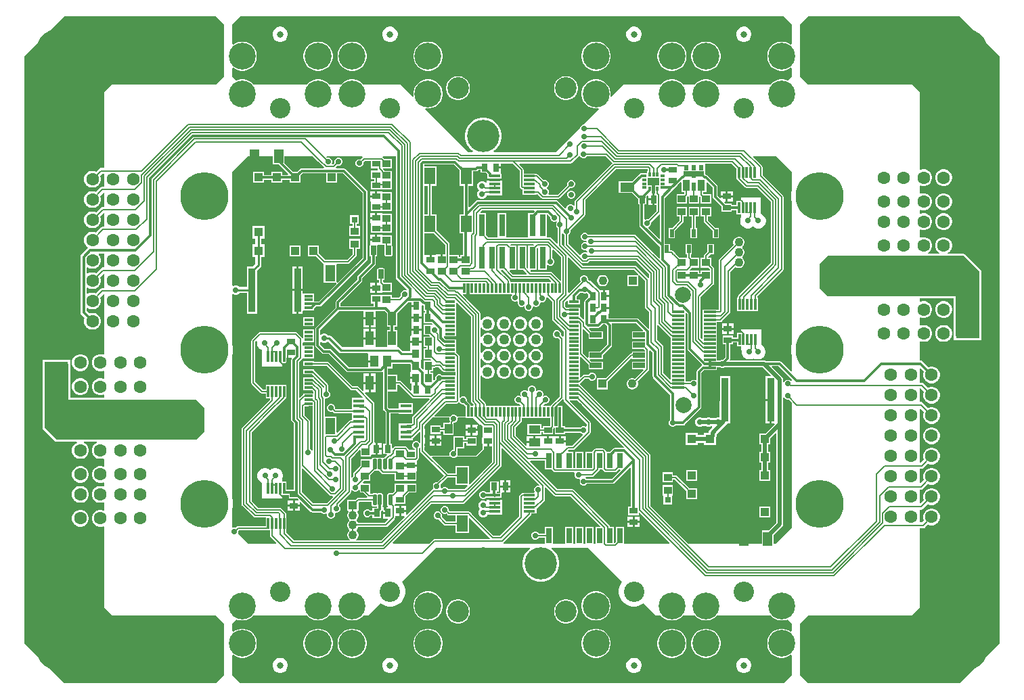
<source format=gtl>
G04*
G04 #@! TF.GenerationSoftware,Altium Limited,Altium Designer,21.3.1 (25)*
G04*
G04 Layer_Physical_Order=1*
G04 Layer_Color=255*
%FSLAX25Y25*%
%MOIN*%
G70*
G04*
G04 #@! TF.SameCoordinates,B8EFB4BC-30DA-42F7-88CE-EC59C6869F36*
G04*
G04*
G04 #@! TF.FilePolarity,Positive*
G04*
G01*
G75*
%ADD10C,0.01000*%
%ADD14C,0.00787*%
%ADD17R,0.03937X0.03740*%
%ADD18R,0.01968X0.03937*%
%ADD19R,0.03858X0.03071*%
%ADD20R,0.03071X0.03858*%
%ADD21R,0.02362X0.01181*%
%ADD22R,0.01181X0.02362*%
%ADD23R,0.07087X0.04528*%
G04:AMPARAMS|DCode=24|XSize=61.81mil|YSize=74.41mil|CornerRadius=1.85mil|HoleSize=0mil|Usage=FLASHONLY|Rotation=270.000|XOffset=0mil|YOffset=0mil|HoleType=Round|Shape=RoundedRectangle|*
%AMROUNDEDRECTD24*
21,1,0.06181,0.07070,0,0,270.0*
21,1,0.05810,0.07441,0,0,270.0*
1,1,0.00371,-0.03535,-0.02905*
1,1,0.00371,-0.03535,0.02905*
1,1,0.00371,0.03535,0.02905*
1,1,0.00371,0.03535,-0.02905*
%
%ADD24ROUNDEDRECTD24*%
G04:AMPARAMS|DCode=25|XSize=17.72mil|YSize=53.15mil|CornerRadius=1.95mil|HoleSize=0mil|Usage=FLASHONLY|Rotation=0.000|XOffset=0mil|YOffset=0mil|HoleType=Round|Shape=RoundedRectangle|*
%AMROUNDEDRECTD25*
21,1,0.01772,0.04925,0,0,0.0*
21,1,0.01382,0.05315,0,0,0.0*
1,1,0.00390,0.00691,-0.02463*
1,1,0.00390,-0.00691,-0.02463*
1,1,0.00390,-0.00691,0.02463*
1,1,0.00390,0.00691,0.02463*
%
%ADD25ROUNDEDRECTD25*%
G04:AMPARAMS|DCode=26|XSize=25.59mil|YSize=47.24mil|CornerRadius=1.92mil|HoleSize=0mil|Usage=FLASHONLY|Rotation=180.000|XOffset=0mil|YOffset=0mil|HoleType=Round|Shape=RoundedRectangle|*
%AMROUNDEDRECTD26*
21,1,0.02559,0.04341,0,0,180.0*
21,1,0.02175,0.04724,0,0,180.0*
1,1,0.00384,-0.01088,0.02170*
1,1,0.00384,0.01088,0.02170*
1,1,0.00384,0.01088,-0.02170*
1,1,0.00384,-0.01088,-0.02170*
%
%ADD26ROUNDEDRECTD26*%
%ADD27R,0.03937X0.03347*%
%ADD28R,0.04173X0.04173*%
%ADD29R,0.05118X0.07874*%
%ADD30R,0.03937X0.01181*%
%ADD31R,0.04528X0.07087*%
%ADD32R,0.03189X0.21299*%
%ADD33R,0.03937X0.04724*%
%ADD34R,0.03740X0.03937*%
%ADD35R,0.04173X0.04173*%
%ADD36R,0.02362X0.00984*%
%ADD37R,0.03543X0.05315*%
%ADD38R,0.01968X0.04134*%
%ADD39R,0.02362X0.03150*%
%ADD40R,0.01968X0.03150*%
%ADD41R,0.09843X0.02559*%
%ADD42R,0.06004X0.02559*%
%ADD43R,0.05807X0.01772*%
%ADD44R,0.02756X0.07579*%
%ADD45R,0.11614X0.07953*%
%ADD46R,0.04016X0.05787*%
%ADD47R,0.04016X0.07165*%
%ADD48R,0.05787X0.04016*%
%ADD49R,0.05512X0.08268*%
%ADD50R,0.01181X0.05512*%
%ADD51R,0.05512X0.01181*%
%ADD52R,0.02913X0.10984*%
%ADD53R,0.05906X0.01181*%
%ADD54R,0.01181X0.04724*%
%ADD55R,0.04724X0.01181*%
%ADD69R,0.03150X0.03150*%
%ADD104C,0.03150*%
%ADD107C,0.01181*%
%ADD108C,0.01968*%
%ADD109C,0.00591*%
%ADD110C,0.04331*%
%ADD111R,0.04331X0.04331*%
%ADD112R,0.04331X0.04331*%
%ADD113C,0.06319*%
%ADD114C,0.15945*%
%ADD115C,0.10630*%
%ADD116C,0.07874*%
%ADD117C,0.13228*%
%ADD118C,0.13465*%
%ADD119C,0.10039*%
%ADD120C,0.02756*%
%ADD121C,0.05000*%
%ADD122C,0.23622*%
G36*
X379921Y326772D02*
Y316960D01*
X379421Y316735D01*
X378413Y317408D01*
X377101Y317951D01*
X375710Y318228D01*
X374290D01*
X372899Y317951D01*
X371587Y317408D01*
X370407Y316620D01*
X369404Y315616D01*
X368615Y314436D01*
X368072Y313125D01*
X367795Y311733D01*
Y310314D01*
X368072Y308922D01*
X368615Y307611D01*
X369404Y306431D01*
X370407Y305427D01*
X371587Y304639D01*
X372899Y304096D01*
X374290Y303819D01*
X375710D01*
X377101Y304096D01*
X378413Y304639D01*
X379421Y305313D01*
X379921Y305087D01*
Y301181D01*
X377870Y299129D01*
X377101Y299447D01*
X375710Y299724D01*
X374290D01*
X372899Y299447D01*
X371587Y298904D01*
X370407Y298116D01*
X369535Y297244D01*
X343063D01*
X342191Y298116D01*
X341011Y298904D01*
X339700Y299447D01*
X338308Y299724D01*
X336889D01*
X335497Y299447D01*
X334186Y298904D01*
X333006Y298116D01*
X332134Y297244D01*
X326331D01*
X325459Y298116D01*
X324279Y298904D01*
X322968Y299447D01*
X321576Y299724D01*
X320157D01*
X318765Y299447D01*
X317453Y298904D01*
X316273Y298116D01*
X315402Y297244D01*
X297244D01*
X291022Y291022D01*
X290562Y291269D01*
X290669Y291810D01*
Y293229D01*
X290392Y294621D01*
X289849Y295932D01*
X289061Y297112D01*
X288057Y298116D01*
X286877Y298904D01*
X285566Y299447D01*
X284174Y299724D01*
X282755D01*
X281363Y299447D01*
X280052Y298904D01*
X278872Y298116D01*
X277868Y297112D01*
X277080Y295932D01*
X276537Y294621D01*
X276260Y293229D01*
Y291810D01*
X276537Y290418D01*
X277080Y289107D01*
X277868Y287927D01*
X278872Y286923D01*
X280052Y286135D01*
X281363Y285592D01*
X282755Y285315D01*
X284174D01*
X284716Y285423D01*
X284962Y284962D01*
X277362Y277362D01*
X277322D01*
X276599Y277063D01*
X276045Y276509D01*
X275745Y275785D01*
Y275745D01*
X263779Y263779D01*
X233151D01*
X233006Y264258D01*
X233662Y264696D01*
X234910Y265944D01*
X235890Y267411D01*
X236565Y269041D01*
X236910Y270771D01*
Y272536D01*
X236565Y274266D01*
X235890Y275896D01*
X234910Y277363D01*
X233662Y278611D01*
X232195Y279591D01*
X230565Y280266D01*
X228835Y280610D01*
X227071D01*
X225340Y280266D01*
X223710Y279591D01*
X222243Y278611D01*
X220996Y277363D01*
X220015Y275896D01*
X219340Y274266D01*
X218996Y272536D01*
Y270771D01*
X219340Y269041D01*
X220015Y267411D01*
X220996Y265944D01*
X222243Y264696D01*
X222899Y264258D01*
X222754Y263779D01*
X220472D01*
X199290Y284962D01*
X199536Y285423D01*
X200078Y285315D01*
X201497D01*
X202889Y285592D01*
X204200Y286135D01*
X205380Y286923D01*
X206384Y287927D01*
X207172Y289107D01*
X207715Y290418D01*
X207992Y291810D01*
Y293229D01*
X207715Y294621D01*
X207172Y295932D01*
X206384Y297112D01*
X205380Y298116D01*
X204200Y298904D01*
X202889Y299447D01*
X201497Y299724D01*
X200078D01*
X198686Y299447D01*
X197375Y298904D01*
X196195Y298116D01*
X195191Y297112D01*
X194403Y295932D01*
X193860Y294621D01*
X193583Y293229D01*
Y291810D01*
X193690Y291269D01*
X193230Y291022D01*
X187008Y297244D01*
X168850D01*
X167979Y298116D01*
X166798Y298904D01*
X165487Y299447D01*
X164095Y299724D01*
X162676D01*
X161284Y299447D01*
X159973Y298904D01*
X158793Y298116D01*
X157921Y297244D01*
X152118D01*
X151246Y298116D01*
X150066Y298904D01*
X148755Y299447D01*
X147363Y299724D01*
X145944D01*
X144552Y299447D01*
X143241Y298904D01*
X142061Y298116D01*
X141189Y297244D01*
X114717D01*
X113845Y298116D01*
X112665Y298904D01*
X111354Y299447D01*
X109962Y299724D01*
X108542D01*
X107150Y299447D01*
X106382Y299129D01*
X104331Y301181D01*
Y305087D01*
X104831Y305313D01*
X105839Y304639D01*
X107150Y304096D01*
X108542Y303819D01*
X109962D01*
X111354Y304096D01*
X112665Y304639D01*
X113845Y305427D01*
X114848Y306431D01*
X115637Y307611D01*
X116180Y308922D01*
X116457Y310314D01*
Y311733D01*
X116180Y313125D01*
X115637Y314436D01*
X114848Y315616D01*
X113845Y316620D01*
X112665Y317408D01*
X111354Y317951D01*
X109962Y318228D01*
X108542D01*
X107150Y317951D01*
X105839Y317408D01*
X104831Y316735D01*
X104331Y316960D01*
Y326772D01*
X108268Y330709D01*
X375984D01*
X379921Y326772D01*
D02*
G37*
G36*
X185016Y201985D02*
X185016Y201985D01*
X185108Y201524D01*
X185369Y201134D01*
X190438Y196065D01*
X190422Y195934D01*
X189883Y195619D01*
X189762Y195669D01*
X188979D01*
X188255Y195370D01*
X187701Y194816D01*
X187402Y194092D01*
Y193309D01*
X187448Y193198D01*
X186395Y192145D01*
X182874D01*
Y193405D01*
X177756D01*
X177717Y193465D01*
Y193465D01*
X172677D01*
Y189213D01*
X173993D01*
Y187858D01*
X157543D01*
Y189206D01*
X168027Y199690D01*
X168288Y200080D01*
X168379Y200541D01*
Y201699D01*
X174670Y207990D01*
X174932Y208381D01*
X175023Y208841D01*
Y212311D01*
X175212Y212349D01*
X175471Y212522D01*
X175644Y212780D01*
X175704Y213086D01*
Y217426D01*
X175663Y217634D01*
X175846Y217977D01*
X175976Y218134D01*
X178126D01*
Y218209D01*
X179311D01*
Y217323D01*
X179388Y216939D01*
X179414Y216900D01*
Y213086D01*
X179474Y212780D01*
X179648Y212522D01*
X179906Y212349D01*
X180212Y212288D01*
X182387D01*
X182692Y212349D01*
X182951Y212522D01*
X183124Y212780D01*
X183185Y213086D01*
Y217426D01*
X183124Y217731D01*
X183082Y217795D01*
X182874Y218209D01*
Y222736D01*
X178126D01*
Y223205D01*
X175697D01*
Y220669D01*
X175197D01*
Y220169D01*
X172268D01*
Y218134D01*
X172172Y217994D01*
X172167Y217990D01*
X171994Y217731D01*
X171933Y217426D01*
Y213086D01*
X171994Y212780D01*
X172167Y212522D01*
X172426Y212349D01*
X172615Y212311D01*
Y209340D01*
X166324Y203049D01*
X166063Y202659D01*
X165971Y202198D01*
X165971Y202198D01*
Y201040D01*
X155487Y190556D01*
X155226Y190166D01*
X155134Y189705D01*
X155134Y189705D01*
Y187152D01*
X145546Y177564D01*
X145285Y177173D01*
X145193Y176712D01*
X145193Y176712D01*
Y168563D01*
X145193Y168563D01*
X145285Y168103D01*
X145546Y167712D01*
X148548Y164710D01*
X148548Y164710D01*
X148938Y164449D01*
X149399Y164357D01*
X151853D01*
X160507Y155704D01*
X160897Y155443D01*
X161358Y155351D01*
X177520D01*
X177520Y155351D01*
X177980Y155443D01*
X178178Y155574D01*
X178678Y155331D01*
Y137326D01*
X178678Y137326D01*
X178769Y136865D01*
X179030Y136474D01*
X179881Y135623D01*
Y120039D01*
X178779D01*
Y115000D01*
X180297D01*
X180504Y114500D01*
X179605Y113602D01*
X179388Y113276D01*
X179374Y113204D01*
X178935D01*
X178629Y113143D01*
X178369Y112970D01*
X178324D01*
X178064Y113143D01*
X177758Y113204D01*
X176376D01*
X176069Y113143D01*
X175810Y112970D01*
X175765D01*
X175505Y113143D01*
X175199Y113204D01*
X173817D01*
X173511Y113143D01*
X173251Y112970D01*
X173077Y112710D01*
X173042Y112534D01*
X172638Y112303D01*
X167520D01*
Y109195D01*
X164251Y105926D01*
X164033Y105601D01*
X163957Y105217D01*
Y104077D01*
X163846Y104031D01*
X163315Y103500D01*
X163198Y103507D01*
X162815Y103632D01*
Y112576D01*
X164883Y114645D01*
X165100Y114970D01*
X165112Y115029D01*
X167058Y116974D01*
X167520Y116783D01*
Y113681D01*
X172638D01*
Y114182D01*
X172858Y114591D01*
X174894D01*
Y117520D01*
Y120449D01*
X174848D01*
X174427Y120892D01*
Y139778D01*
X174350Y140162D01*
X174133Y140487D01*
X169665Y144955D01*
X169856Y145417D01*
X171547D01*
Y149500D01*
X169039D01*
Y146234D01*
X168577Y146043D01*
X166561Y148059D01*
X166235Y148277D01*
X165851Y148353D01*
X163702D01*
X151897Y160158D01*
X151571Y160376D01*
X151187Y160452D01*
X144488D01*
Y160630D01*
X139370D01*
Y158268D01*
X144488D01*
Y158445D01*
X150771D01*
X162577Y146640D01*
X162902Y146422D01*
X163286Y146346D01*
X165436D01*
X168603Y143178D01*
X168412Y142717D01*
X163285D01*
Y139764D01*
Y137126D01*
X155401D01*
X155008Y137519D01*
Y138187D01*
X154708Y138910D01*
X154155Y139464D01*
X153431Y139764D01*
X152648D01*
X151925Y139464D01*
X151371Y138910D01*
X151071Y138187D01*
Y137404D01*
X151371Y136680D01*
X151925Y136126D01*
X152648Y135827D01*
X153431D01*
X153735Y135953D01*
X154276Y135412D01*
X154601Y135195D01*
X154985Y135118D01*
X163285D01*
Y131606D01*
X162695D01*
X162311Y131530D01*
X161985Y131312D01*
X156171Y125497D01*
X155709Y125689D01*
Y133268D01*
X150019D01*
Y142194D01*
X150173Y142297D01*
X150956D01*
X151680Y142597D01*
X152234Y143151D01*
X152533Y143874D01*
Y144657D01*
X152234Y145381D01*
X151680Y145935D01*
X151568Y145981D01*
Y148858D01*
X151492Y149242D01*
X151275Y149568D01*
X144818Y156025D01*
X144492Y156242D01*
X144488Y156243D01*
Y156693D01*
X139370D01*
Y154331D01*
X142029D01*
X142126Y154311D01*
X143693D01*
X149561Y148443D01*
Y147866D01*
X149061Y147770D01*
X148912Y147993D01*
X144818Y152088D01*
X144492Y152305D01*
X144488Y152306D01*
Y152756D01*
X139370D01*
Y150394D01*
Y146457D01*
X142029D01*
X142126Y146437D01*
X143693D01*
X144443Y145687D01*
Y144882D01*
X139370D01*
Y144432D01*
X139366Y144431D01*
X139040Y144213D01*
X137686Y142859D01*
X137224Y143051D01*
Y160234D01*
X138662Y161672D01*
X138880Y161998D01*
X138905Y162122D01*
X139370Y162205D01*
X139431Y162205D01*
X144488D01*
Y164173D01*
Y168504D01*
X139456D01*
X139370Y168504D01*
X138956Y168712D01*
Y169871D01*
X139370Y170079D01*
X139456Y170079D01*
X144488D01*
Y172047D01*
Y176378D01*
X139370D01*
Y172059D01*
X138895Y171988D01*
X138870Y171993D01*
X138662Y172304D01*
X136241Y174725D01*
X135916Y174943D01*
X135531Y175019D01*
X118110D01*
X117726Y174943D01*
X117401Y174725D01*
X114054Y171379D01*
X113837Y171053D01*
X113760Y170669D01*
Y150197D01*
X113837Y149813D01*
X114054Y149487D01*
X118385Y145157D01*
X118710Y144939D01*
X119095Y144863D01*
X120866D01*
Y142520D01*
X123012D01*
Y141754D01*
X109330Y128072D01*
X109112Y127746D01*
X109036Y127362D01*
Y90197D01*
X109112Y89813D01*
X109330Y89487D01*
X114881Y83936D01*
X115207Y83719D01*
X115591Y83642D01*
X120866D01*
Y79547D01*
X107261D01*
X106877Y79470D01*
X106551Y79253D01*
X105970Y78672D01*
X105805Y78740D01*
X105022D01*
X104791Y78645D01*
X104331Y78989D01*
Y87095D01*
X104375Y87232D01*
X104724Y89436D01*
Y91667D01*
X104375Y93870D01*
X104331Y94008D01*
Y162882D01*
X104375Y163020D01*
X104724Y165223D01*
Y167454D01*
X104375Y169658D01*
X104331Y169795D01*
Y193644D01*
X104831Y193836D01*
X105632Y193504D01*
X106572D01*
X107440Y193864D01*
X107930Y194353D01*
X111464D01*
Y184232D01*
X116621D01*
Y205360D01*
X118302Y207040D01*
X118630Y207531D01*
X118745Y208110D01*
X118745Y208110D01*
Y212165D01*
X120302D01*
Y218307D01*
X118745D01*
Y221181D01*
X120302D01*
Y227323D01*
X114161D01*
Y221181D01*
X115718D01*
Y218307D01*
X114161D01*
Y212165D01*
X115718D01*
Y208737D01*
X114481Y207500D01*
X111464D01*
Y197380D01*
X107930D01*
X107440Y197869D01*
X106572Y198228D01*
X105632D01*
X104831Y197896D01*
X104331Y198088D01*
Y253937D01*
X112205Y261811D01*
X124311D01*
Y257677D01*
X127182D01*
X131894Y252965D01*
X131702Y252503D01*
X128924D01*
Y253976D01*
X123570D01*
Y252503D01*
X119909D01*
Y253976D01*
X114554D01*
Y248622D01*
X119909D01*
Y250095D01*
X123570D01*
Y248622D01*
X128924D01*
Y250095D01*
X132586D01*
Y248622D01*
X137940D01*
Y252273D01*
X139030Y253363D01*
X150617D01*
Y248622D01*
X155972D01*
Y253363D01*
X158714D01*
X168481Y243596D01*
Y211719D01*
X156209Y199447D01*
X155709Y199654D01*
X155709Y199808D01*
Y208241D01*
X155709Y208465D01*
X156094Y208741D01*
X161221D01*
X161604Y208817D01*
X161930Y209034D01*
X165277Y212381D01*
X165494Y212706D01*
X165570Y213090D01*
Y216043D01*
X167126D01*
Y220965D01*
X162008D01*
Y216043D01*
X163563D01*
Y213506D01*
X160805Y210748D01*
X150187D01*
X146956Y213978D01*
Y217913D01*
X141602D01*
Y212559D01*
X145537D01*
X149061Y209034D01*
X149259Y208902D01*
X149403Y208484D01*
X149409Y208342D01*
Y208303D01*
Y199409D01*
X155300D01*
X155464Y199409D01*
X155671Y198909D01*
X146942Y190181D01*
X144488D01*
Y194095D01*
X139578D01*
X139370Y194095D01*
X139078Y194474D01*
Y195366D01*
X136984D01*
Y184216D01*
X139078D01*
Y185448D01*
X139370Y185827D01*
X139578Y185827D01*
X141813D01*
X141929Y185804D01*
X143307D01*
X143307Y185804D01*
X143423Y185827D01*
X144488D01*
Y186486D01*
X145774Y187772D01*
X147441D01*
X147441Y187772D01*
X147902Y187864D01*
X148293Y188125D01*
X170536Y210369D01*
X170537Y210369D01*
X170798Y210760D01*
X170889Y211221D01*
Y244094D01*
X170798Y244555D01*
X170537Y244946D01*
X170536Y244946D01*
X160064Y255418D01*
X159674Y255679D01*
X159213Y255771D01*
X159213Y255771D01*
X155535D01*
X155328Y256271D01*
X156190Y257133D01*
X156301Y257087D01*
X157085D01*
X157808Y257386D01*
X158362Y257940D01*
X158661Y258664D01*
Y259447D01*
X158362Y260170D01*
X157808Y260724D01*
X157085Y261024D01*
X156301D01*
X155578Y260724D01*
X155024Y260170D01*
X154724Y259447D01*
Y258664D01*
X154771Y258552D01*
X154093Y257875D01*
X153717Y257910D01*
X153429Y258388D01*
X153543Y258664D01*
Y259447D01*
X153244Y260170D01*
X152690Y260724D01*
X151966Y261024D01*
X151183D01*
X151072Y260977D01*
X150700Y261349D01*
X150891Y261811D01*
X168454D01*
X168605Y261311D01*
X168449Y261206D01*
X167432Y260190D01*
X167321Y260236D01*
X166538D01*
X165814Y259936D01*
X165260Y259383D01*
X164961Y258659D01*
Y257876D01*
X165260Y257153D01*
X165814Y256599D01*
X166538Y256299D01*
X167321D01*
X168044Y256599D01*
X168598Y257153D01*
X168898Y257876D01*
Y258659D01*
X168851Y258771D01*
X169574Y259493D01*
X172777D01*
Y255851D01*
X175828D01*
Y255786D01*
X175905Y255402D01*
X176113Y255091D01*
X176071Y254872D01*
X175954Y254591D01*
X172777D01*
Y250339D01*
X174193D01*
Y249567D01*
X172677D01*
Y245315D01*
X177717D01*
Y245315D01*
X177756Y245374D01*
X182874D01*
Y249902D01*
X182974Y250005D01*
X182974D01*
Y254532D01*
X179275D01*
X179167Y254640D01*
X179137Y254792D01*
X178919Y255118D01*
X178589Y255448D01*
X178781Y255910D01*
X182974D01*
Y260438D01*
X179275D01*
X178506Y261206D01*
X178349Y261311D01*
X178501Y261811D01*
X185016D01*
Y201985D01*
D02*
G37*
G36*
X100394Y326772D02*
Y301181D01*
X96457Y297244D01*
X45276D01*
X41339Y293307D01*
Y255982D01*
X39616D01*
X39079Y255875D01*
X38623Y255570D01*
X37246Y254194D01*
X37072Y254294D01*
X36018Y254577D01*
X34927D01*
X33873Y254294D01*
X32928Y253749D01*
X32157Y252977D01*
X31611Y252032D01*
X31329Y250979D01*
Y249887D01*
X31611Y248834D01*
X32157Y247889D01*
X32928Y247117D01*
X33873Y246572D01*
X34927Y246289D01*
X36018D01*
X37072Y246572D01*
X38017Y247117D01*
X38788Y247889D01*
X39334Y248834D01*
X39616Y249887D01*
Y250979D01*
X39334Y252032D01*
X39233Y252207D01*
X40198Y253172D01*
X41339D01*
Y251015D01*
X41329Y250979D01*
Y249887D01*
X41339Y249851D01*
Y246680D01*
X40315D01*
X39777Y246574D01*
X39322Y246269D01*
X37246Y244194D01*
X37072Y244294D01*
X36018Y244577D01*
X34927D01*
X33873Y244294D01*
X32928Y243749D01*
X32157Y242977D01*
X31611Y242033D01*
X31329Y240979D01*
Y239887D01*
X31611Y238834D01*
X32157Y237889D01*
X32928Y237117D01*
X33873Y236572D01*
X34927Y236289D01*
X36018D01*
X37072Y236572D01*
X38017Y237117D01*
X38788Y237889D01*
X39334Y238834D01*
X39616Y239887D01*
Y240979D01*
X39334Y242033D01*
X39233Y242207D01*
X40839Y243812D01*
X41339Y243730D01*
Y241015D01*
X41329Y240979D01*
Y239887D01*
X41339Y239851D01*
Y236838D01*
X40472D01*
X39935Y236731D01*
X39479Y236426D01*
X37246Y234194D01*
X37072Y234294D01*
X36018Y234577D01*
X34927D01*
X33873Y234294D01*
X32928Y233749D01*
X32157Y232977D01*
X31611Y232032D01*
X31329Y230979D01*
Y229888D01*
X31611Y228834D01*
X32157Y227889D01*
X32928Y227117D01*
X33873Y226572D01*
X34927Y226289D01*
X36018D01*
X37072Y226572D01*
X38017Y227117D01*
X38788Y227889D01*
X39334Y228834D01*
X39616Y229888D01*
Y230979D01*
X39334Y232032D01*
X39233Y232207D01*
X40839Y233812D01*
X41339Y233605D01*
Y231015D01*
X41329Y230979D01*
Y229888D01*
X41339Y229851D01*
Y226995D01*
X40630D01*
X40092Y226888D01*
X39636Y226584D01*
X37246Y224194D01*
X37072Y224294D01*
X36018Y224577D01*
X34927D01*
X33873Y224294D01*
X32928Y223749D01*
X32157Y222977D01*
X31611Y222032D01*
X31329Y220979D01*
Y219887D01*
X31611Y218834D01*
X32157Y217889D01*
X32928Y217117D01*
X33125Y217004D01*
X33137Y216644D01*
X33081Y216451D01*
X29996Y213366D01*
X29649Y212845D01*
X29526Y212231D01*
X29526Y212231D01*
Y184774D01*
X29526Y184774D01*
X29649Y184159D01*
X29996Y183638D01*
X31609Y182026D01*
X31329Y180979D01*
Y179887D01*
X31611Y178834D01*
X32157Y177889D01*
X32928Y177117D01*
X33873Y176572D01*
X34927Y176289D01*
X36018D01*
X37072Y176572D01*
X38017Y177117D01*
X38788Y177889D01*
X39334Y178834D01*
X39616Y179887D01*
Y180979D01*
X39334Y182033D01*
X38788Y182977D01*
X38017Y183749D01*
X37072Y184294D01*
X36018Y184577D01*
X34927D01*
X33880Y184296D01*
X32737Y185439D01*
Y186650D01*
X33237Y186939D01*
X33873Y186572D01*
X34927Y186289D01*
X36018D01*
X37072Y186572D01*
X38017Y187117D01*
X38788Y187889D01*
X39334Y188834D01*
X39616Y189887D01*
Y190979D01*
X39334Y192033D01*
X39233Y192207D01*
X40839Y193812D01*
X41339Y193730D01*
Y191015D01*
X41329Y190979D01*
Y189887D01*
X41339Y189851D01*
Y181015D01*
X41329Y180979D01*
Y179887D01*
X41339Y179851D01*
X41339Y164200D01*
X40839Y163936D01*
X39916Y164183D01*
X38824D01*
X37771Y163901D01*
X36826Y163355D01*
X36054Y162584D01*
X35509Y161639D01*
X35226Y160585D01*
Y159494D01*
X35509Y158440D01*
X36054Y157495D01*
X36826Y156724D01*
X37771Y156178D01*
X38824Y155896D01*
X39916D01*
X40839Y156143D01*
X41339Y155879D01*
Y152389D01*
X40839Y152125D01*
X39916Y152372D01*
X38824D01*
X37771Y152090D01*
X36826Y151544D01*
X36054Y150773D01*
X35509Y149828D01*
X35226Y148774D01*
Y147683D01*
X35509Y146629D01*
X36054Y145684D01*
X36826Y144913D01*
X37771Y144367D01*
X38824Y144085D01*
X39916D01*
X40839Y144332D01*
X41339Y144068D01*
Y142736D01*
X24626D01*
Y159449D01*
X24549Y159833D01*
X24508Y159895D01*
Y161457D01*
X10925D01*
Y159895D01*
X10884Y159833D01*
X10808Y159449D01*
Y127953D01*
X10884Y127569D01*
X11101Y127243D01*
X17007Y121338D01*
X17333Y121120D01*
X17717Y121044D01*
X27756D01*
X27819Y120879D01*
X27842Y120544D01*
X26983Y120048D01*
X26212Y119277D01*
X25666Y118332D01*
X25384Y117278D01*
Y116187D01*
X25666Y115133D01*
X26212Y114188D01*
X26983Y113417D01*
X27928Y112871D01*
X28982Y112589D01*
X30073D01*
X31127Y112871D01*
X32072Y113417D01*
X32843Y114188D01*
X33389Y115133D01*
X33671Y116187D01*
Y117278D01*
X33389Y118332D01*
X32843Y119277D01*
X32072Y120048D01*
X31213Y120544D01*
X31236Y120879D01*
X31299Y121044D01*
X37598D01*
X37662Y120879D01*
X37684Y120544D01*
X36826Y120048D01*
X36054Y119277D01*
X35509Y118332D01*
X35226Y117278D01*
Y116187D01*
X35509Y115133D01*
X36054Y114188D01*
X36826Y113417D01*
X37771Y112871D01*
X38824Y112589D01*
X39916D01*
X40839Y112836D01*
X41339Y112572D01*
Y109082D01*
X40839Y108818D01*
X39916Y109065D01*
X38824D01*
X37771Y108783D01*
X36826Y108237D01*
X36054Y107466D01*
X35509Y106521D01*
X35226Y105467D01*
Y104376D01*
X35509Y103322D01*
X36054Y102377D01*
X36826Y101605D01*
X37771Y101060D01*
X38824Y100778D01*
X39916D01*
X40839Y101025D01*
X41339Y100761D01*
Y99239D01*
X40839Y98975D01*
X39916Y99222D01*
X38824D01*
X37771Y98940D01*
X36826Y98395D01*
X36054Y97623D01*
X35509Y96678D01*
X35226Y95624D01*
Y94533D01*
X35509Y93479D01*
X36054Y92535D01*
X36826Y91763D01*
X37771Y91217D01*
X38824Y90935D01*
X39916D01*
X40839Y91182D01*
X41339Y90918D01*
Y87428D01*
X40839Y87164D01*
X39916Y87411D01*
X38824D01*
X37771Y87129D01*
X36826Y86584D01*
X36054Y85812D01*
X35509Y84867D01*
X35226Y83813D01*
Y82722D01*
X35509Y81668D01*
X36054Y80723D01*
X36826Y79952D01*
X37771Y79406D01*
X38824Y79124D01*
X39916D01*
X40839Y79371D01*
X41339Y79107D01*
Y39370D01*
X45276Y35433D01*
X96457D01*
X100394Y31496D01*
Y5906D01*
X96457Y1969D01*
X21654D01*
X1969Y21654D01*
X1969Y305118D01*
Y311024D01*
X21654Y330709D01*
X96457D01*
X100394Y326772D01*
D02*
G37*
G36*
X146741Y259129D02*
X146741Y259129D01*
X149599Y256271D01*
X149392Y255771D01*
X138531D01*
X138070Y255679D01*
X137679Y255418D01*
X137679Y255418D01*
X136237Y253976D01*
X134289D01*
X130020Y258246D01*
Y261811D01*
X144059D01*
X146741Y259129D01*
D02*
G37*
G36*
X308839Y254528D02*
X308661D01*
Y253346D01*
X307400D01*
X307283Y253370D01*
X306002D01*
X305807Y253370D01*
X305807Y253370D01*
X305512Y253346D01*
Y253311D01*
X305346Y253278D01*
X304956Y253017D01*
X301250Y249311D01*
X294685D01*
Y243602D01*
X301250D01*
X303814Y241038D01*
X304173Y240798D01*
Y238032D01*
X304898D01*
Y227680D01*
X304898Y227680D01*
X304990Y227219D01*
X305251Y226829D01*
X314937Y217142D01*
Y211636D01*
X314476Y211445D01*
X303164Y222757D01*
X302838Y222974D01*
X302454Y223051D01*
X279668D01*
X279622Y223162D01*
X279068Y223716D01*
X278344Y224016D01*
X277561D01*
X276838Y223716D01*
X276284Y223162D01*
X275984Y222439D01*
Y221656D01*
X276284Y220932D01*
X276838Y220378D01*
X277561Y220079D01*
X278344D01*
X278524Y220153D01*
X278960Y219849D01*
X278955Y219585D01*
X278515Y219286D01*
X278511Y219287D01*
X277728D01*
X277005Y218987D01*
X276451Y218434D01*
X276151Y217710D01*
Y216927D01*
X276451Y216204D01*
X277005Y215650D01*
X277728Y215350D01*
X278511D01*
X278717Y215435D01*
X279107Y215143D01*
X279131Y214624D01*
X278920Y214415D01*
X278747Y214315D01*
X278344Y214481D01*
X277561D01*
X276838Y214182D01*
X276284Y213628D01*
X276091Y213161D01*
X275522Y213022D01*
X269901Y218643D01*
Y223088D01*
X270013Y223134D01*
X270567Y223688D01*
X270866Y224412D01*
Y225195D01*
X270820Y225306D01*
X277875Y232361D01*
X278093Y232687D01*
X278169Y233071D01*
Y240136D01*
X293329Y255296D01*
X308839D01*
Y254528D01*
D02*
G37*
G36*
X482283Y311024D02*
X482283Y27559D01*
Y21654D01*
X462598Y1969D01*
X387795D01*
X383858Y5906D01*
Y31496D01*
X387795Y35433D01*
X438976D01*
X442913Y39370D01*
Y78467D01*
X444636D01*
X445174Y78574D01*
X445629Y78879D01*
X447006Y80255D01*
X447180Y80154D01*
X448234Y79872D01*
X449325D01*
X450379Y80154D01*
X451324Y80700D01*
X452095Y81472D01*
X452641Y82416D01*
X452923Y83470D01*
Y84561D01*
X452641Y85615D01*
X452095Y86560D01*
X451324Y87331D01*
X450379Y87877D01*
X449325Y88160D01*
X448234D01*
X447180Y87877D01*
X446235Y87331D01*
X445464Y86560D01*
X444918Y85615D01*
X444636Y84561D01*
Y83470D01*
X444918Y82416D01*
X445019Y82242D01*
X444054Y81277D01*
X442913D01*
Y83434D01*
X442923Y83470D01*
Y84561D01*
X442913Y84598D01*
Y87571D01*
X443740D01*
X444278Y87678D01*
X444734Y87983D01*
X447006Y90255D01*
X447180Y90154D01*
X448234Y89872D01*
X449325D01*
X450379Y90154D01*
X451324Y90700D01*
X452095Y91471D01*
X452641Y92416D01*
X452923Y93470D01*
Y94561D01*
X452641Y95615D01*
X452095Y96560D01*
X451324Y97332D01*
X450379Y97877D01*
X449325Y98159D01*
X448234D01*
X447180Y97877D01*
X446235Y97332D01*
X445464Y96560D01*
X444918Y95615D01*
X444636Y94561D01*
Y93470D01*
X444918Y92416D01*
X445019Y92242D01*
X443413Y90636D01*
X442913Y90844D01*
Y93433D01*
X442923Y93470D01*
Y94561D01*
X442913Y94598D01*
Y97414D01*
X443583D01*
X444120Y97521D01*
X444576Y97825D01*
X447006Y100255D01*
X447180Y100154D01*
X448234Y99872D01*
X449325D01*
X450379Y100154D01*
X451324Y100700D01*
X452095Y101471D01*
X452641Y102416D01*
X452923Y103470D01*
Y104561D01*
X452641Y105615D01*
X452095Y106560D01*
X451324Y107332D01*
X450379Y107877D01*
X449325Y108159D01*
X448234D01*
X447180Y107877D01*
X446235Y107332D01*
X445464Y106560D01*
X444918Y105615D01*
X444636Y104561D01*
Y103470D01*
X444918Y102416D01*
X445019Y102242D01*
X443413Y100636D01*
X442913Y100844D01*
Y103434D01*
X442923Y103470D01*
Y104561D01*
X442913Y104598D01*
Y107650D01*
X443819D01*
X444356Y107757D01*
X444812Y108062D01*
X447006Y110255D01*
X447180Y110154D01*
X448234Y109872D01*
X449325D01*
X450379Y110154D01*
X451324Y110700D01*
X452095Y111471D01*
X452641Y112416D01*
X452923Y113470D01*
Y114561D01*
X452641Y115615D01*
X452095Y116560D01*
X451324Y117332D01*
X450379Y117877D01*
X449325Y118159D01*
X448234D01*
X447180Y117877D01*
X446235Y117332D01*
X445464Y116560D01*
X444918Y115615D01*
X444636Y114561D01*
Y113470D01*
X444918Y112416D01*
X445019Y112242D01*
X443413Y110636D01*
X442913Y110844D01*
Y113434D01*
X442923Y113470D01*
Y114561D01*
X442913Y114598D01*
Y123433D01*
X442923Y123470D01*
Y124561D01*
X442913Y124598D01*
Y133433D01*
X442923Y133470D01*
Y134561D01*
X442913Y134598D01*
Y137188D01*
X443413Y137395D01*
X445019Y135790D01*
X444918Y135615D01*
X444636Y134561D01*
Y133470D01*
X444918Y132416D01*
X445464Y131472D01*
X446235Y130700D01*
X447180Y130154D01*
X448234Y129872D01*
X449325D01*
X450379Y130154D01*
X451324Y130700D01*
X452095Y131472D01*
X452641Y132416D01*
X452923Y133470D01*
Y134561D01*
X452641Y135615D01*
X452095Y136560D01*
X451324Y137331D01*
X450379Y137877D01*
X449325Y138159D01*
X448234D01*
X447180Y137877D01*
X447006Y137776D01*
X444590Y140193D01*
X444134Y140497D01*
X443596Y140604D01*
X442913D01*
Y143433D01*
X442923Y143470D01*
Y144561D01*
X442913Y144598D01*
Y147368D01*
X443413Y147395D01*
X445019Y145790D01*
X444918Y145615D01*
X444636Y144561D01*
Y143470D01*
X444918Y142416D01*
X445464Y141472D01*
X446235Y140700D01*
X447180Y140154D01*
X448234Y139872D01*
X449325D01*
X450379Y140154D01*
X451324Y140700D01*
X452095Y141472D01*
X452641Y142416D01*
X452923Y143470D01*
Y144561D01*
X452641Y145615D01*
X452095Y146560D01*
X451324Y147332D01*
X450379Y147877D01*
X449325Y148159D01*
X448234D01*
X447180Y147877D01*
X447006Y147776D01*
X444970Y149812D01*
X444514Y150117D01*
X443976Y150224D01*
X442913D01*
Y153434D01*
X442923Y153470D01*
Y154561D01*
X442913Y154598D01*
Y156958D01*
X443375Y157149D01*
X444916Y155608D01*
X444636Y154561D01*
Y153470D01*
X444918Y152416D01*
X445464Y151471D01*
X446235Y150700D01*
X447180Y150154D01*
X448234Y149872D01*
X449325D01*
X450379Y150154D01*
X451324Y150700D01*
X452095Y151471D01*
X452641Y152416D01*
X452923Y153470D01*
Y154561D01*
X452641Y155615D01*
X452095Y156560D01*
X451324Y157332D01*
X450379Y157877D01*
X449325Y158159D01*
X448234D01*
X447187Y157879D01*
X444383Y160683D01*
X443862Y161031D01*
X443248Y161153D01*
X442913Y161485D01*
Y170249D01*
X443413Y170513D01*
X444336Y170266D01*
X445427D01*
X446481Y170548D01*
X447426Y171094D01*
X448198Y171865D01*
X448743Y172810D01*
X449026Y173864D01*
Y174955D01*
X448743Y176009D01*
X448198Y176954D01*
X447426Y177725D01*
X446481Y178271D01*
X445427Y178553D01*
X444336D01*
X443413Y178306D01*
X442913Y178570D01*
Y182060D01*
X443413Y182324D01*
X444336Y182077D01*
X445427D01*
X446481Y182359D01*
X447426Y182905D01*
X448198Y183676D01*
X448743Y184621D01*
X449026Y185675D01*
Y186766D01*
X448743Y187820D01*
X448198Y188765D01*
X447426Y189536D01*
X446481Y190082D01*
X445427Y190364D01*
X444336D01*
X443413Y190117D01*
X442913Y190381D01*
Y191910D01*
X459626D01*
Y173228D01*
X459703Y172844D01*
X459744Y172783D01*
Y171221D01*
X473327D01*
Y172783D01*
X473368Y172844D01*
X473445Y173228D01*
Y204724D01*
X473368Y205108D01*
X473150Y205434D01*
X465277Y213308D01*
X464951Y213526D01*
X464567Y213602D01*
X456885D01*
X456751Y214102D01*
X457269Y214401D01*
X458040Y215172D01*
X458586Y216117D01*
X458868Y217171D01*
Y218262D01*
X458586Y219316D01*
X458040Y220261D01*
X457269Y221032D01*
X456324Y221578D01*
X455270Y221860D01*
X454179D01*
X453125Y221578D01*
X452180Y221032D01*
X451409Y220261D01*
X450863Y219316D01*
X450581Y218262D01*
Y217171D01*
X450863Y216117D01*
X451409Y215172D01*
X452180Y214401D01*
X452698Y214102D01*
X452564Y213602D01*
X447043D01*
X446909Y214102D01*
X447426Y214401D01*
X448198Y215172D01*
X448743Y216117D01*
X449026Y217171D01*
Y218262D01*
X448743Y219316D01*
X448198Y220261D01*
X447426Y221032D01*
X446481Y221578D01*
X445427Y221860D01*
X444336D01*
X443413Y221613D01*
X442913Y221877D01*
Y225367D01*
X443413Y225631D01*
X444336Y225384D01*
X445427D01*
X446481Y225666D01*
X447426Y226212D01*
X448198Y226983D01*
X448743Y227928D01*
X449026Y228982D01*
Y230073D01*
X448743Y231127D01*
X448198Y232072D01*
X447426Y232843D01*
X446481Y233389D01*
X445427Y233671D01*
X444336D01*
X443413Y233424D01*
X442913Y233688D01*
Y235210D01*
X443413Y235474D01*
X444336Y235226D01*
X445427D01*
X446481Y235509D01*
X447426Y236054D01*
X448198Y236826D01*
X448743Y237771D01*
X449026Y238825D01*
Y239916D01*
X448743Y240969D01*
X448198Y241914D01*
X447426Y242686D01*
X446481Y243231D01*
X445427Y243514D01*
X444336D01*
X443413Y243267D01*
X442913Y243531D01*
Y247021D01*
X443413Y247285D01*
X444336Y247037D01*
X445427D01*
X446481Y247320D01*
X447426Y247865D01*
X448198Y248637D01*
X448743Y249582D01*
X449026Y250636D01*
Y251727D01*
X448743Y252781D01*
X448198Y253725D01*
X447426Y254497D01*
X446481Y255042D01*
X445427Y255325D01*
X444336D01*
X443413Y255078D01*
X442913Y255342D01*
Y293307D01*
X438976Y297244D01*
X387795D01*
X383858Y301181D01*
Y326772D01*
X387795Y330709D01*
X462598D01*
X482283Y311024D01*
D02*
G37*
G36*
X275693Y261582D02*
X276247Y261028D01*
X276971Y260728D01*
X277754D01*
X278477Y261028D01*
X279031Y261582D01*
X279077Y261693D01*
X288285D01*
X291612Y258366D01*
X273306Y240060D01*
X273089Y239734D01*
X273012Y239350D01*
Y237490D01*
X272628Y237366D01*
X272512Y237358D01*
X271981Y237889D01*
X271258Y238189D01*
X270475D01*
X269751Y237889D01*
X269197Y237335D01*
X268898Y236612D01*
Y236268D01*
X268398Y236061D01*
X264710Y239749D01*
X264319Y240010D01*
X263858Y240102D01*
X263858Y240102D01*
X225158D01*
X224697Y240010D01*
X224306Y239749D01*
X224306Y239749D01*
X221154Y236597D01*
X220692Y236789D01*
Y247244D01*
X222835D01*
Y254308D01*
X224380D01*
X224380Y254308D01*
X224841Y254399D01*
X225231Y254660D01*
X225568Y254996D01*
X226614D01*
Y253681D01*
X229163D01*
X230095Y252749D01*
Y251969D01*
X230118Y251852D01*
Y250787D01*
X231183D01*
X231299Y250764D01*
X233465D01*
X233581Y250787D01*
X236811D01*
Y252781D01*
X236811Y253150D01*
X236811Y253150D01*
X236787Y253272D01*
X236787D01*
Y255701D01*
X234252D01*
Y256701D01*
X236787D01*
Y258248D01*
X242301D01*
X245847Y254702D01*
Y246850D01*
X245923Y246466D01*
X246141Y246141D01*
X246731Y245550D01*
X247057Y245333D01*
X247441Y245256D01*
Y242913D01*
X254134D01*
Y243080D01*
X254634Y243087D01*
X256580Y241141D01*
X256905Y240923D01*
X257289Y240847D01*
X265079D01*
X265463Y240923D01*
X265788Y241141D01*
X270757Y246109D01*
X270868Y246063D01*
X271651D01*
X272375Y246363D01*
X272929Y246916D01*
X273228Y247640D01*
Y248423D01*
X272929Y249147D01*
X272375Y249700D01*
X271651Y250000D01*
X270868D01*
X270145Y249700D01*
X269591Y249147D01*
X269291Y248423D01*
Y247640D01*
X269338Y247528D01*
X264663Y242854D01*
X260346D01*
X260043Y243354D01*
X260236Y243821D01*
Y244604D01*
X259936Y245328D01*
X259425Y245839D01*
X259402Y246122D01*
X259425Y246405D01*
X259936Y246916D01*
X260236Y247640D01*
Y248423D01*
X259936Y249147D01*
X259383Y249700D01*
X258659Y250000D01*
X257876D01*
X257765Y249954D01*
X255040Y252678D01*
X254715Y252896D01*
X254331Y252972D01*
X254134D01*
Y253150D01*
X247854D01*
Y255118D01*
X247778Y255502D01*
X247560Y255828D01*
X245601Y257786D01*
X245793Y258248D01*
X270860D01*
X271244Y258325D01*
X271570Y258542D01*
X274839Y261811D01*
X275598D01*
X275693Y261582D01*
D02*
G37*
G36*
X314567Y247441D02*
X312598D01*
Y243898D01*
X312399Y243480D01*
X312311D01*
Y240551D01*
Y237622D01*
X313327D01*
Y234825D01*
X309165Y230662D01*
X309053Y230709D01*
X308270D01*
X307807Y230517D01*
X307307Y230822D01*
Y238032D01*
X308425D01*
Y241380D01*
X308448Y241496D01*
X308448Y241496D01*
Y241982D01*
X308814Y242347D01*
X309276Y242156D01*
Y241051D01*
X311311D01*
Y243480D01*
X311223D01*
X311024Y243898D01*
Y244962D01*
X311047Y245079D01*
Y245669D01*
X311024Y245786D01*
Y247441D01*
X309055D01*
Y250984D01*
X314567D01*
Y247441D01*
D02*
G37*
G36*
X200768Y233071D02*
X198842D01*
Y247244D01*
X200768D01*
Y233071D01*
D02*
G37*
G36*
X253170Y234479D02*
X252470Y233780D01*
X250079D01*
Y221909D01*
X239173D01*
Y233780D01*
X235079D01*
Y221909D01*
X230298D01*
X229173Y223033D01*
Y233780D01*
X226940D01*
X226749Y234242D01*
X227449Y234941D01*
X252979D01*
X253170Y234479D01*
D02*
G37*
G36*
X314937Y232944D02*
Y221201D01*
X314476Y221010D01*
X309176Y226310D01*
X309313Y226880D01*
X309776Y227071D01*
X310330Y227625D01*
X310630Y228349D01*
Y229132D01*
X310584Y229243D01*
X314476Y233135D01*
X314937Y232944D01*
D02*
G37*
G36*
X261024Y231762D02*
Y231104D01*
X261323Y230381D01*
X261877Y229827D01*
X262601Y229528D01*
X263384D01*
X263803Y229701D01*
X264366Y229433D01*
X264379Y229368D01*
X264117Y229106D01*
X263817Y228382D01*
Y227599D01*
X264117Y226876D01*
X264671Y226322D01*
X264744Y226291D01*
Y218864D01*
X264283Y218672D01*
X261340Y221615D01*
X261014Y221833D01*
X260630Y221909D01*
X259173D01*
Y233036D01*
X259673Y233112D01*
X261024Y231762D01*
D02*
G37*
G36*
X214798Y256333D02*
X214798Y256333D01*
X214798Y256333D01*
X216142Y254990D01*
Y247244D01*
X218284D01*
Y233228D01*
X218284Y233228D01*
X217833Y233071D01*
X216142D01*
Y223622D01*
X218087D01*
Y213091D01*
X216732D01*
Y212031D01*
X215945D01*
Y213091D01*
X211437D01*
Y218307D01*
X211360Y218691D01*
X211143Y219017D01*
X205118Y225041D01*
Y233071D01*
X202775D01*
Y247244D01*
X205118D01*
Y256693D01*
X198842D01*
Y257654D01*
X213477D01*
X214798Y256333D01*
D02*
G37*
G36*
X209430Y217891D02*
Y213500D01*
X207980D01*
Y210827D01*
X206980D01*
Y213500D01*
X204512D01*
Y213165D01*
X202468D01*
Y210630D01*
X201468D01*
Y213165D01*
X199039D01*
X198842Y213584D01*
Y223622D01*
X203699D01*
X209430Y217891D01*
D02*
G37*
G36*
X252961Y218062D02*
X252713Y217756D01*
X250079D01*
Y206757D01*
X249617Y206566D01*
X249173Y207010D01*
Y217756D01*
X245079D01*
Y205591D01*
X247754D01*
X249438Y203906D01*
X249247Y203445D01*
X242739D01*
X241054Y205129D01*
X241246Y205591D01*
X244173D01*
Y217756D01*
X241539D01*
X241290Y218062D01*
X241492Y218524D01*
X252760D01*
X252961Y218062D01*
D02*
G37*
G36*
X41339Y211015D02*
X41329Y210979D01*
Y209888D01*
X41339Y209851D01*
Y206917D01*
X40551D01*
X40014Y206810D01*
X39558Y206505D01*
X37246Y204194D01*
X37072Y204294D01*
X36018Y204577D01*
X34927D01*
X33873Y204294D01*
X33237Y203927D01*
X32737Y204216D01*
Y206650D01*
X33237Y206939D01*
X33873Y206572D01*
X34927Y206289D01*
X36018D01*
X37072Y206572D01*
X38017Y207117D01*
X38788Y207889D01*
X39334Y208834D01*
X39616Y209888D01*
Y210979D01*
X39334Y212033D01*
X38788Y212977D01*
X38479Y213287D01*
X38670Y213749D01*
X41339D01*
Y211015D01*
D02*
G37*
G36*
X267783Y223134D02*
X267894Y223088D01*
Y218227D01*
X267970Y217843D01*
X268188Y217518D01*
X276265Y209441D01*
X276590Y209223D01*
X276974Y209147D01*
X278931D01*
X279315Y209223D01*
X279641Y209441D01*
X280331Y210131D01*
X303207D01*
X309626Y203712D01*
Y201949D01*
X309126Y201742D01*
X303466Y207402D01*
X303140Y207620D01*
X302756Y207696D01*
X277207D01*
X266752Y218152D01*
Y223534D01*
X267135Y223658D01*
X267252Y223665D01*
X267783Y223134D01*
D02*
G37*
G36*
X255079Y216535D02*
Y205591D01*
X259173D01*
Y208202D01*
X259673Y208409D01*
X259909Y208174D01*
X260632Y207874D01*
X261415D01*
X262139Y208174D01*
X262692Y208727D01*
X262992Y209451D01*
Y210234D01*
X262692Y210958D01*
X262139Y211511D01*
X262027Y211558D01*
Y215487D01*
X262489Y215679D01*
X266319Y211848D01*
Y200782D01*
X265819Y200574D01*
X261865Y204528D01*
X261540Y204746D01*
X261156Y204822D01*
X251401D01*
X251153Y205129D01*
X251354Y205591D01*
X254173D01*
Y216337D01*
X254579Y216742D01*
X255079Y216535D01*
D02*
G37*
G36*
X241613Y201731D02*
X241939Y201514D01*
X242323Y201437D01*
X260150D01*
X261322Y200265D01*
X261130Y199803D01*
X241161D01*
Y200301D01*
X241085Y200685D01*
X240867Y201011D01*
X236749Y205129D01*
X236940Y205591D01*
X237754D01*
X241613Y201731D01*
D02*
G37*
G36*
X41339Y203605D02*
Y201015D01*
X41329Y200979D01*
Y199888D01*
X41339Y199851D01*
Y196680D01*
X40315D01*
X39777Y196574D01*
X39322Y196269D01*
X37246Y194194D01*
X37072Y194294D01*
X36018Y194577D01*
X34927D01*
X33873Y194294D01*
X33237Y193928D01*
X32737Y194216D01*
Y196650D01*
X33237Y196939D01*
X33873Y196572D01*
X34927Y196289D01*
X36018D01*
X37072Y196572D01*
X38017Y197117D01*
X38788Y197889D01*
X39334Y198834D01*
X39616Y199888D01*
Y200979D01*
X39334Y202032D01*
X39233Y202207D01*
X40839Y203812D01*
X41339Y203605D01*
D02*
G37*
G36*
X276838Y194394D02*
X277561Y194095D01*
X278344D01*
X279068Y194394D01*
X279084Y194410D01*
X279764Y193730D01*
Y192469D01*
X279700Y192426D01*
X278085Y190812D01*
X277824Y190421D01*
X277733Y189961D01*
X277733Y189961D01*
Y184519D01*
X277733Y184519D01*
X277733Y184519D01*
Y181440D01*
X277271Y181249D01*
X275920Y182599D01*
X275595Y182817D01*
X275590Y182818D01*
Y187205D01*
X272538D01*
X272441Y187224D01*
X268920D01*
X268326Y187817D01*
Y189767D01*
X269223Y190664D01*
X269685Y190473D01*
Y188779D01*
X272521D01*
X272638Y188756D01*
X272754Y188779D01*
X275590D01*
Y191142D01*
X273842D01*
Y192611D01*
X275788Y194557D01*
X276674D01*
X276838Y194394D01*
D02*
G37*
G36*
X379921Y253937D02*
Y245583D01*
X379877Y245445D01*
X379528Y243241D01*
Y241010D01*
X379877Y238807D01*
X379921Y238669D01*
Y169795D01*
X379877Y169658D01*
X379528Y167454D01*
Y165223D01*
X379877Y163020D01*
X379921Y162882D01*
Y155900D01*
X379459Y155708D01*
X374769Y160399D01*
X374378Y160660D01*
X373917Y160751D01*
X373917Y160751D01*
X367177D01*
X366759Y161031D01*
X366144Y161153D01*
X365650Y161055D01*
X349657D01*
X349414Y161555D01*
X349546Y161752D01*
X349637Y162213D01*
X349637Y162213D01*
Y169110D01*
X350953D01*
Y170032D01*
X352953D01*
Y168110D01*
X355118D01*
Y166339D01*
X355118D01*
X355362Y166021D01*
X355315Y165847D01*
Y164862D01*
X355570Y163911D01*
X356062Y163058D01*
X356759Y162362D01*
X357611Y161869D01*
X358563Y161614D01*
X359547D01*
X360499Y161869D01*
X361122Y162229D01*
X361745Y161869D01*
X362697Y161614D01*
X363681D01*
X364633Y161869D01*
X365486Y162362D01*
X366182Y163058D01*
X366674Y163911D01*
X366929Y164862D01*
Y165847D01*
X366674Y166798D01*
X366182Y167651D01*
X365486Y168347D01*
X364961Y168650D01*
Y176575D01*
X355118D01*
Y174803D01*
X352953D01*
Y172441D01*
X350953D01*
Y173362D01*
X345913D01*
Y169110D01*
X347229D01*
Y162711D01*
X346033Y161516D01*
X345376D01*
X344653Y161216D01*
X344491Y161055D01*
X343012D01*
Y164173D01*
Y168110D01*
Y172047D01*
Y175984D01*
Y180099D01*
X344775D01*
X345159Y180175D01*
X345484Y180393D01*
X349430Y184338D01*
X349648Y184664D01*
X349724Y185048D01*
Y204801D01*
X352159Y207236D01*
X352775Y206881D01*
X353476Y206693D01*
X354201D01*
X354902Y206881D01*
X355531Y207244D01*
X356044Y207757D01*
X356407Y208385D01*
X356594Y209086D01*
Y209812D01*
X356407Y210513D01*
X356044Y211141D01*
X355573Y211612D01*
X355521Y211858D01*
Y211961D01*
X355573Y212207D01*
X356044Y212678D01*
X356407Y213306D01*
X356594Y214007D01*
Y214733D01*
X356407Y215434D01*
X356044Y216062D01*
X355573Y216533D01*
X355521Y216779D01*
Y216882D01*
X355573Y217128D01*
X356044Y217599D01*
X356407Y218228D01*
X356594Y218929D01*
Y219654D01*
X356407Y220355D01*
X356044Y220984D01*
X355531Y221497D01*
X354902Y221859D01*
X354201Y222047D01*
X353476D01*
X352775Y221859D01*
X352146Y221497D01*
X351633Y220984D01*
X351271Y220355D01*
X351083Y219654D01*
Y218929D01*
X351271Y218228D01*
X351302Y218174D01*
X344271Y211143D01*
X344053Y210817D01*
X343977Y210433D01*
Y186043D01*
X343012D01*
Y186221D01*
X335925D01*
Y183858D01*
Y179921D01*
Y175984D01*
Y171940D01*
X335463Y171749D01*
X335059Y172154D01*
Y192295D01*
X341261Y198497D01*
X341478Y198823D01*
X341555Y199207D01*
Y206398D01*
X341478Y206782D01*
X341261Y207107D01*
X340158Y208210D01*
Y211713D01*
X338674D01*
X338632Y212213D01*
X339805Y213386D01*
X341535D01*
Y218504D01*
X338386D01*
Y214805D01*
X336889Y213308D01*
X336671Y212983D01*
X336595Y212598D01*
Y211713D01*
X335039D01*
Y206791D01*
X338738D01*
X339548Y205982D01*
Y205413D01*
X335039D01*
Y204157D01*
X334252D01*
Y205413D01*
X329828D01*
X329637Y205875D01*
X330553Y206791D01*
X334252D01*
Y211713D01*
X330553D01*
X330137Y212128D01*
Y213386D01*
X330709D01*
Y218504D01*
X327559D01*
Y213386D01*
X328130D01*
Y211713D01*
X324746D01*
X322757Y213702D01*
X322715Y213730D01*
X322195Y214250D01*
X322166Y214292D01*
X321379Y215080D01*
X321053Y215297D01*
X320669Y215374D01*
X319882D01*
Y218504D01*
X317346D01*
Y241234D01*
X321520Y245408D01*
X321520Y245408D01*
X323592Y247480D01*
X323780D01*
Y247668D01*
X325129Y249017D01*
X325590Y248826D01*
Y244197D01*
X326949D01*
Y243231D01*
X326927Y243209D01*
X323228D01*
Y238287D01*
X328346D01*
Y241705D01*
X328679Y242020D01*
X329134Y241839D01*
Y238287D01*
X334252D01*
Y241839D01*
X334707Y242020D01*
X335039Y241705D01*
Y238287D01*
X340158D01*
Y243209D01*
X336459D01*
X336437Y243231D01*
Y244197D01*
X337795D01*
Y248826D01*
X338257Y249017D01*
X340940Y246334D01*
Y241812D01*
X340940Y241812D01*
X341032Y241352D01*
X341293Y240961D01*
X345413Y236840D01*
Y234291D01*
X350453D01*
Y235213D01*
X352658D01*
Y233071D01*
X354823D01*
Y231456D01*
X354783Y231386D01*
X354528Y230434D01*
Y229450D01*
X354783Y228498D01*
X355275Y227645D01*
X355971Y226949D01*
X356824Y226457D01*
X357775Y226202D01*
X358760D01*
X359711Y226457D01*
X360564Y226949D01*
X360816Y227201D01*
X361089Y226928D01*
X361942Y226436D01*
X362893Y226181D01*
X363878D01*
X364829Y226436D01*
X365682Y226928D01*
X366379Y227625D01*
X366871Y228478D01*
X367126Y229429D01*
Y230414D01*
X366871Y231365D01*
X366379Y232218D01*
X365682Y232914D01*
X364829Y233406D01*
X364665Y233451D01*
Y241535D01*
X354823D01*
Y239764D01*
X352658D01*
Y237622D01*
X350453D01*
Y238543D01*
X347116D01*
X346728Y238932D01*
X346919Y239394D01*
X347433D01*
Y241429D01*
X345004D01*
Y241309D01*
X344542Y241118D01*
X343349Y242311D01*
Y246833D01*
X343257Y247294D01*
X342996Y247685D01*
X338402Y252278D01*
X338012Y252539D01*
X337558Y252630D01*
X337205Y252983D01*
Y258052D01*
X350273D01*
X352658Y255667D01*
Y250394D01*
X353107D01*
X353108Y250389D01*
X353326Y250064D01*
X356855Y246534D01*
X357181Y246317D01*
X357565Y246241D01*
X362773D01*
X369666Y239348D01*
Y209254D01*
X353621Y193210D01*
X353404Y192884D01*
X353327Y192500D01*
Y192126D01*
X352953D01*
Y185433D01*
X363189D01*
Y192126D01*
X363011D01*
Y192813D01*
X375513Y205314D01*
X375730Y205640D01*
X375807Y206024D01*
Y241732D01*
X375730Y242116D01*
X375513Y242442D01*
X365472Y252483D01*
Y256378D01*
X365396Y256762D01*
X365178Y257087D01*
X360916Y261349D01*
X361108Y261811D01*
X372047D01*
X379921Y253937D01*
D02*
G37*
G36*
X180473Y184360D02*
Y177717D01*
X181867D01*
Y176221D01*
X180473D01*
Y167874D01*
X180063Y167655D01*
X175055D01*
Y171547D01*
X172047D01*
X169039D01*
Y167655D01*
X158501D01*
X153039Y173117D01*
X152548Y173445D01*
X151969Y173561D01*
X151969Y173561D01*
X151434D01*
X150944Y174050D01*
X150076Y174409D01*
X149136D01*
X148268Y174050D01*
X148101Y173883D01*
X147601Y174090D01*
Y176213D01*
X156837Y185449D01*
X169039D01*
Y182390D01*
X172047D01*
X175055D01*
Y185449D01*
X179383D01*
X180473Y184360D01*
D02*
G37*
G36*
X288953Y177848D02*
Y169158D01*
X285307Y165512D01*
X279825D01*
Y162584D01*
X279363Y162393D01*
X276988Y164768D01*
Y176276D01*
X277450Y176468D01*
X279825Y174093D01*
Y171772D01*
X287010D01*
Y175512D01*
X281244D01*
X280074Y176682D01*
X280281Y177182D01*
X284685D01*
X284685Y177182D01*
X285146Y177273D01*
X285537Y177534D01*
X286979Y178976D01*
X287825D01*
X288953Y177848D01*
D02*
G37*
G36*
X276082Y205983D02*
X276407Y205766D01*
X276791Y205689D01*
X302340D01*
X304415Y203615D01*
X304404Y203593D01*
X304404Y203593D01*
X304173Y203150D01*
X303896Y203150D01*
X298819D01*
Y197638D01*
X304331D01*
Y202679D01*
X304331Y202992D01*
X304796Y203234D01*
X307658Y200372D01*
Y187402D01*
X307734Y187018D01*
X307952Y186692D01*
X309626Y185017D01*
Y177095D01*
X309164Y176904D01*
X304508Y181560D01*
X304117Y181821D01*
X303657Y181913D01*
X303657Y181913D01*
X289528D01*
Y184016D01*
X289937Y184079D01*
Y186508D01*
X287402D01*
Y187508D01*
X289937D01*
Y189937D01*
X289937D01*
Y189984D01*
X289937D01*
Y192413D01*
X287402D01*
Y192913D01*
X286902D01*
Y195843D01*
X285236D01*
X280816Y200262D01*
X280491Y200480D01*
X280107Y200556D01*
X279966D01*
X279528Y200994D01*
Y201573D01*
X279228Y202296D01*
X278674Y202850D01*
X277951Y203150D01*
X277168D01*
X276444Y202850D01*
X275890Y202296D01*
X275591Y201573D01*
Y200789D01*
X275860Y200139D01*
X270166Y194446D01*
X269704Y194637D01*
Y211707D01*
X270166Y211899D01*
X276082Y205983D01*
D02*
G37*
G36*
X221260Y193898D02*
X241981D01*
X242189Y193398D01*
X242032Y193241D01*
X241732Y192517D01*
Y191734D01*
X242032Y191011D01*
X242586Y190457D01*
X243309Y190157D01*
X244092D01*
X244521Y190335D01*
X244903Y189952D01*
X244882Y189901D01*
Y189118D01*
X245182Y188394D01*
X245735Y187840D01*
X246459Y187541D01*
X247242D01*
X247940Y187830D01*
X248089Y187774D01*
X248425Y187593D01*
Y187010D01*
X248725Y186286D01*
X249279Y185733D01*
X250002Y185433D01*
X250785D01*
X251509Y185733D01*
X252063Y186286D01*
X252362Y187010D01*
Y187454D01*
X252654Y187611D01*
X252862Y187685D01*
X253545Y187402D01*
X254329D01*
X255052Y187701D01*
X255606Y188255D01*
X255906Y188979D01*
Y189550D01*
X256313Y189883D01*
X256367Y189900D01*
X256695Y189764D01*
X257478D01*
X258202Y190064D01*
X258755Y190617D01*
X259055Y191341D01*
Y192067D01*
X259203Y192184D01*
X259517Y192312D01*
X261989Y189840D01*
Y181496D01*
X262065Y181112D01*
X262282Y180787D01*
X267500Y175569D01*
Y172998D01*
X267000Y172791D01*
X266142Y173649D01*
Y174407D01*
X265842Y175131D01*
X265288Y175685D01*
X264565Y175984D01*
X263782D01*
X263058Y175685D01*
X262504Y175131D01*
X262205Y174407D01*
Y173624D01*
X262504Y172901D01*
X263058Y172347D01*
X263782Y172047D01*
X264565D01*
X264806Y172147D01*
X265518Y171435D01*
Y143329D01*
X261298Y139109D01*
X261081Y138784D01*
X261080Y138779D01*
X257781D01*
X257590Y139242D01*
X258158Y139810D01*
X258270Y139764D01*
X259053D01*
X259776Y140064D01*
X260330Y140617D01*
X260630Y141341D01*
Y142124D01*
X260330Y142847D01*
X259776Y143401D01*
X259053Y143701D01*
X258270D01*
X257772Y143495D01*
X257389Y143877D01*
X257480Y144097D01*
Y144880D01*
X257181Y145603D01*
X256627Y146157D01*
X255903Y146457D01*
X255120D01*
X254397Y146157D01*
X254322Y146083D01*
X253899Y146366D01*
X253937Y146459D01*
Y147242D01*
X253637Y147966D01*
X253084Y148519D01*
X252360Y148819D01*
X251577D01*
X250853Y148519D01*
X250300Y147966D01*
X250000Y147242D01*
Y146459D01*
X250039Y146366D01*
X249615Y146083D01*
X249540Y146157D01*
X248817Y146457D01*
X248034D01*
X247310Y146157D01*
X246756Y145603D01*
X246457Y144880D01*
Y144097D01*
X246548Y143877D01*
X246165Y143495D01*
X245667Y143701D01*
X244884D01*
X244161Y143401D01*
X243607Y142847D01*
X243307Y142124D01*
Y141341D01*
X243607Y140617D01*
X244161Y140064D01*
X244884Y139764D01*
X245667D01*
X245779Y139810D01*
X246347Y139242D01*
X246156Y138779D01*
X229350D01*
Y139527D01*
X229274Y139911D01*
X229056Y140237D01*
X226629Y142664D01*
Y153535D01*
X227129Y153670D01*
X227274Y153419D01*
X227923Y152770D01*
X228717Y152312D01*
X229603Y152074D01*
X230521D01*
X231407Y152312D01*
X232201Y152770D01*
X232850Y153419D01*
X233309Y154214D01*
X233546Y155100D01*
Y156017D01*
X233309Y156903D01*
X232850Y157698D01*
X232201Y158347D01*
X231407Y158805D01*
X230521Y159043D01*
X229603D01*
X228717Y158805D01*
X227923Y158347D01*
X227274Y157698D01*
X227129Y157448D01*
X226629Y157582D01*
Y161836D01*
X227129Y161935D01*
X227527Y161247D01*
X228176Y160598D01*
X228970Y160139D01*
X229856Y159902D01*
X230774D01*
X231660Y160139D01*
X232454Y160598D01*
X233103Y161247D01*
X233562Y162041D01*
X233799Y162927D01*
Y163845D01*
X233562Y164731D01*
X233103Y165525D01*
X232454Y166174D01*
X231660Y166633D01*
X230774Y166870D01*
X229856D01*
X228970Y166633D01*
X228176Y166174D01*
X227527Y165525D01*
X227129Y164837D01*
X226629Y164936D01*
Y169710D01*
X227129Y169809D01*
X227527Y169121D01*
X228176Y168472D01*
X228970Y168013D01*
X229856Y167776D01*
X230774D01*
X231660Y168013D01*
X232454Y168472D01*
X233103Y169121D01*
X233562Y169915D01*
X233799Y170801D01*
Y171719D01*
X233562Y172605D01*
X233103Y173399D01*
X232454Y174048D01*
X231660Y174507D01*
X230774Y174744D01*
X229856D01*
X228970Y174507D01*
X228176Y174048D01*
X227527Y173399D01*
X227129Y172711D01*
X226629Y172810D01*
Y177158D01*
X227129Y177292D01*
X227274Y177041D01*
X227923Y176392D01*
X228717Y175934D01*
X229603Y175696D01*
X230521D01*
X231407Y175934D01*
X232201Y176392D01*
X232850Y177041D01*
X233309Y177836D01*
X233546Y178722D01*
Y179639D01*
X233309Y180526D01*
X232850Y181320D01*
X232201Y181969D01*
X231407Y182427D01*
X230521Y182665D01*
X229603D01*
X228717Y182427D01*
X227923Y181969D01*
X227274Y181320D01*
X227129Y181070D01*
X226629Y181204D01*
Y184191D01*
X226553Y184575D01*
X226335Y184901D01*
X217800Y193436D01*
X217992Y193898D01*
X219685D01*
Y196734D01*
X219708Y196850D01*
X219685Y196967D01*
Y199193D01*
X221260D01*
Y193898D01*
D02*
G37*
G36*
X472441Y204724D02*
Y173228D01*
X460630D01*
Y192913D01*
X397638Y192913D01*
X393701Y196850D01*
Y208661D01*
X397638Y212598D01*
X464567Y212598D01*
X472441Y204724D01*
D02*
G37*
G36*
X156804Y165072D02*
X156804Y165072D01*
X157295Y164744D01*
X157874Y164628D01*
X170945D01*
X171402Y164524D01*
Y161130D01*
X174409D01*
Y160130D01*
X171402D01*
Y157759D01*
X161857D01*
X153203Y166413D01*
X152813Y166674D01*
X152352Y166766D01*
X152352Y166766D01*
X149898D01*
X147601Y169062D01*
Y170004D01*
X148101Y170212D01*
X148268Y170045D01*
X149136Y169685D01*
X150076D01*
X150944Y170045D01*
X151388Y170488D01*
X156804Y165072D01*
D02*
G37*
G36*
X306688Y175974D02*
X306497Y175512D01*
X301179D01*
Y171772D01*
X307751D01*
Y170512D01*
X301179D01*
Y166772D01*
X306945D01*
X307705Y166012D01*
X307635Y165512D01*
X301179D01*
Y164645D01*
X300847D01*
X300462Y164569D01*
X300137Y164351D01*
X288148Y152362D01*
X283858D01*
Y146850D01*
X289370D01*
Y150746D01*
X300717Y162093D01*
X301179Y161902D01*
Y161772D01*
X307754D01*
Y160512D01*
X301179D01*
Y156772D01*
X306668D01*
X306859Y156310D01*
X302621Y152071D01*
X302442Y152174D01*
X301741Y152362D01*
X301015D01*
X300314Y152174D01*
X299686Y151812D01*
X299173Y151298D01*
X298810Y150670D01*
X298622Y149969D01*
Y149243D01*
X298810Y148543D01*
X299173Y147914D01*
X299686Y147401D01*
X300314Y147038D01*
X301015Y146850D01*
X301741D01*
X302442Y147038D01*
X303070Y147401D01*
X303583Y147914D01*
X303946Y148543D01*
X304134Y149243D01*
Y149969D01*
X303970Y150582D01*
X309468Y156080D01*
X309685Y156405D01*
X309761Y156789D01*
Y165781D01*
X310261Y165988D01*
X311394Y164856D01*
Y153355D01*
X311394Y153355D01*
X311486Y152894D01*
X311747Y152503D01*
X320056Y144194D01*
Y131895D01*
X319591Y131430D01*
X319291Y130707D01*
Y129923D01*
X319591Y129200D01*
X320145Y128646D01*
X320868Y128347D01*
X321651D01*
X322375Y128646D01*
X322839Y129111D01*
X326378D01*
X326378Y129111D01*
X326839Y129202D01*
X327229Y129463D01*
X335104Y137337D01*
X335104Y137337D01*
X335365Y137728D01*
X335456Y138189D01*
X335456Y138189D01*
Y155010D01*
X336745Y156299D01*
X339352D01*
X339469Y156276D01*
X339585Y156299D01*
X343012D01*
Y157843D01*
X344738D01*
X345376Y157579D01*
X346159D01*
X346798Y157843D01*
X365578D01*
X369577Y153844D01*
X369386Y153382D01*
X366894D01*
Y142232D01*
X369488D01*
Y141732D01*
X369988D01*
Y130083D01*
X371411D01*
X371602Y129621D01*
X367021Y125039D01*
X363937D01*
Y119685D01*
X365008D01*
Y116024D01*
X363937D01*
Y110669D01*
X365008D01*
Y107008D01*
X363937D01*
Y101654D01*
X369291D01*
Y107008D01*
X368220D01*
Y110669D01*
X369291D01*
Y116024D01*
X368220D01*
Y119685D01*
X369291D01*
Y122769D01*
X371948Y125426D01*
X372410Y125234D01*
Y81078D01*
X368694Y77362D01*
X365256D01*
Y70866D01*
X328919D01*
X310256Y89530D01*
Y114384D01*
X310179Y114768D01*
X309962Y115094D01*
X275920Y149135D01*
X275600Y149349D01*
X275600Y149376D01*
X275693Y149842D01*
X275783Y149860D01*
X276109Y150078D01*
X278177Y152146D01*
X279781D01*
X279827Y152034D01*
X280381Y151481D01*
X281104Y151181D01*
X281888D01*
X282611Y151481D01*
X283165Y152034D01*
X283465Y152758D01*
Y153541D01*
X283165Y154265D01*
X282611Y154818D01*
X281888Y155118D01*
X281104D01*
X280381Y154818D01*
X279827Y154265D01*
X279781Y154153D01*
X277762D01*
X277378Y154077D01*
X277052Y153859D01*
X276052Y152860D01*
X275590Y153051D01*
Y155315D01*
Y159252D01*
Y162620D01*
X276091Y162827D01*
X279825Y159093D01*
Y156772D01*
X287010D01*
Y160512D01*
X281244D01*
X280446Y161310D01*
X280637Y161772D01*
X287010D01*
Y163809D01*
X291009Y167808D01*
X291009Y167808D01*
X291270Y168199D01*
X291362Y168659D01*
X291362Y168659D01*
Y178346D01*
X291362Y178347D01*
X291270Y178807D01*
X291138Y179004D01*
X291382Y179504D01*
X303158D01*
X306688Y175974D01*
D02*
G37*
G36*
X192543Y188492D02*
X195079D01*
Y187492D01*
X192543D01*
Y185516D01*
X192543Y185063D01*
X192543Y184563D01*
Y182587D01*
X195079D01*
X197614D01*
Y184563D01*
X197614Y185016D01*
X197614Y185516D01*
Y188206D01*
X198064Y188381D01*
X198465Y188110D01*
Y185473D01*
X199386D01*
Y184606D01*
X198465D01*
Y179567D01*
X201419D01*
X201535Y179544D01*
X201536Y179544D01*
X202451D01*
X202849Y179146D01*
X202587Y178701D01*
X198465D01*
Y173661D01*
X201297D01*
X201662Y173297D01*
X201471Y172835D01*
X198524D01*
Y167717D01*
X199981D01*
Y166929D01*
X198524D01*
Y161811D01*
X202023D01*
X202312Y161460D01*
X202126Y161024D01*
X198524D01*
Y156884D01*
X198062Y156693D01*
X197146Y157609D01*
Y161024D01*
X197402Y161417D01*
X197539D01*
Y167307D01*
X197555D01*
Y169776D01*
X194685D01*
X191815D01*
Y167307D01*
X191831D01*
Y165883D01*
X188328D01*
X186999Y167212D01*
X186508Y167540D01*
X186067Y167628D01*
X185861Y167755D01*
X185669Y168037D01*
Y176221D01*
X184275D01*
Y177717D01*
X185669D01*
Y184360D01*
X191208Y189898D01*
X192543D01*
Y188492D01*
D02*
G37*
G36*
X207904Y155834D02*
X208230Y155617D01*
X208614Y155540D01*
X208661D01*
Y155315D01*
X214154D01*
Y153740D01*
X211731D01*
X211614Y153763D01*
X207682D01*
X207414Y154031D01*
X206691Y154331D01*
X205908D01*
X205184Y154031D01*
X204630Y153477D01*
X204331Y152754D01*
Y151971D01*
X204408Y151784D01*
X203907Y151282D01*
X203445Y151473D01*
Y155118D01*
X201988D01*
Y155905D01*
X203445D01*
Y157461D01*
X203943D01*
X204327Y157537D01*
X204507Y157658D01*
X206080D01*
X207904Y155834D01*
D02*
G37*
G36*
X320044Y172716D02*
X320370Y172498D01*
X320374Y172497D01*
Y168110D01*
Y164173D01*
Y160236D01*
Y156299D01*
Y151827D01*
X319912Y151636D01*
X316555Y154993D01*
Y167913D01*
X316478Y168297D01*
X316261Y168623D01*
X313602Y171282D01*
Y178451D01*
X314102Y178658D01*
X320044Y172716D01*
D02*
G37*
G36*
X328520Y183947D02*
Y166831D01*
X328520Y166831D01*
X328612Y166370D01*
X328873Y165979D01*
X335752Y159100D01*
X335755Y158931D01*
X335671Y158532D01*
X335372Y158332D01*
X333400Y156360D01*
X333139Y155970D01*
X333048Y155509D01*
X333048Y155509D01*
Y151689D01*
X332548Y151383D01*
X332084Y151575D01*
X331301D01*
X330578Y151275D01*
X330024Y150721D01*
X329978Y150610D01*
X327461D01*
Y152362D01*
Y156299D01*
Y160236D01*
Y164173D01*
Y168110D01*
Y172047D01*
Y175984D01*
Y179921D01*
Y184353D01*
X327923Y184545D01*
X328520Y183947D01*
D02*
G37*
G36*
X379921Y151840D02*
Y151129D01*
X379421Y150922D01*
X379068Y151275D01*
X378344Y151575D01*
X377561D01*
X376838Y151275D01*
X376284Y150721D01*
X376121Y150329D01*
X375621Y150428D01*
Y151676D01*
X375621Y151676D01*
X375499Y152290D01*
X375151Y152811D01*
X370081Y157881D01*
X370273Y158343D01*
X373418D01*
X379921Y151840D01*
D02*
G37*
G36*
X192224Y158969D02*
Y155905D01*
X191930Y155527D01*
X191815D01*
Y153059D01*
X194685D01*
Y152059D01*
X191815D01*
Y149591D01*
X192047D01*
X192543Y149583D01*
Y146405D01*
X192081Y146214D01*
X187585Y150710D01*
X187260Y150927D01*
X186876Y151004D01*
X185669D01*
Y154173D01*
X181086D01*
Y157146D01*
X183307D01*
Y159426D01*
X191768D01*
X192224Y158969D01*
D02*
G37*
G36*
X221866Y182634D02*
Y141107D01*
X221943Y140723D01*
X222160Y140397D01*
X223278Y139279D01*
X223096Y138779D01*
X222101D01*
X221677Y138976D01*
X221585Y139437D01*
X221324Y139828D01*
X220079Y141073D01*
Y141730D01*
X219779Y142454D01*
X219225Y143007D01*
X218502Y143307D01*
X217719D01*
X216995Y143007D01*
X216661Y142673D01*
X216161Y142880D01*
Y163203D01*
X216085Y163587D01*
X215867Y163913D01*
X214897Y164883D01*
X214571Y165100D01*
X214567Y165101D01*
Y167126D01*
Y171457D01*
X211731D01*
X211614Y171480D01*
X209458D01*
X208604Y172334D01*
X208631Y173006D01*
X208661Y173031D01*
X214567D01*
Y176969D01*
Y180905D01*
Y184843D01*
Y189280D01*
X215029Y189471D01*
X221866Y182634D01*
D02*
G37*
G36*
X191849Y143607D02*
X191850Y143607D01*
X192859Y142597D01*
X193185Y142380D01*
X193569Y142304D01*
X201294D01*
X201486Y141842D01*
X193092Y133448D01*
X192874Y133122D01*
X192798Y132738D01*
Y130126D01*
X192612Y129940D01*
X190405D01*
X190308Y129921D01*
X186419D01*
Y126969D01*
Y124409D01*
Y121850D01*
X193407D01*
Y122891D01*
X193412Y122892D01*
X193737Y123109D01*
X196566Y125938D01*
X197028Y125747D01*
Y120561D01*
X196644Y120437D01*
X196528Y120429D01*
X195997Y120960D01*
X195273Y121260D01*
X194490D01*
X193767Y120960D01*
X193213Y120406D01*
X192913Y119683D01*
Y118900D01*
X193213Y118176D01*
X193767Y117622D01*
X194135Y117470D01*
Y116993D01*
X191554D01*
X191400Y117224D01*
X190193Y118431D01*
X189868Y118648D01*
X189484Y118725D01*
X184731D01*
X184347Y118648D01*
X184022Y118431D01*
X183493Y117903D01*
X183031Y118094D01*
Y120039D01*
X182290D01*
Y134918D01*
X186419D01*
Y134646D01*
X193407D01*
Y137205D01*
Y140157D01*
X186419D01*
Y137326D01*
X181584D01*
X181086Y137825D01*
Y145827D01*
X185669D01*
Y148996D01*
X186460D01*
X191849Y143607D01*
D02*
G37*
G36*
X216381Y140369D02*
X216441Y140224D01*
X216995Y139670D01*
X217719Y139370D01*
X218376D01*
X219268Y138478D01*
Y135827D01*
X219291Y135710D01*
Y133465D01*
X214989D01*
X214501Y133952D01*
X213777Y134252D01*
X212994D01*
X212271Y133952D01*
X211783Y133465D01*
X204041D01*
X203850Y133926D01*
X209668Y139744D01*
X214696D01*
X215080Y139821D01*
X215406Y140038D01*
X215810Y140442D01*
X216075Y140447D01*
X216381Y140369D01*
D02*
G37*
G36*
X267500Y141766D02*
Y141603D01*
X267577Y141219D01*
X267794Y140893D01*
X278819Y129868D01*
Y128850D01*
X278319Y128559D01*
X277832Y128761D01*
X277049D01*
X276325Y128461D01*
X275850Y127986D01*
X268268D01*
Y128898D01*
X266952D01*
Y135827D01*
X266929Y135943D01*
Y138779D01*
X264567D01*
Y135943D01*
X264544Y135827D01*
Y128898D01*
X263228D01*
X262815Y129106D01*
Y132874D01*
X262992D01*
Y135927D01*
X263011Y136024D01*
Y137984D01*
X267000Y141973D01*
X267500Y141766D01*
D02*
G37*
G36*
X219291Y132874D02*
X222638D01*
X227559Y127953D01*
Y123795D01*
X227386D01*
Y118724D01*
X227559D01*
Y117323D01*
X224410Y114173D01*
X215619D01*
X215354Y114569D01*
Y115352D01*
X215143Y115863D01*
X215297Y116094D01*
X215374Y116478D01*
Y117717D01*
X218504D01*
Y120256D01*
X219724D01*
Y119134D01*
X224764D01*
Y123386D01*
X219724D01*
Y122263D01*
X218504D01*
Y123622D01*
X213386D01*
Y119191D01*
X213367Y119095D01*
Y116929D01*
X212994D01*
X212271Y116629D01*
X211717Y116076D01*
X211417Y115352D01*
Y114569D01*
X211153Y114173D01*
X201813D01*
X199035Y116951D01*
Y118504D01*
X199213D01*
Y129289D01*
X202994Y133071D01*
X211153D01*
X211417Y132675D01*
Y131892D01*
X211629Y131381D01*
X211474Y131151D01*
X211398Y130766D01*
Y130315D01*
X208268D01*
Y127972D01*
X207047D01*
Y129095D01*
X202008D01*
Y124843D01*
X207047D01*
Y125965D01*
X208268D01*
Y124409D01*
X213386D01*
Y128840D01*
D01*
X213405Y128937D01*
Y130315D01*
X213777D01*
X214501Y130615D01*
X215055Y131168D01*
X215354Y131892D01*
Y132675D01*
D01*
X215470Y132848D01*
X215487Y132874D01*
D01*
X215619Y133071D01*
X219291D01*
Y132874D01*
D02*
G37*
G36*
X260807Y128898D02*
X257323D01*
Y127775D01*
X256634D01*
Y129764D01*
X249665D01*
Y124567D01*
X256634D01*
Y125768D01*
X257323D01*
Y124646D01*
X262362D01*
Y127478D01*
X262521Y127637D01*
X262728Y127948D01*
X262768Y127956D01*
X263228Y127865D01*
Y124646D01*
X268268D01*
Y125578D01*
X275871D01*
X276325Y125123D01*
X276886Y124891D01*
X277063Y124362D01*
X271815Y119114D01*
X269685D01*
X269301Y119037D01*
X269177Y118955D01*
X268677Y119205D01*
Y120760D01*
X265748D01*
Y121260D01*
X265248D01*
Y123795D01*
X263272D01*
X262819Y123795D01*
X262319Y123795D01*
X260343D01*
Y121260D01*
X259343D01*
Y123795D01*
X257043D01*
Y123874D01*
X253650D01*
Y120866D01*
X253150D01*
Y120366D01*
X249256D01*
Y119352D01*
X248794Y119161D01*
X243878Y124077D01*
Y127911D01*
X246773Y130806D01*
X246990Y131132D01*
X247066Y131516D01*
Y132874D01*
X260807D01*
Y128898D01*
D02*
G37*
G36*
X23622Y141732D02*
X86614D01*
X90551Y137795D01*
Y125984D01*
X86614Y122047D01*
X17717D01*
X11811Y127953D01*
Y159449D01*
X23622D01*
Y141732D01*
D02*
G37*
G36*
X272835Y141516D02*
X274191D01*
X297221Y118486D01*
X297014Y117986D01*
X292756D01*
X292756Y117986D01*
X292295Y117894D01*
X291904Y117633D01*
X291904Y117633D01*
X290462Y116191D01*
X288637D01*
X288624Y116254D01*
X288406Y116580D01*
X287692Y117294D01*
X287367Y117512D01*
X286982Y117588D01*
X283411D01*
X283027Y117512D01*
X282702Y117294D01*
X281987Y116580D01*
X281770Y116254D01*
X281757Y116191D01*
X278228D01*
Y108041D01*
X277165D01*
Y116191D01*
X273228D01*
Y108041D01*
X272165D01*
Y116191D01*
X269838D01*
X269647Y116653D01*
X270101Y117107D01*
X272231D01*
X272615Y117183D01*
X272940Y117401D01*
X280532Y124993D01*
X280750Y125318D01*
X280826Y125702D01*
Y130284D01*
X280750Y130668D01*
X280532Y130994D01*
X270453Y141074D01*
X270644Y141535D01*
X272738D01*
X272835Y141516D01*
D02*
G37*
G36*
X143878Y117017D02*
X143494Y116893D01*
X143378Y116886D01*
X142847Y117417D01*
X142736Y117463D01*
Y130928D01*
X142659Y131312D01*
X142442Y131637D01*
X139980Y134099D01*
Y138378D01*
X140165Y138563D01*
X141732D01*
X141829Y138583D01*
X143878D01*
Y117017D01*
D02*
G37*
G36*
X230815Y118724D02*
X232225D01*
Y111063D01*
X221328Y100166D01*
X220866Y100357D01*
Y109055D01*
X214173D01*
Y105334D01*
X210652D01*
X202668Y113318D01*
X202860Y113779D01*
X211783D01*
X212271Y113292D01*
X212994Y112992D01*
X213777D01*
X214501Y113292D01*
X214989Y113779D01*
X224803D01*
X228346Y117323D01*
Y118724D01*
X229815D01*
Y121260D01*
X230815D01*
Y118724D01*
D02*
G37*
G36*
X295490Y106969D02*
X291181Y102660D01*
X279020D01*
X278555Y103125D01*
X278442Y103172D01*
X278542Y103672D01*
X281569D01*
X281953Y103748D01*
X282279Y103966D01*
X284922Y106609D01*
X285140Y106935D01*
X285216Y107319D01*
Y107431D01*
X286757D01*
X286770Y107368D01*
X286987Y107042D01*
X287702Y106328D01*
X288027Y106110D01*
X288411Y106034D01*
X292835D01*
X293219Y106110D01*
X293544Y106328D01*
X294648Y107431D01*
X295298D01*
X295490Y106969D01*
D02*
G37*
G36*
X196644Y118146D02*
X197028Y118022D01*
Y116535D01*
X197104Y116151D01*
X197322Y115826D01*
X208620Y104528D01*
X205274Y101181D01*
X204727D01*
X204003Y100881D01*
X203449Y100328D01*
X203150Y99604D01*
Y98821D01*
X203355Y98326D01*
X203273Y97993D01*
X203184Y97824D01*
X203101Y97739D01*
X202834Y97560D01*
X190399Y85125D01*
X189937Y85317D01*
Y86508D01*
X187508D01*
Y84472D01*
X189093D01*
X189284Y84010D01*
X177537Y72263D01*
X165551D01*
X165417Y72763D01*
X165472Y72795D01*
X165985Y73308D01*
X166348Y73936D01*
X166535Y74637D01*
Y75363D01*
X166348Y76064D01*
X165985Y76692D01*
X165514Y77163D01*
X165462Y77409D01*
Y77512D01*
X165514Y77758D01*
X165985Y78229D01*
X166348Y78857D01*
X166364Y78918D01*
X179860D01*
X180244Y78994D01*
X180570Y79212D01*
X184232Y82874D01*
X184450Y83200D01*
X184526Y83584D01*
Y84472D01*
X186508D01*
Y87008D01*
Y89543D01*
X184480D01*
X184450Y89696D01*
X184252Y89991D01*
X184365Y90169D01*
X184567Y90394D01*
X189527D01*
Y93564D01*
X189547Y93661D01*
Y94132D01*
X191380Y95965D01*
X195079D01*
Y100492D01*
X190067D01*
X189961Y100492D01*
Y100492D01*
X189567D01*
Y100492D01*
X184449D01*
Y96790D01*
X183348Y95689D01*
X182677D01*
X182658Y95685D01*
X181494D01*
X181188Y95624D01*
X180928Y95450D01*
X180754Y95190D01*
X180693Y94884D01*
Y89959D01*
X180754Y89652D01*
X180928Y89392D01*
X180992Y89350D01*
X180840Y88850D01*
X178467D01*
X178271Y89268D01*
Y89357D01*
X178324Y89392D01*
X178498Y89652D01*
X178559Y89959D01*
Y94884D01*
X178498Y95190D01*
X178324Y95450D01*
X178064Y95624D01*
X177758Y95685D01*
X176376D01*
X176069Y95624D01*
X175810Y95450D01*
X175765D01*
X175505Y95624D01*
X175199Y95685D01*
X173817D01*
X173511Y95624D01*
X173316Y95494D01*
X172314D01*
X172244Y95965D01*
X172244Y95965D01*
X172244Y95965D01*
Y100492D01*
X168903D01*
X168712Y100954D01*
X169628Y101870D01*
X172244D01*
Y104486D01*
X174435Y106677D01*
X175199D01*
X175505Y106738D01*
X175765Y106912D01*
X175810D01*
X176069Y106738D01*
X176376Y106677D01*
X176716D01*
X176849Y106477D01*
X178037Y105290D01*
X178363Y105072D01*
X178747Y104996D01*
X184449D01*
Y101870D01*
X189567D01*
Y101870D01*
X189961D01*
Y101870D01*
X195079D01*
Y106398D01*
X195079D01*
X195155Y106820D01*
X195155Y106820D01*
X195155Y106866D01*
Y108855D01*
X192226D01*
Y109855D01*
X195155D01*
Y111559D01*
X195272Y111638D01*
X195849Y112214D01*
X196066Y112540D01*
X196143Y112924D01*
Y117768D01*
X196528Y118154D01*
X196644Y118146D01*
D02*
G37*
G36*
X214173Y99606D02*
X220115D01*
X220307Y99144D01*
X220100Y98938D01*
X220100Y98938D01*
X219016Y97854D01*
X210770D01*
X210724Y97966D01*
X210170Y98519D01*
X209447Y98819D01*
X208664D01*
X207940Y98519D01*
X207590Y98169D01*
X207363Y98182D01*
X207037Y98701D01*
X207087Y98821D01*
Y99604D01*
X206925Y99994D01*
X210258Y103327D01*
X214173D01*
Y99606D01*
D02*
G37*
G36*
X116550Y170329D02*
X116535Y170276D01*
Y169291D01*
X116790Y168340D01*
X117283Y167487D01*
X117979Y166791D01*
X118832Y166298D01*
X119095Y166228D01*
Y158071D01*
X128937D01*
Y159843D01*
X131102D01*
Y162524D01*
X133516D01*
X133707Y162024D01*
X133533Y161763D01*
X133441Y161302D01*
X133441Y161302D01*
Y131890D01*
X133441Y131890D01*
X133533Y131429D01*
X133794Y131038D01*
X134780Y130052D01*
Y97267D01*
X131125D01*
Y98228D01*
X131102Y98345D01*
Y101575D01*
X128937D01*
Y102854D01*
X129000Y102963D01*
X129255Y103914D01*
Y104899D01*
X129000Y105850D01*
X128508Y106703D01*
X127811Y107399D01*
X126958Y107892D01*
X126007Y108147D01*
X125022D01*
X124071Y107892D01*
X123218Y107399D01*
X122965Y107146D01*
X122776Y107335D01*
X121924Y107827D01*
X120972Y108082D01*
X119987D01*
X119036Y107827D01*
X118183Y107335D01*
X117487Y106639D01*
X116995Y105786D01*
X116740Y104835D01*
Y103850D01*
X116995Y102899D01*
X117487Y102046D01*
X118183Y101349D01*
X119036Y100857D01*
X119095Y100841D01*
Y93110D01*
X128937D01*
Y94882D01*
X129805D01*
X129921Y94859D01*
X132126D01*
Y92953D01*
X136565D01*
X136953Y92564D01*
X136762Y92102D01*
X135146D01*
Y90067D01*
X137575D01*
Y91289D01*
X138037Y91481D01*
X142967Y86550D01*
X142967Y86550D01*
X143358Y86289D01*
X143819Y86197D01*
X148027D01*
X148491Y85733D01*
X149215Y85433D01*
X149998D01*
X150585Y85676D01*
X150977Y85361D01*
X150989Y85343D01*
X150984Y85333D01*
Y84549D01*
X151284Y83826D01*
X151838Y83272D01*
X152561Y82972D01*
X153344D01*
X154068Y83272D01*
X154622Y83826D01*
X154921Y84549D01*
Y85333D01*
X154799Y85628D01*
X155182Y86010D01*
X155244Y85984D01*
X156027D01*
X156751Y86284D01*
X157305Y86838D01*
X157604Y87561D01*
Y88344D01*
X157305Y89068D01*
X156892Y89481D01*
Y90084D01*
X162521Y95712D01*
X162738Y96038D01*
X162815Y96422D01*
Y97156D01*
X163198Y97280D01*
X163315Y97287D01*
X163846Y96756D01*
X164569Y96457D01*
X165352D01*
X166076Y96756D01*
X166626Y97307D01*
X166646Y97307D01*
X167126Y97202D01*
Y95965D01*
X168892D01*
X168975Y95840D01*
X170890Y93925D01*
X170686Y93425D01*
X166437D01*
X166053Y93348D01*
X165727Y93131D01*
X165116Y92520D01*
X161024D01*
Y87008D01*
X161394D01*
X161492Y86772D01*
X161559Y86508D01*
X161211Y85906D01*
X161024Y85205D01*
Y84480D01*
X161211Y83779D01*
X161574Y83150D01*
X162045Y82679D01*
X162097Y82434D01*
Y82330D01*
X162045Y82084D01*
X161574Y81613D01*
X161211Y80985D01*
X161024Y80284D01*
Y79558D01*
X161211Y78857D01*
X161574Y78229D01*
X162045Y77758D01*
X162097Y77512D01*
Y77409D01*
X162045Y77163D01*
X161574Y76692D01*
X161211Y76064D01*
X161024Y75363D01*
Y74637D01*
X161211Y73936D01*
X161574Y73308D01*
X162087Y72795D01*
X162142Y72763D01*
X162008Y72263D01*
X134864D01*
X130925Y76203D01*
Y77559D01*
X131102D01*
Y84252D01*
X130925D01*
Y85346D01*
X130848Y85730D01*
X130631Y86055D01*
X128575Y88111D01*
X128249Y88329D01*
X127865Y88405D01*
X117148D01*
X113799Y91754D01*
Y125588D01*
X125119Y136909D01*
X125119Y136909D01*
X128181Y139970D01*
X128283Y140038D01*
X130237Y141993D01*
X130305Y142095D01*
X130434Y142224D01*
X130632Y142520D01*
X131102D01*
Y149213D01*
X120866D01*
Y146870D01*
X119510D01*
X115767Y150612D01*
Y170254D01*
X116101Y170588D01*
X116550Y170329D01*
D02*
G37*
G36*
X152200Y94614D02*
X152526Y94397D01*
X152910Y94320D01*
X153740D01*
X153931Y93859D01*
X150840Y90767D01*
X144099D01*
X138563Y96304D01*
Y107599D01*
X139024Y107790D01*
X152200Y94614D01*
D02*
G37*
G36*
X173016Y89959D02*
X173077Y89652D01*
X173251Y89392D01*
X173511Y89219D01*
X173817Y89158D01*
X175199D01*
X175363Y89190D01*
X175758Y88962D01*
X175780Y88940D01*
X175661Y88440D01*
X173365D01*
Y87031D01*
X172446D01*
X171981Y87496D01*
X171258Y87795D01*
X170475D01*
X169751Y87496D01*
X169197Y86942D01*
X168898Y86218D01*
Y85435D01*
X169197Y84712D01*
X169751Y84158D01*
X170475Y83858D01*
X171258D01*
X171981Y84158D01*
X172446Y84623D01*
X173365D01*
Y83401D01*
X177617D01*
Y86737D01*
X177919Y87039D01*
X177967Y87112D01*
X178467Y86960D01*
Y86421D01*
X181003D01*
Y85421D01*
X178467D01*
Y82991D01*
X180858D01*
X181049Y82529D01*
X179444Y80925D01*
X166364D01*
X166348Y80985D01*
X165985Y81613D01*
X165514Y82084D01*
X165462Y82330D01*
Y82434D01*
X165514Y82679D01*
X165985Y83150D01*
X166348Y83779D01*
X166535Y84480D01*
Y85205D01*
X166348Y85906D01*
X166000Y86508D01*
X166067Y86772D01*
X166165Y87008D01*
X166535D01*
Y91101D01*
X166853Y91418D01*
X173016D01*
Y89959D01*
D02*
G37*
G36*
X255501Y99773D02*
X255373Y99459D01*
X255256Y99311D01*
X254530D01*
X253806Y99011D01*
X253252Y98458D01*
X252953Y97734D01*
Y96951D01*
X253195Y96366D01*
X252960Y95866D01*
X247441D01*
Y95689D01*
X247342D01*
X246958Y95612D01*
X246633Y95395D01*
X245944Y94706D01*
X245726Y94380D01*
X245650Y93996D01*
Y84274D01*
X236198Y74822D01*
X232916D01*
X222208Y85531D01*
X222187Y85634D01*
X221970Y85960D01*
X221393Y86536D01*
X221067Y86754D01*
X220683Y86830D01*
X211515D01*
X211024Y87322D01*
Y87793D01*
X210724Y88517D01*
X210170Y89070D01*
X209447Y89370D01*
X208664D01*
X207940Y89070D01*
X207386Y88517D01*
X207087Y87793D01*
Y87010D01*
X207386Y86286D01*
X207940Y85733D01*
X208664Y85433D01*
X209447D01*
X209890Y85617D01*
X210390Y85117D01*
X210715Y84900D01*
X211099Y84823D01*
X214173D01*
Y81712D01*
X209864D01*
X207434Y84143D01*
X207480Y84254D01*
Y85037D01*
X207181Y85761D01*
X206627Y86314D01*
X205903Y86614D01*
X205120D01*
X204397Y86314D01*
X203843Y85761D01*
X203543Y85037D01*
Y84254D01*
X203843Y83531D01*
X204397Y82977D01*
X205120Y82677D01*
X205903D01*
X206015Y82723D01*
X208739Y79999D01*
X209065Y79782D01*
X209449Y79705D01*
X214173D01*
Y75984D01*
X220866D01*
Y83380D01*
X221328Y83572D01*
X231349Y73551D01*
X231142Y73051D01*
X203905D01*
X203521Y72974D01*
X203196Y72757D01*
X201305Y70866D01*
X183529D01*
X183338Y71328D01*
X202345Y90335D01*
X217817D01*
X218202Y90411D01*
X218527Y90629D01*
X236694Y108796D01*
X236911Y109121D01*
X236988Y109505D01*
Y117633D01*
X237450Y117824D01*
X255501Y99773D01*
D02*
G37*
G36*
X376284Y142586D02*
X376838Y142032D01*
X377561Y141732D01*
X378344D01*
X378456Y141779D01*
X379921Y140313D01*
Y78740D01*
X372047Y70866D01*
X370965D01*
Y75091D01*
X375151Y79278D01*
X375151Y79278D01*
X375499Y79799D01*
X375621Y80413D01*
X375621Y80414D01*
Y129528D01*
Y142879D01*
X376121Y142978D01*
X376284Y142586D01*
D02*
G37*
G36*
X258228Y107431D02*
X261757D01*
X261770Y107368D01*
X261987Y107042D01*
X262702Y106328D01*
X263027Y106110D01*
X263411Y106034D01*
X272725D01*
X273028Y105534D01*
X272835Y105067D01*
Y104284D01*
X273134Y103560D01*
X273688Y103006D01*
X274412Y102707D01*
X275195D01*
X275305Y102752D01*
X275688Y102370D01*
X275472Y101848D01*
Y101064D01*
X275771Y100341D01*
X276325Y99787D01*
X277049Y99488D01*
X277832D01*
X278555Y99787D01*
X279020Y100252D01*
X291679D01*
X291680Y100252D01*
X292140Y100343D01*
X292531Y100604D01*
X300302Y108376D01*
X300764Y108184D01*
Y89134D01*
X299449D01*
Y84882D01*
X304488D01*
Y85959D01*
X304950Y86150D01*
X319772Y71328D01*
X319581Y70866D01*
X297165D01*
Y79089D01*
X293228D01*
Y71748D01*
X292665Y71185D01*
X292165Y71392D01*
Y79089D01*
X290216D01*
Y79201D01*
X290140Y79585D01*
X289922Y79910D01*
X272512Y97321D01*
X272186Y97538D01*
X271802Y97615D01*
X264494D01*
X250976Y111133D01*
X251167Y111595D01*
X258228D01*
Y107431D01*
D02*
G37*
G36*
X262798Y94524D02*
X263123Y94306D01*
X263507Y94230D01*
X270816D01*
X285495Y79550D01*
X285304Y79089D01*
X283228D01*
Y70866D01*
X282165D01*
Y79089D01*
X278228D01*
Y70866D01*
X277165D01*
Y79089D01*
X273228D01*
Y70866D01*
X272165D01*
Y79089D01*
X268228D01*
Y70866D01*
X262165D01*
Y79089D01*
X258228D01*
Y75807D01*
X255258D01*
X255212Y75918D01*
X254658Y76472D01*
X253935Y76772D01*
X253152D01*
X252428Y76472D01*
X251874Y75918D01*
X251575Y75195D01*
Y74412D01*
X251874Y73688D01*
X252428Y73134D01*
X253152Y72835D01*
X253935D01*
X254658Y73134D01*
X255212Y73688D01*
X255258Y73800D01*
X258228D01*
Y70866D01*
X238207D01*
X238051Y71245D01*
X238041Y71366D01*
X251466Y84791D01*
X251684Y85117D01*
X251760Y85501D01*
Y85630D01*
X254134D01*
Y88048D01*
X254138Y88049D01*
X254464Y88267D01*
X257993Y91796D01*
X258211Y92122D01*
X258287Y92506D01*
Y98381D01*
X258749Y98572D01*
X262798Y94524D01*
D02*
G37*
G36*
X123012Y74803D02*
X123089Y74419D01*
X123306Y74094D01*
X126072Y71328D01*
X125880Y70866D01*
X112205D01*
X107179Y75891D01*
X107382Y76380D01*
Y77163D01*
X107693Y77540D01*
X121850D01*
X121947Y77559D01*
X123012D01*
Y74803D01*
D02*
G37*
G36*
X296453Y51972D02*
X296431Y51950D01*
X295624Y50741D01*
X295067Y49397D01*
X294783Y47971D01*
Y46517D01*
X295067Y45091D01*
X295624Y43747D01*
X296431Y42538D01*
X297460Y41510D01*
X298669Y40702D01*
X300012Y40146D01*
X301438Y39862D01*
X302892D01*
X304319Y40146D01*
X305662Y40702D01*
X306871Y41510D01*
X306893Y41532D01*
X312992Y35433D01*
X315402D01*
X316273Y34561D01*
X317453Y33773D01*
X318765Y33230D01*
X320157Y32953D01*
X321576D01*
X322968Y33230D01*
X324279Y33773D01*
X325459Y34561D01*
X326331Y35433D01*
X332134D01*
X333006Y34561D01*
X334186Y33773D01*
X335497Y33230D01*
X336889Y32953D01*
X338308D01*
X339700Y33230D01*
X341011Y33773D01*
X342191Y34561D01*
X343063Y35433D01*
X369535D01*
X370407Y34561D01*
X371587Y33773D01*
X372899Y33230D01*
X374290Y32953D01*
X375710D01*
X377101Y33230D01*
X377870Y33548D01*
X379921Y31496D01*
Y27590D01*
X379421Y27364D01*
X378413Y28038D01*
X377101Y28581D01*
X375710Y28858D01*
X374290D01*
X372899Y28581D01*
X371587Y28038D01*
X370407Y27250D01*
X369404Y26246D01*
X368615Y25066D01*
X368072Y23755D01*
X367795Y22363D01*
Y20944D01*
X368072Y19552D01*
X368615Y18241D01*
X369404Y17061D01*
X370407Y16057D01*
X371587Y15269D01*
X372899Y14726D01*
X374290Y14449D01*
X375710D01*
X377101Y14726D01*
X378413Y15269D01*
X379421Y15943D01*
X379921Y15718D01*
Y5906D01*
X375984Y1969D01*
X108268D01*
X104331Y5906D01*
Y15718D01*
X104831Y15943D01*
X105839Y15269D01*
X107150Y14726D01*
X108542Y14449D01*
X109962D01*
X111354Y14726D01*
X112665Y15269D01*
X113845Y16057D01*
X114848Y17061D01*
X115637Y18241D01*
X116180Y19552D01*
X116457Y20944D01*
Y22363D01*
X116180Y23755D01*
X115637Y25066D01*
X114848Y26246D01*
X113845Y27250D01*
X112665Y28038D01*
X111354Y28581D01*
X109962Y28858D01*
X108542D01*
X107150Y28581D01*
X105839Y28038D01*
X104831Y27364D01*
X104331Y27590D01*
Y31496D01*
X106382Y33548D01*
X107150Y33230D01*
X108542Y32953D01*
X109962D01*
X111354Y33230D01*
X112665Y33773D01*
X113845Y34561D01*
X114717Y35433D01*
X141189D01*
X142061Y34561D01*
X143241Y33773D01*
X144552Y33230D01*
X145944Y32953D01*
X147363D01*
X148755Y33230D01*
X150066Y33773D01*
X151246Y34561D01*
X152118Y35433D01*
X157921D01*
X158793Y34561D01*
X159973Y33773D01*
X161284Y33230D01*
X162676Y32953D01*
X164095D01*
X165487Y33230D01*
X166798Y33773D01*
X167979Y34561D01*
X168850Y35433D01*
X171260D01*
X177359Y41532D01*
X177381Y41510D01*
X178590Y40702D01*
X179933Y40146D01*
X181360Y39862D01*
X182814D01*
X184240Y40146D01*
X185583Y40702D01*
X186792Y41510D01*
X187820Y42538D01*
X188628Y43747D01*
X189185Y45091D01*
X189469Y46517D01*
Y47971D01*
X189185Y49397D01*
X188628Y50741D01*
X187820Y51950D01*
X187799Y51972D01*
X204724Y68898D01*
X251101D01*
X251246Y68419D01*
X250590Y67981D01*
X249342Y66733D01*
X248362Y65266D01*
X247687Y63636D01*
X247342Y61906D01*
Y60141D01*
X247687Y58411D01*
X248362Y56781D01*
X249342Y55314D01*
X250590Y54066D01*
X252057Y53086D01*
X253687Y52411D01*
X255417Y52067D01*
X257181D01*
X258912Y52411D01*
X260542Y53086D01*
X262009Y54066D01*
X263256Y55314D01*
X264236Y56781D01*
X264912Y58411D01*
X265256Y60141D01*
Y61906D01*
X264912Y63636D01*
X264236Y65266D01*
X263256Y66733D01*
X262009Y67981D01*
X261353Y68419D01*
X261498Y68898D01*
X279528D01*
X296453Y51972D01*
D02*
G37*
%LPC*%
G36*
X356792Y325590D02*
X355807D01*
X354856Y325336D01*
X354003Y324843D01*
X353306Y324147D01*
X352814Y323294D01*
X352559Y322343D01*
Y321358D01*
X352814Y320407D01*
X353306Y319554D01*
X354003Y318858D01*
X354856Y318365D01*
X355807Y318110D01*
X356792D01*
X357743Y318365D01*
X358596Y318858D01*
X359292Y319554D01*
X359785Y320407D01*
X360039Y321358D01*
Y322343D01*
X359785Y323294D01*
X359292Y324147D01*
X358596Y324843D01*
X357743Y325336D01*
X356792Y325590D01*
D02*
G37*
G36*
X302658D02*
X301673D01*
X300722Y325336D01*
X299869Y324843D01*
X299172Y324147D01*
X298680Y323294D01*
X298425Y322343D01*
Y321358D01*
X298680Y320407D01*
X299172Y319554D01*
X299869Y318858D01*
X300722Y318365D01*
X301673Y318110D01*
X302658D01*
X303609Y318365D01*
X304462Y318858D01*
X305158Y319554D01*
X305651Y320407D01*
X305906Y321358D01*
Y322343D01*
X305651Y323294D01*
X305158Y324147D01*
X304462Y324843D01*
X303609Y325336D01*
X302658Y325590D01*
D02*
G37*
G36*
X182579D02*
X181594D01*
X180643Y325336D01*
X179790Y324843D01*
X179094Y324147D01*
X178601Y323294D01*
X178347Y322343D01*
Y321358D01*
X178601Y320407D01*
X179094Y319554D01*
X179790Y318858D01*
X180643Y318365D01*
X181594Y318110D01*
X182579D01*
X183530Y318365D01*
X184383Y318858D01*
X185080Y319554D01*
X185572Y320407D01*
X185827Y321358D01*
Y322343D01*
X185572Y323294D01*
X185080Y324147D01*
X184383Y324843D01*
X183530Y325336D01*
X182579Y325590D01*
D02*
G37*
G36*
X128445D02*
X127460D01*
X126509Y325336D01*
X125656Y324843D01*
X124960Y324147D01*
X124468Y323294D01*
X124213Y322343D01*
Y321358D01*
X124468Y320407D01*
X124960Y319554D01*
X125656Y318858D01*
X126509Y318365D01*
X127460Y318110D01*
X128445D01*
X129396Y318365D01*
X130249Y318858D01*
X130946Y319554D01*
X131438Y320407D01*
X131693Y321358D01*
Y322343D01*
X131438Y323294D01*
X130946Y324147D01*
X130249Y324843D01*
X129396Y325336D01*
X128445Y325590D01*
D02*
G37*
G36*
X338308Y318228D02*
X336889D01*
X335497Y317951D01*
X334186Y317408D01*
X333006Y316620D01*
X332002Y315616D01*
X331214Y314436D01*
X330671Y313125D01*
X330394Y311733D01*
Y310314D01*
X330671Y308922D01*
X331214Y307611D01*
X332002Y306431D01*
X333006Y305427D01*
X334186Y304639D01*
X335497Y304096D01*
X336889Y303819D01*
X338308D01*
X339700Y304096D01*
X341011Y304639D01*
X342191Y305427D01*
X343195Y306431D01*
X343983Y307611D01*
X344526Y308922D01*
X344803Y310314D01*
Y311733D01*
X344526Y313125D01*
X343983Y314436D01*
X343195Y315616D01*
X342191Y316620D01*
X341011Y317408D01*
X339700Y317951D01*
X338308Y318228D01*
D02*
G37*
G36*
X321576D02*
X320157D01*
X318765Y317951D01*
X317453Y317408D01*
X316273Y316620D01*
X315270Y315616D01*
X314481Y314436D01*
X313938Y313125D01*
X313661Y311733D01*
Y310314D01*
X313938Y308922D01*
X314481Y307611D01*
X315270Y306431D01*
X316273Y305427D01*
X317453Y304639D01*
X318765Y304096D01*
X320157Y303819D01*
X321576D01*
X322968Y304096D01*
X324279Y304639D01*
X325459Y305427D01*
X326462Y306431D01*
X327251Y307611D01*
X327794Y308922D01*
X328071Y310314D01*
Y311733D01*
X327794Y313125D01*
X327251Y314436D01*
X326462Y315616D01*
X325459Y316620D01*
X324279Y317408D01*
X322968Y317951D01*
X321576Y318228D01*
D02*
G37*
G36*
X284174D02*
X282755D01*
X281363Y317951D01*
X280052Y317408D01*
X278872Y316620D01*
X277868Y315616D01*
X277080Y314436D01*
X276537Y313125D01*
X276260Y311733D01*
Y310314D01*
X276537Y308922D01*
X277080Y307611D01*
X277868Y306431D01*
X278872Y305427D01*
X280052Y304639D01*
X281363Y304096D01*
X282755Y303819D01*
X284174D01*
X285566Y304096D01*
X286877Y304639D01*
X288057Y305427D01*
X289061Y306431D01*
X289849Y307611D01*
X290392Y308922D01*
X290669Y310314D01*
Y311733D01*
X290392Y313125D01*
X289849Y314436D01*
X289061Y315616D01*
X288057Y316620D01*
X286877Y317408D01*
X285566Y317951D01*
X284174Y318228D01*
D02*
G37*
G36*
X201497D02*
X200078D01*
X198686Y317951D01*
X197375Y317408D01*
X196195Y316620D01*
X195191Y315616D01*
X194403Y314436D01*
X193860Y313125D01*
X193583Y311733D01*
Y310314D01*
X193860Y308922D01*
X194403Y307611D01*
X195191Y306431D01*
X196195Y305427D01*
X197375Y304639D01*
X198686Y304096D01*
X200078Y303819D01*
X201497D01*
X202889Y304096D01*
X204200Y304639D01*
X205380Y305427D01*
X206384Y306431D01*
X207172Y307611D01*
X207715Y308922D01*
X207992Y310314D01*
Y311733D01*
X207715Y313125D01*
X207172Y314436D01*
X206384Y315616D01*
X205380Y316620D01*
X204200Y317408D01*
X202889Y317951D01*
X201497Y318228D01*
D02*
G37*
G36*
X164095D02*
X162676D01*
X161284Y317951D01*
X159973Y317408D01*
X158793Y316620D01*
X157790Y315616D01*
X157001Y314436D01*
X156458Y313125D01*
X156181Y311733D01*
Y310314D01*
X156458Y308922D01*
X157001Y307611D01*
X157790Y306431D01*
X158793Y305427D01*
X159973Y304639D01*
X161284Y304096D01*
X162676Y303819D01*
X164095D01*
X165487Y304096D01*
X166798Y304639D01*
X167979Y305427D01*
X168982Y306431D01*
X169771Y307611D01*
X170314Y308922D01*
X170590Y310314D01*
Y311733D01*
X170314Y313125D01*
X169771Y314436D01*
X168982Y315616D01*
X167979Y316620D01*
X166798Y317408D01*
X165487Y317951D01*
X164095Y318228D01*
D02*
G37*
G36*
X147363D02*
X145944D01*
X144552Y317951D01*
X143241Y317408D01*
X142061Y316620D01*
X141057Y315616D01*
X140269Y314436D01*
X139726Y313125D01*
X139449Y311733D01*
Y310314D01*
X139726Y308922D01*
X140269Y307611D01*
X141057Y306431D01*
X142061Y305427D01*
X143241Y304639D01*
X144552Y304096D01*
X145944Y303819D01*
X147363D01*
X148755Y304096D01*
X150066Y304639D01*
X151246Y305427D01*
X152250Y306431D01*
X153038Y307611D01*
X153581Y308922D01*
X153858Y310314D01*
Y311733D01*
X153581Y313125D01*
X153038Y314436D01*
X152250Y315616D01*
X151246Y316620D01*
X150066Y317408D01*
X148755Y317951D01*
X147363Y318228D01*
D02*
G37*
G36*
X269282Y301181D02*
X268119D01*
X266978Y300954D01*
X265903Y300509D01*
X264936Y299863D01*
X264114Y299040D01*
X263467Y298073D01*
X263022Y296998D01*
X262795Y295857D01*
Y294694D01*
X263022Y293553D01*
X263467Y292478D01*
X264114Y291511D01*
X264936Y290688D01*
X265903Y290042D01*
X266978Y289597D01*
X268119Y289370D01*
X269282D01*
X270423Y289597D01*
X271498Y290042D01*
X272465Y290688D01*
X273288Y291511D01*
X273934Y292478D01*
X274379Y293553D01*
X274606Y294694D01*
Y295857D01*
X274379Y296998D01*
X273934Y298073D01*
X273288Y299040D01*
X272465Y299863D01*
X271498Y300509D01*
X270423Y300954D01*
X269282Y301181D01*
D02*
G37*
G36*
X216133D02*
X214969D01*
X213829Y300954D01*
X212754Y300509D01*
X211787Y299863D01*
X210964Y299040D01*
X210318Y298073D01*
X209873Y296998D01*
X209646Y295857D01*
Y294694D01*
X209873Y293553D01*
X210318Y292478D01*
X210964Y291511D01*
X211787Y290688D01*
X212754Y290042D01*
X213829Y289597D01*
X214969Y289370D01*
X216133D01*
X217274Y289597D01*
X218349Y290042D01*
X219316Y290688D01*
X220138Y291511D01*
X220785Y292478D01*
X221230Y293553D01*
X221457Y294694D01*
Y295857D01*
X221230Y296998D01*
X220785Y298073D01*
X220138Y299040D01*
X219316Y299863D01*
X218349Y300509D01*
X217274Y300954D01*
X216133Y301181D01*
D02*
G37*
G36*
X174697Y244465D02*
X172268D01*
Y242429D01*
X174697D01*
Y244465D01*
D02*
G37*
G36*
X178126D02*
X175697D01*
Y241929D01*
X175197D01*
Y241429D01*
X172268D01*
Y239394D01*
X172573D01*
X172677Y238937D01*
X172677D01*
Y234685D01*
X177717D01*
Y234685D01*
X177756Y234744D01*
X182874D01*
Y239272D01*
X182874D01*
Y239469D01*
X182874D01*
Y243996D01*
X178126D01*
Y244465D01*
D02*
G37*
G36*
X174697Y233835D02*
X172268D01*
Y231799D01*
X174697D01*
Y233835D01*
D02*
G37*
G36*
X178126D02*
X175697D01*
Y231299D01*
X175197D01*
Y230799D01*
X172268D01*
Y228764D01*
X172573D01*
X172677Y228307D01*
X172677D01*
Y224055D01*
X177717D01*
Y224055D01*
X177756Y224114D01*
X182874D01*
Y228642D01*
X182874D01*
Y228839D01*
X182874D01*
Y233366D01*
X178126D01*
Y233835D01*
D02*
G37*
G36*
X166732Y232677D02*
X162402D01*
Y228346D01*
X163563D01*
Y227264D01*
X162008D01*
Y222342D01*
X167126D01*
Y227264D01*
X165570D01*
Y228346D01*
X166732D01*
Y232677D01*
D02*
G37*
G36*
X174697Y223205D02*
X172268D01*
Y221169D01*
X174697D01*
Y223205D01*
D02*
G37*
G36*
X137940Y217913D02*
X132586D01*
Y212559D01*
X137940D01*
Y217913D01*
D02*
G37*
G36*
X174697Y199386D02*
X172268D01*
Y197350D01*
X174697D01*
Y199386D01*
D02*
G37*
G36*
X139078Y207516D02*
X136984D01*
Y196366D01*
X139078D01*
Y207516D01*
D02*
G37*
G36*
X135984D02*
X133889D01*
Y196366D01*
X135984D01*
Y207516D01*
D02*
G37*
G36*
X178647Y206610D02*
X176471D01*
X176166Y206549D01*
X175907Y206376D01*
X175734Y206117D01*
X175674Y205812D01*
Y201471D01*
X175734Y201166D01*
X175907Y200907D01*
X176166Y200734D01*
X176471Y200674D01*
X176556D01*
Y199508D01*
X176455Y199386D01*
X175697D01*
Y196850D01*
Y194315D01*
X178126D01*
Y194783D01*
X182874D01*
Y199311D01*
X179175D01*
X178563Y199924D01*
Y200674D01*
X178647D01*
X178952Y200734D01*
X179211Y200907D01*
X179384Y201166D01*
X179445Y201471D01*
Y205812D01*
X179384Y206117D01*
X179211Y206376D01*
X178952Y206549D01*
X178647Y206610D01*
D02*
G37*
G36*
X174697Y196350D02*
X172268D01*
Y194315D01*
X174697D01*
Y196350D01*
D02*
G37*
G36*
X135984Y195366D02*
X133889D01*
Y184216D01*
X135984D01*
Y195366D01*
D02*
G37*
G36*
X144488Y182283D02*
X139370D01*
Y177953D01*
X144488D01*
Y179921D01*
Y182283D01*
D02*
G37*
G36*
X175055Y154583D02*
X172547D01*
Y150500D01*
X175055D01*
Y154583D01*
D02*
G37*
G36*
X171547D02*
X169039D01*
Y150500D01*
X171547D01*
Y154583D01*
D02*
G37*
G36*
X175055Y149500D02*
X172547D01*
Y145417D01*
X175055D01*
Y149500D01*
D02*
G37*
G36*
X177929Y120449D02*
X175894D01*
Y118020D01*
X177929D01*
Y120449D01*
D02*
G37*
G36*
Y117020D02*
X175894D01*
Y114591D01*
X177929D01*
Y117020D01*
D02*
G37*
G36*
X30073Y164183D02*
X28982D01*
X27928Y163901D01*
X26983Y163355D01*
X26212Y162584D01*
X25666Y161639D01*
X25384Y160585D01*
Y159494D01*
X25666Y158440D01*
X26212Y157495D01*
X26983Y156724D01*
X27928Y156178D01*
X28982Y155896D01*
X30073D01*
X31127Y156178D01*
X32072Y156724D01*
X32843Y157495D01*
X33389Y158440D01*
X33671Y159494D01*
Y160585D01*
X33389Y161639D01*
X32843Y162584D01*
X32072Y163355D01*
X31127Y163901D01*
X30073Y164183D01*
D02*
G37*
G36*
Y152372D02*
X28982D01*
X27928Y152090D01*
X26983Y151544D01*
X26212Y150773D01*
X25666Y149828D01*
X25384Y148774D01*
Y147683D01*
X25666Y146629D01*
X26212Y145684D01*
X26983Y144913D01*
X27928Y144367D01*
X28982Y144085D01*
X30073D01*
X31127Y144367D01*
X32072Y144913D01*
X32843Y145684D01*
X33389Y146629D01*
X33671Y147683D01*
Y148774D01*
X33389Y149828D01*
X32843Y150773D01*
X32072Y151544D01*
X31127Y152090D01*
X30073Y152372D01*
D02*
G37*
G36*
Y109065D02*
X28982D01*
X27928Y108783D01*
X26983Y108237D01*
X26212Y107466D01*
X25666Y106521D01*
X25384Y105467D01*
Y104376D01*
X25666Y103322D01*
X26212Y102377D01*
X26983Y101605D01*
X27928Y101060D01*
X28982Y100778D01*
X30073D01*
X31127Y101060D01*
X32072Y101605D01*
X32843Y102377D01*
X33389Y103322D01*
X33671Y104376D01*
Y105467D01*
X33389Y106521D01*
X32843Y107466D01*
X32072Y108237D01*
X31127Y108783D01*
X30073Y109065D01*
D02*
G37*
G36*
Y99222D02*
X28982D01*
X27928Y98940D01*
X26983Y98395D01*
X26212Y97623D01*
X25666Y96678D01*
X25384Y95624D01*
Y94533D01*
X25666Y93479D01*
X26212Y92535D01*
X26983Y91763D01*
X27928Y91217D01*
X28982Y90935D01*
X30073D01*
X31127Y91217D01*
X32072Y91763D01*
X32843Y92535D01*
X33389Y93479D01*
X33671Y94533D01*
Y95624D01*
X33389Y96678D01*
X32843Y97623D01*
X32072Y98395D01*
X31127Y98940D01*
X30073Y99222D01*
D02*
G37*
G36*
Y87411D02*
X28982D01*
X27928Y87129D01*
X26983Y86584D01*
X26212Y85812D01*
X25666Y84867D01*
X25384Y83813D01*
Y82722D01*
X25666Y81668D01*
X26212Y80723D01*
X26983Y79952D01*
X27928Y79406D01*
X28982Y79124D01*
X30073D01*
X31127Y79406D01*
X32072Y79952D01*
X32843Y80723D01*
X33389Y81668D01*
X33671Y82722D01*
Y83813D01*
X33389Y84867D01*
X32843Y85812D01*
X32072Y86584D01*
X31127Y87129D01*
X30073Y87411D01*
D02*
G37*
G36*
X453740Y314880D02*
X453395Y314811D01*
X453101Y314615D01*
X452906Y314322D01*
X452837Y313976D01*
X452906Y313631D01*
X453101Y313338D01*
X453681Y312759D01*
Y310771D01*
X453749Y310425D01*
X453945Y310132D01*
X455613Y308464D01*
X455613Y308464D01*
X455906Y308268D01*
X456251Y308200D01*
X456741D01*
X457086Y308268D01*
X457379Y308464D01*
X457725Y308810D01*
X457921Y309103D01*
X457990Y309449D01*
Y309727D01*
X461811D01*
X462157Y309795D01*
X462450Y309991D01*
X464024Y311566D01*
X464220Y311859D01*
X464289Y312205D01*
X464220Y312550D01*
X464024Y312843D01*
X463731Y313039D01*
X463386Y313108D01*
X463040Y313039D01*
X462747Y312843D01*
X461437Y311533D01*
X457461D01*
X454379Y314615D01*
X454086Y314811D01*
X453740Y314880D01*
D02*
G37*
G36*
X455270Y255325D02*
X454179D01*
X453125Y255042D01*
X452180Y254497D01*
X451409Y253725D01*
X450863Y252781D01*
X450581Y251727D01*
Y250636D01*
X450863Y249582D01*
X451409Y248637D01*
X452180Y247865D01*
X453125Y247320D01*
X454179Y247037D01*
X455270D01*
X456324Y247320D01*
X457269Y247865D01*
X458040Y248637D01*
X458586Y249582D01*
X458868Y250636D01*
Y251727D01*
X458586Y252781D01*
X458040Y253725D01*
X457269Y254497D01*
X456324Y255042D01*
X455270Y255325D01*
D02*
G37*
G36*
Y243514D02*
X454179D01*
X453125Y243231D01*
X452180Y242686D01*
X451409Y241914D01*
X450863Y240969D01*
X450581Y239916D01*
Y238825D01*
X450863Y237771D01*
X451409Y236826D01*
X452180Y236054D01*
X453125Y235509D01*
X454179Y235226D01*
X455270D01*
X456324Y235509D01*
X457269Y236054D01*
X458040Y236826D01*
X458586Y237771D01*
X458868Y238825D01*
Y239916D01*
X458586Y240969D01*
X458040Y241914D01*
X457269Y242686D01*
X456324Y243231D01*
X455270Y243514D01*
D02*
G37*
G36*
Y233671D02*
X454179D01*
X453125Y233389D01*
X452180Y232843D01*
X451409Y232072D01*
X450863Y231127D01*
X450581Y230073D01*
Y228982D01*
X450863Y227928D01*
X451409Y226983D01*
X452180Y226212D01*
X453125Y225666D01*
X454179Y225384D01*
X455270D01*
X456324Y225666D01*
X457269Y226212D01*
X458040Y226983D01*
X458586Y227928D01*
X458868Y228982D01*
Y230073D01*
X458586Y231127D01*
X458040Y232072D01*
X457269Y232843D01*
X456324Y233389D01*
X455270Y233671D01*
D02*
G37*
G36*
Y190364D02*
X454179D01*
X453125Y190082D01*
X452180Y189536D01*
X451409Y188765D01*
X450863Y187820D01*
X450581Y186766D01*
Y185675D01*
X450863Y184621D01*
X451409Y183676D01*
X452180Y182905D01*
X453125Y182359D01*
X454179Y182077D01*
X455270D01*
X456324Y182359D01*
X457269Y182905D01*
X458040Y183676D01*
X458586Y184621D01*
X458868Y185675D01*
Y186766D01*
X458586Y187820D01*
X458040Y188765D01*
X457269Y189536D01*
X456324Y190082D01*
X455270Y190364D01*
D02*
G37*
G36*
Y178553D02*
X454179D01*
X453125Y178271D01*
X452180Y177725D01*
X451409Y176954D01*
X450863Y176009D01*
X450581Y174955D01*
Y173864D01*
X450863Y172810D01*
X451409Y171865D01*
X452180Y171094D01*
X453125Y170548D01*
X454179Y170266D01*
X455270D01*
X456324Y170548D01*
X457269Y171094D01*
X458040Y171865D01*
X458586Y172810D01*
X458868Y173864D01*
Y174955D01*
X458586Y176009D01*
X458040Y176954D01*
X457269Y177725D01*
X456324Y178271D01*
X455270Y178553D01*
D02*
G37*
G36*
X449325Y128159D02*
X448234D01*
X447180Y127877D01*
X446235Y127331D01*
X445464Y126560D01*
X444918Y125615D01*
X444636Y124561D01*
Y123470D01*
X444918Y122416D01*
X445464Y121472D01*
X446235Y120700D01*
X447180Y120154D01*
X448234Y119872D01*
X449325D01*
X450379Y120154D01*
X451324Y120700D01*
X452095Y121472D01*
X452641Y122416D01*
X452923Y123470D01*
Y124561D01*
X452641Y125615D01*
X452095Y126560D01*
X451324Y127331D01*
X450379Y127877D01*
X449325Y128159D01*
D02*
G37*
G36*
X237205Y249606D02*
X229724D01*
Y248823D01*
X229224Y248624D01*
X228700Y249148D01*
X227832Y249508D01*
X226892D01*
X226024Y249148D01*
X225360Y248484D01*
X225000Y247616D01*
Y246676D01*
X225360Y245808D01*
X225713Y245455D01*
X226010Y245128D01*
X225713Y244801D01*
X225360Y244448D01*
X225000Y243580D01*
Y242640D01*
X225360Y241772D01*
X226024Y241108D01*
X226892Y240748D01*
X227832D01*
X228700Y241108D01*
X229365Y241772D01*
X229505Y242111D01*
X229724Y242520D01*
X237205D01*
Y246457D01*
Y249606D01*
D02*
G37*
G36*
X271651Y244783D02*
X270868D01*
X270145Y244484D01*
X269591Y243930D01*
X269291Y243207D01*
Y242423D01*
X269591Y241700D01*
X270145Y241146D01*
X270868Y240846D01*
X271651D01*
X272375Y241146D01*
X272929Y241700D01*
X273228Y242423D01*
Y243207D01*
X272929Y243930D01*
X272375Y244484D01*
X271651Y244783D01*
D02*
G37*
G36*
X311311Y240051D02*
X309276D01*
Y237622D01*
X311311D01*
Y240051D01*
D02*
G37*
G36*
X350862Y244465D02*
X348433D01*
Y242429D01*
X350862D01*
Y244465D01*
D02*
G37*
G36*
X347433D02*
X345004D01*
Y242429D01*
X347433D01*
Y244465D01*
D02*
G37*
G36*
X350862Y241429D02*
X348433D01*
Y239394D01*
X350862D01*
Y241429D01*
D02*
G37*
G36*
X340158Y236909D02*
X335039D01*
Y231988D01*
X336595D01*
Y229724D01*
X336671Y229340D01*
X336889Y229015D01*
X340945Y224959D01*
Y221260D01*
X344094D01*
Y226378D01*
X342364D01*
X338602Y230140D01*
Y231988D01*
X340158D01*
Y236909D01*
D02*
G37*
G36*
X334252D02*
X329134D01*
Y231988D01*
X330689D01*
Y226378D01*
X330118D01*
Y221260D01*
X333268D01*
Y226378D01*
X332696D01*
Y231988D01*
X334252D01*
Y236909D01*
D02*
G37*
G36*
X328346D02*
X323228D01*
Y231988D01*
X324784D01*
Y230140D01*
X321022Y226378D01*
X319291D01*
Y221260D01*
X322441D01*
Y224959D01*
X326497Y229015D01*
X326714Y229340D01*
X326791Y229724D01*
Y231988D01*
X328346D01*
Y236909D01*
D02*
G37*
G36*
X351362Y179283D02*
X348933D01*
Y177248D01*
X351362D01*
Y179283D01*
D02*
G37*
G36*
X347933D02*
X345504D01*
Y177248D01*
X347933D01*
Y179283D01*
D02*
G37*
G36*
X351362Y176248D02*
X348933D01*
Y174213D01*
X351362D01*
Y176248D01*
D02*
G37*
G36*
X347933D02*
X345504D01*
Y174213D01*
X347933D01*
Y176248D01*
D02*
G37*
G36*
X175055Y181390D02*
X172547D01*
Y177307D01*
X175055D01*
Y181390D01*
D02*
G37*
G36*
X171547D02*
X169039D01*
Y177307D01*
X171547D01*
Y181390D01*
D02*
G37*
G36*
X175055Y176630D02*
X172547D01*
Y172547D01*
X175055D01*
Y176630D01*
D02*
G37*
G36*
X171547D02*
X169039D01*
Y172547D01*
X171547D01*
Y176630D01*
D02*
G37*
G36*
X287174Y203150D02*
X286448D01*
X285747Y202962D01*
X285119Y202599D01*
X284606Y202086D01*
X284243Y201457D01*
X284055Y200757D01*
Y200031D01*
X284243Y199330D01*
X284606Y198702D01*
X285119Y198188D01*
X285747Y197826D01*
X286448Y197638D01*
X287174D01*
X287875Y197826D01*
X288503Y198188D01*
X289016Y198702D01*
X289379Y199330D01*
X289567Y200031D01*
Y200757D01*
X289379Y201457D01*
X289016Y202086D01*
X288503Y202599D01*
X287875Y202962D01*
X287174Y203150D01*
D02*
G37*
G36*
X289937Y195843D02*
X287902D01*
Y193413D01*
X289937D01*
Y195843D01*
D02*
G37*
G36*
X254396Y182618D02*
X253478D01*
X252592Y182381D01*
X251798Y181922D01*
X251149Y181273D01*
X250690Y180479D01*
X250453Y179593D01*
Y178675D01*
X250690Y177789D01*
X251149Y176995D01*
X251798Y176346D01*
X252592Y175887D01*
X253478Y175650D01*
X254396D01*
X255282Y175887D01*
X256076Y176346D01*
X256725Y176995D01*
X257184Y177789D01*
X257421Y178675D01*
Y179593D01*
X257184Y180479D01*
X256725Y181273D01*
X256076Y181922D01*
X255282Y182381D01*
X254396Y182618D01*
D02*
G37*
G36*
X246522D02*
X245604D01*
X244718Y182381D01*
X243924Y181922D01*
X243275Y181273D01*
X242816Y180479D01*
X242579Y179593D01*
Y178675D01*
X242816Y177789D01*
X243275Y176995D01*
X243924Y176346D01*
X244718Y175887D01*
X245604Y175650D01*
X246522D01*
X247408Y175887D01*
X248202Y176346D01*
X248851Y176995D01*
X249310Y177789D01*
X249547Y178675D01*
Y179593D01*
X249310Y180479D01*
X248851Y181273D01*
X248202Y181922D01*
X247408Y182381D01*
X246522Y182618D01*
D02*
G37*
G36*
X238648D02*
X237730D01*
X236844Y182381D01*
X236050Y181922D01*
X235401Y181273D01*
X234942Y180479D01*
X234705Y179593D01*
Y178675D01*
X234942Y177789D01*
X235401Y176995D01*
X236050Y176346D01*
X236844Y175887D01*
X237730Y175650D01*
X238648D01*
X239534Y175887D01*
X240328Y176346D01*
X240977Y176995D01*
X241436Y177789D01*
X241673Y178675D01*
Y179593D01*
X241436Y180479D01*
X240977Y181273D01*
X240328Y181922D01*
X239534Y182381D01*
X238648Y182618D01*
D02*
G37*
G36*
X254396Y174744D02*
X253478D01*
X252592Y174507D01*
X251798Y174048D01*
X251149Y173399D01*
X250690Y172605D01*
X250453Y171719D01*
Y170801D01*
X250690Y169915D01*
X251149Y169121D01*
X251798Y168472D01*
X252592Y168013D01*
X253478Y167776D01*
X254396D01*
X255282Y168013D01*
X256076Y168472D01*
X256725Y169121D01*
X257184Y169915D01*
X257421Y170801D01*
Y171719D01*
X257184Y172605D01*
X256725Y173399D01*
X256076Y174048D01*
X255282Y174507D01*
X254396Y174744D01*
D02*
G37*
G36*
X246522D02*
X245604D01*
X244718Y174507D01*
X243924Y174048D01*
X243275Y173399D01*
X242816Y172605D01*
X242579Y171719D01*
Y170801D01*
X242816Y169915D01*
X243275Y169121D01*
X243924Y168472D01*
X244718Y168013D01*
X245604Y167776D01*
X246522D01*
X247408Y168013D01*
X248202Y168472D01*
X248851Y169121D01*
X249310Y169915D01*
X249547Y170801D01*
Y171719D01*
X249310Y172605D01*
X248851Y173399D01*
X248202Y174048D01*
X247408Y174507D01*
X246522Y174744D01*
D02*
G37*
G36*
X238648D02*
X237730D01*
X236844Y174507D01*
X236050Y174048D01*
X235401Y173399D01*
X234942Y172605D01*
X234705Y171719D01*
Y170801D01*
X234942Y169915D01*
X235401Y169121D01*
X236050Y168472D01*
X236844Y168013D01*
X237730Y167776D01*
X238648D01*
X239534Y168013D01*
X240328Y168472D01*
X240977Y169121D01*
X241436Y169915D01*
X241673Y170801D01*
Y171719D01*
X241436Y172605D01*
X240977Y173399D01*
X240328Y174048D01*
X239534Y174507D01*
X238648Y174744D01*
D02*
G37*
G36*
X254396Y166870D02*
X253478D01*
X252592Y166633D01*
X251798Y166174D01*
X251149Y165525D01*
X250690Y164731D01*
X250453Y163845D01*
Y162927D01*
X250690Y162041D01*
X251149Y161247D01*
X251798Y160598D01*
X252592Y160139D01*
X253478Y159902D01*
X254396D01*
X255282Y160139D01*
X256076Y160598D01*
X256725Y161247D01*
X257184Y162041D01*
X257421Y162927D01*
Y163845D01*
X257184Y164731D01*
X256725Y165525D01*
X256076Y166174D01*
X255282Y166633D01*
X254396Y166870D01*
D02*
G37*
G36*
X246522D02*
X245604D01*
X244718Y166633D01*
X243924Y166174D01*
X243275Y165525D01*
X242816Y164731D01*
X242579Y163845D01*
Y162927D01*
X242816Y162041D01*
X243275Y161247D01*
X243924Y160598D01*
X244718Y160139D01*
X245604Y159902D01*
X246522D01*
X247408Y160139D01*
X248202Y160598D01*
X248851Y161247D01*
X249310Y162041D01*
X249547Y162927D01*
Y163845D01*
X249310Y164731D01*
X248851Y165525D01*
X248202Y166174D01*
X247408Y166633D01*
X246522Y166870D01*
D02*
G37*
G36*
X238648D02*
X237730D01*
X236844Y166633D01*
X236050Y166174D01*
X235401Y165525D01*
X234942Y164731D01*
X234705Y163845D01*
Y162927D01*
X234942Y162041D01*
X235401Y161247D01*
X236050Y160598D01*
X236844Y160139D01*
X237730Y159902D01*
X238648D01*
X239534Y160139D01*
X240328Y160598D01*
X240977Y161247D01*
X241436Y162041D01*
X241673Y162927D01*
Y163845D01*
X241436Y164731D01*
X240977Y165525D01*
X240328Y166174D01*
X239534Y166633D01*
X238648Y166870D01*
D02*
G37*
G36*
X254143Y159043D02*
X253225D01*
X252339Y158805D01*
X251544Y158347D01*
X250896Y157698D01*
X250437Y156903D01*
X250200Y156017D01*
Y155100D01*
X250437Y154214D01*
X250896Y153419D01*
X251544Y152770D01*
X252339Y152312D01*
X253225Y152074D01*
X254143D01*
X255029Y152312D01*
X255823Y152770D01*
X256472Y153419D01*
X256931Y154214D01*
X257168Y155100D01*
Y156017D01*
X256931Y156903D01*
X256472Y157698D01*
X255823Y158347D01*
X255029Y158805D01*
X254143Y159043D01*
D02*
G37*
G36*
X246522Y158996D02*
X245604D01*
X244718Y158759D01*
X243924Y158300D01*
X243275Y157651D01*
X242816Y156857D01*
X242579Y155971D01*
Y155053D01*
X242816Y154167D01*
X243275Y153372D01*
X243924Y152724D01*
X244718Y152265D01*
X245604Y152028D01*
X246522D01*
X247408Y152265D01*
X248202Y152724D01*
X248851Y153372D01*
X249310Y154167D01*
X249547Y155053D01*
Y155971D01*
X249310Y156857D01*
X248851Y157651D01*
X248202Y158300D01*
X247408Y158759D01*
X246522Y158996D01*
D02*
G37*
G36*
X238648D02*
X237730D01*
X236844Y158759D01*
X236050Y158300D01*
X235401Y157651D01*
X234942Y156857D01*
X234705Y155971D01*
Y155053D01*
X234942Y154167D01*
X235401Y153372D01*
X236050Y152724D01*
X236844Y152265D01*
X237730Y152028D01*
X238648D01*
X239534Y152265D01*
X240328Y152724D01*
X240977Y153372D01*
X241436Y154167D01*
X241673Y155053D01*
Y155971D01*
X241436Y156857D01*
X240977Y157651D01*
X240328Y158300D01*
X239534Y158759D01*
X238648Y158996D01*
D02*
G37*
G36*
X349626Y153366D02*
X344468D01*
Y141316D01*
X344430Y141122D01*
Y133244D01*
X344171Y133071D01*
X343231D01*
X342373Y132716D01*
X340304D01*
X339446Y133071D01*
X338507D01*
X337649Y132716D01*
X335973D01*
X335116Y133071D01*
X334176D01*
X333308Y132711D01*
X332643Y132047D01*
X332283Y131178D01*
Y130239D01*
X332643Y129371D01*
X333308Y128706D01*
X334176Y128347D01*
X335116D01*
X335973Y128702D01*
X337649D01*
X338507Y128347D01*
X339446D01*
X340304Y128702D01*
X340564D01*
X340756Y128240D01*
X339381Y126865D01*
X338946Y126214D01*
X338793Y125446D01*
Y125433D01*
X336496D01*
Y124369D01*
X333622D01*
Y125433D01*
X327480D01*
Y119291D01*
X333622D01*
Y120355D01*
X336496D01*
Y119291D01*
X342638D01*
Y122802D01*
X342654Y122827D01*
X342807Y123595D01*
Y124614D01*
X346678Y128485D01*
X346703Y128502D01*
X347856Y129655D01*
X348152Y130098D01*
X349626D01*
Y153366D01*
D02*
G37*
G36*
X368988Y141232D02*
X366894D01*
Y130083D01*
X368988D01*
Y141232D01*
D02*
G37*
G36*
X333228Y107008D02*
X327874D01*
Y101654D01*
X333228D01*
Y107008D01*
D02*
G37*
G36*
X321457Y106004D02*
X316339D01*
Y101083D01*
X321457D01*
Y102540D01*
X322222D01*
X327874Y96888D01*
Y92638D01*
X333228D01*
Y97992D01*
X329595D01*
X329568Y98032D01*
X323347Y104253D01*
X323022Y104471D01*
X322638Y104547D01*
X321457D01*
Y106004D01*
D02*
G37*
G36*
Y99705D02*
X316339D01*
Y94784D01*
X316355D01*
X316732Y94488D01*
Y90158D01*
X321063D01*
Y94488D01*
X321441Y94784D01*
X321457D01*
Y99705D01*
D02*
G37*
G36*
X369291Y88976D02*
X363937D01*
Y83622D01*
X369291D01*
Y88976D01*
D02*
G37*
G36*
X197614Y181587D02*
X195079D01*
X192543D01*
Y179610D01*
X192543Y179157D01*
X192543Y178657D01*
Y176681D01*
X195079D01*
X197614D01*
Y178657D01*
X197614Y179110D01*
X197614Y179610D01*
Y181587D01*
D02*
G37*
G36*
Y175681D02*
X195079D01*
X192543D01*
X192543Y173252D01*
X192047Y173244D01*
X191815D01*
Y170776D01*
X194685D01*
X197555D01*
Y172776D01*
X197614Y173252D01*
X197614Y173720D01*
Y175681D01*
D02*
G37*
G36*
X225173Y129307D02*
X222744D01*
Y127272D01*
X225173D01*
Y129307D01*
D02*
G37*
G36*
X221744D02*
X219315D01*
Y127775D01*
Y127272D01*
X221744D01*
Y129307D01*
D02*
G37*
G36*
X225173Y126272D02*
X222744D01*
Y124236D01*
X225173D01*
Y126272D01*
D02*
G37*
G36*
X221744D02*
X219315D01*
Y124236D01*
X221744D01*
Y126272D01*
D02*
G37*
G36*
X207457Y123992D02*
X205028D01*
Y121957D01*
X207457D01*
Y122460D01*
Y123992D01*
D02*
G37*
G36*
X204028D02*
X201598D01*
Y121957D01*
X204028D01*
Y123992D01*
D02*
G37*
G36*
X207457Y120957D02*
X205028D01*
Y118921D01*
X207457D01*
Y120957D01*
D02*
G37*
G36*
X204028D02*
X201598D01*
Y118921D01*
X204028D01*
Y120957D01*
D02*
G37*
G36*
X266248Y123795D02*
Y121760D01*
X268677D01*
Y123795D01*
X266248D01*
D02*
G37*
G36*
X252650Y123874D02*
X249256D01*
Y121366D01*
X252650D01*
Y123874D01*
D02*
G37*
G36*
X189937Y89543D02*
X187508D01*
Y87508D01*
X189937D01*
Y89543D01*
D02*
G37*
G36*
X134146Y92102D02*
X131717D01*
Y90067D01*
X134146D01*
Y92102D01*
D02*
G37*
G36*
X137575Y89067D02*
X135146D01*
Y87032D01*
X137575D01*
Y89067D01*
D02*
G37*
G36*
X134146D02*
X131717D01*
Y87032D01*
X134146D01*
Y89067D01*
D02*
G37*
G36*
X241413Y101945D02*
X239378D01*
Y99516D01*
X241413D01*
Y101945D01*
D02*
G37*
G36*
X238378D02*
X236343D01*
Y99516D01*
X238378D01*
Y101945D01*
D02*
G37*
G36*
X241413Y98516D02*
X239378D01*
Y96087D01*
X241413D01*
Y98516D01*
D02*
G37*
G36*
X235492Y101535D02*
X231240D01*
Y96496D01*
X231023Y96086D01*
X229532D01*
X229068Y96551D01*
X228344Y96850D01*
X227561D01*
X226838Y96551D01*
X226284Y95997D01*
X225984Y95274D01*
Y94490D01*
X226284Y93767D01*
X226838Y93213D01*
X227561Y92913D01*
X228344D01*
X229068Y93213D01*
X229532Y93678D01*
X230118D01*
Y93504D01*
X232812D01*
X233004Y93376D01*
X233465Y93284D01*
X233925Y93376D01*
X234118Y93504D01*
X236811D01*
X236811Y95866D01*
X237220Y96087D01*
X238378D01*
Y98516D01*
X236343D01*
Y96366D01*
X236343Y96087D01*
X235934Y95866D01*
X234570D01*
Y96496D01*
X235492D01*
Y101535D01*
D02*
G37*
G36*
X237205Y92323D02*
X229724D01*
Y91859D01*
X229262Y91667D01*
X229192Y91737D01*
X228324Y92097D01*
X227384D01*
X226516Y91737D01*
X225852Y91073D01*
X225492Y90205D01*
Y89265D01*
X225852Y88397D01*
X226320Y87928D01*
X225852Y87460D01*
X225492Y86592D01*
Y85652D01*
X225852Y84784D01*
X226516Y84119D01*
X227384Y83760D01*
X228324D01*
X229192Y84119D01*
X229857Y84784D01*
X230044Y85236D01*
X237205D01*
Y89173D01*
Y92323D01*
D02*
G37*
G36*
X304898Y84031D02*
X302468D01*
Y81996D01*
X304898D01*
Y84031D01*
D02*
G37*
G36*
X301468D02*
X299039D01*
Y81996D01*
X301468D01*
Y84031D01*
D02*
G37*
G36*
X304898Y80996D02*
X302468D01*
Y78961D01*
X304898D01*
Y80996D01*
D02*
G37*
G36*
X301468D02*
X299039D01*
Y78961D01*
X301468D01*
Y80996D01*
D02*
G37*
G36*
X284174Y47362D02*
X282755D01*
X281363Y47085D01*
X280052Y46542D01*
X278872Y45754D01*
X277868Y44750D01*
X277080Y43570D01*
X276537Y42259D01*
X276260Y40867D01*
Y39448D01*
X276537Y38056D01*
X277080Y36745D01*
X277868Y35565D01*
X278872Y34561D01*
X280052Y33773D01*
X281363Y33230D01*
X282755Y32953D01*
X284174D01*
X285566Y33230D01*
X286877Y33773D01*
X288057Y34561D01*
X289061Y35565D01*
X289849Y36745D01*
X290392Y38056D01*
X290669Y39448D01*
Y40867D01*
X290392Y42259D01*
X289849Y43570D01*
X289061Y44750D01*
X288057Y45754D01*
X286877Y46542D01*
X285566Y47085D01*
X284174Y47362D01*
D02*
G37*
G36*
X201497D02*
X200078D01*
X198686Y47085D01*
X197375Y46542D01*
X196195Y45754D01*
X195191Y44750D01*
X194403Y43570D01*
X193860Y42259D01*
X193583Y40867D01*
Y39448D01*
X193860Y38056D01*
X194403Y36745D01*
X195191Y35565D01*
X196195Y34561D01*
X197375Y33773D01*
X198686Y33230D01*
X200078Y32953D01*
X201497D01*
X202889Y33230D01*
X204200Y33773D01*
X205380Y34561D01*
X206384Y35565D01*
X207172Y36745D01*
X207715Y38056D01*
X207992Y39448D01*
Y40867D01*
X207715Y42259D01*
X207172Y43570D01*
X206384Y44750D01*
X205380Y45754D01*
X204200Y46542D01*
X202889Y47085D01*
X201497Y47362D01*
D02*
G37*
G36*
X269282Y43307D02*
X268119D01*
X266978Y43080D01*
X265903Y42635D01*
X264936Y41989D01*
X264114Y41166D01*
X263467Y40199D01*
X263022Y39124D01*
X262795Y37983D01*
Y36820D01*
X263022Y35679D01*
X263467Y34604D01*
X264114Y33637D01*
X264936Y32814D01*
X265903Y32168D01*
X266978Y31723D01*
X268119Y31496D01*
X269282D01*
X270423Y31723D01*
X271498Y32168D01*
X272465Y32814D01*
X273288Y33637D01*
X273934Y34604D01*
X274379Y35679D01*
X274606Y36820D01*
Y37983D01*
X274379Y39124D01*
X273934Y40199D01*
X273288Y41166D01*
X272465Y41989D01*
X271498Y42635D01*
X270423Y43080D01*
X269282Y43307D01*
D02*
G37*
G36*
X216133D02*
X214969D01*
X213829Y43080D01*
X212754Y42635D01*
X211787Y41989D01*
X210964Y41166D01*
X210318Y40199D01*
X209873Y39124D01*
X209646Y37983D01*
Y36820D01*
X209873Y35679D01*
X210318Y34604D01*
X210964Y33637D01*
X211787Y32814D01*
X212754Y32168D01*
X213829Y31723D01*
X214969Y31496D01*
X216133D01*
X217274Y31723D01*
X218349Y32168D01*
X219316Y32814D01*
X220138Y33637D01*
X220785Y34604D01*
X221230Y35679D01*
X221457Y36820D01*
Y37983D01*
X221230Y39124D01*
X220785Y40199D01*
X220138Y41166D01*
X219316Y41989D01*
X218349Y42635D01*
X217274Y43080D01*
X216133Y43307D01*
D02*
G37*
G36*
X338308Y28858D02*
X336889D01*
X335497Y28581D01*
X334186Y28038D01*
X333006Y27250D01*
X332002Y26246D01*
X331214Y25066D01*
X330671Y23755D01*
X330394Y22363D01*
Y20944D01*
X330671Y19552D01*
X331214Y18241D01*
X332002Y17061D01*
X333006Y16057D01*
X334186Y15269D01*
X335497Y14726D01*
X336889Y14449D01*
X338308D01*
X339700Y14726D01*
X341011Y15269D01*
X342191Y16057D01*
X343195Y17061D01*
X343983Y18241D01*
X344526Y19552D01*
X344803Y20944D01*
Y22363D01*
X344526Y23755D01*
X343983Y25066D01*
X343195Y26246D01*
X342191Y27250D01*
X341011Y28038D01*
X339700Y28581D01*
X338308Y28858D01*
D02*
G37*
G36*
X321576Y28858D02*
X320157D01*
X318765Y28581D01*
X317453Y28038D01*
X316273Y27250D01*
X315270Y26246D01*
X314481Y25066D01*
X313938Y23755D01*
X313661Y22363D01*
Y20944D01*
X313938Y19552D01*
X314481Y18241D01*
X315270Y17061D01*
X316273Y16057D01*
X317453Y15269D01*
X318765Y14726D01*
X320157Y14449D01*
X321576D01*
X322968Y14726D01*
X324279Y15269D01*
X325459Y16057D01*
X326462Y17061D01*
X327251Y18241D01*
X327794Y19552D01*
X328071Y20944D01*
Y22363D01*
X327794Y23755D01*
X327251Y25066D01*
X326462Y26246D01*
X325459Y27250D01*
X324279Y28038D01*
X322968Y28581D01*
X321576Y28858D01*
D02*
G37*
G36*
X284174D02*
X282755D01*
X281363Y28581D01*
X280052Y28038D01*
X278872Y27250D01*
X277868Y26246D01*
X277080Y25066D01*
X276537Y23755D01*
X276260Y22363D01*
Y20944D01*
X276537Y19552D01*
X277080Y18241D01*
X277868Y17061D01*
X278872Y16057D01*
X280052Y15269D01*
X281363Y14726D01*
X282755Y14449D01*
X284174D01*
X285566Y14726D01*
X286877Y15269D01*
X288057Y16057D01*
X289061Y17061D01*
X289849Y18241D01*
X290392Y19552D01*
X290669Y20944D01*
Y22363D01*
X290392Y23755D01*
X289849Y25066D01*
X289061Y26246D01*
X288057Y27250D01*
X286877Y28038D01*
X285566Y28581D01*
X284174Y28858D01*
D02*
G37*
G36*
X201497D02*
X200078D01*
X198686Y28581D01*
X197375Y28038D01*
X196195Y27250D01*
X195191Y26246D01*
X194403Y25066D01*
X193860Y23755D01*
X193583Y22363D01*
Y20944D01*
X193860Y19552D01*
X194403Y18241D01*
X195191Y17061D01*
X196195Y16057D01*
X197375Y15269D01*
X198686Y14726D01*
X200078Y14449D01*
X201497D01*
X202889Y14726D01*
X204200Y15269D01*
X205380Y16057D01*
X206384Y17061D01*
X207172Y18241D01*
X207715Y19552D01*
X207992Y20944D01*
Y22363D01*
X207715Y23755D01*
X207172Y25066D01*
X206384Y26246D01*
X205380Y27250D01*
X204200Y28038D01*
X202889Y28581D01*
X201497Y28858D01*
D02*
G37*
G36*
X164095D02*
X162676D01*
X161284Y28581D01*
X159973Y28038D01*
X158793Y27250D01*
X157790Y26246D01*
X157001Y25066D01*
X156458Y23755D01*
X156181Y22363D01*
Y20944D01*
X156458Y19552D01*
X157001Y18241D01*
X157790Y17061D01*
X158793Y16057D01*
X159973Y15269D01*
X161284Y14726D01*
X162676Y14449D01*
X164095D01*
X165487Y14726D01*
X166798Y15269D01*
X167979Y16057D01*
X168982Y17061D01*
X169771Y18241D01*
X170314Y19552D01*
X170591Y20944D01*
Y22363D01*
X170314Y23755D01*
X169771Y25066D01*
X168982Y26246D01*
X167979Y27250D01*
X166798Y28038D01*
X165487Y28581D01*
X164095Y28858D01*
D02*
G37*
G36*
X147363D02*
X145944D01*
X144552Y28581D01*
X143241Y28038D01*
X142061Y27250D01*
X141057Y26246D01*
X140269Y25066D01*
X139726Y23755D01*
X139449Y22363D01*
Y20944D01*
X139726Y19552D01*
X140269Y18241D01*
X141057Y17061D01*
X142061Y16057D01*
X143241Y15269D01*
X144552Y14726D01*
X145944Y14449D01*
X147363D01*
X148755Y14726D01*
X150066Y15269D01*
X151246Y16057D01*
X152250Y17061D01*
X153038Y18241D01*
X153581Y19552D01*
X153858Y20944D01*
Y22363D01*
X153581Y23755D01*
X153038Y25066D01*
X152250Y26246D01*
X151246Y27250D01*
X150066Y28038D01*
X148755Y28581D01*
X147363Y28858D01*
D02*
G37*
G36*
X356792Y14567D02*
X355807D01*
X354856Y14312D01*
X354003Y13820D01*
X353306Y13123D01*
X352814Y12270D01*
X352559Y11319D01*
Y10334D01*
X352814Y9383D01*
X353306Y8530D01*
X354003Y7834D01*
X354856Y7342D01*
X355807Y7087D01*
X356792D01*
X357743Y7342D01*
X358596Y7834D01*
X359292Y8530D01*
X359785Y9383D01*
X360039Y10334D01*
Y11319D01*
X359785Y12270D01*
X359292Y13123D01*
X358596Y13820D01*
X357743Y14312D01*
X356792Y14567D01*
D02*
G37*
G36*
X302658Y14567D02*
X301673D01*
X300722Y14312D01*
X299869Y13820D01*
X299172Y13123D01*
X298680Y12270D01*
X298425Y11319D01*
Y10334D01*
X298680Y9383D01*
X299172Y8530D01*
X299869Y7834D01*
X300722Y7342D01*
X301673Y7087D01*
X302658D01*
X303609Y7342D01*
X304462Y7834D01*
X305158Y8530D01*
X305651Y9383D01*
X305906Y10334D01*
Y11319D01*
X305651Y12270D01*
X305158Y13123D01*
X304462Y13820D01*
X303609Y14312D01*
X302658Y14567D01*
D02*
G37*
G36*
X182579D02*
X181594D01*
X180643Y14312D01*
X179790Y13820D01*
X179094Y13123D01*
X178601Y12270D01*
X178347Y11319D01*
Y10334D01*
X178601Y9383D01*
X179094Y8530D01*
X179790Y7834D01*
X180643Y7342D01*
X181594Y7087D01*
X182579D01*
X183530Y7342D01*
X184383Y7834D01*
X185080Y8530D01*
X185572Y9383D01*
X185827Y10334D01*
Y11319D01*
X185572Y12270D01*
X185080Y13123D01*
X184383Y13820D01*
X183530Y14312D01*
X182579Y14567D01*
D02*
G37*
G36*
X128445D02*
X127460D01*
X126509Y14312D01*
X125656Y13820D01*
X124960Y13123D01*
X124468Y12270D01*
X124213Y11319D01*
Y10334D01*
X124468Y9383D01*
X124960Y8530D01*
X125656Y7834D01*
X126509Y7342D01*
X127460Y7087D01*
X128445D01*
X129396Y7342D01*
X130249Y7834D01*
X130946Y8530D01*
X131438Y9383D01*
X131693Y10334D01*
Y11319D01*
X131438Y12270D01*
X130946Y13123D01*
X130249Y13820D01*
X129396Y14312D01*
X128445Y14567D01*
D02*
G37*
%LPD*%
D10*
X149606Y172047D02*
X151969D01*
X157874Y166142D01*
X185929D01*
X187701Y164370D01*
X106102Y195866D02*
X114042D01*
X105905Y196063D02*
X106102Y195866D01*
X117232Y215236D02*
Y224252D01*
Y208110D02*
Y215236D01*
X114042Y195866D02*
Y204921D01*
X117232Y208110D01*
X187701Y164370D02*
X194685D01*
D14*
X310630Y170146D02*
X314173Y166603D01*
X312598Y170866D02*
X315551Y167913D01*
Y154578D02*
X320326Y149803D01*
X314173Y154007D02*
X320345Y147835D01*
X315551Y154578D02*
Y167913D01*
X314173Y154007D02*
Y166603D01*
X328231Y198460D02*
X331299Y195392D01*
X328802Y199838D02*
X332677Y195963D01*
X334055Y192711D02*
X340551Y199207D01*
X332677Y171147D02*
X336305Y167520D01*
X332677Y171147D02*
Y195963D01*
X331299Y170557D02*
X336305Y165551D01*
X331299Y170557D02*
Y195392D01*
X334055Y171738D02*
Y192711D01*
Y171738D02*
X336305Y169488D01*
X304194Y212513D02*
X312008Y204699D01*
X313386Y191034D02*
X316043Y188377D01*
X314764Y191605D02*
Y205840D01*
X303281Y217323D02*
X314764Y205840D01*
X302868Y219685D02*
X316142Y206411D01*
Y192176D02*
Y206411D01*
X313386Y191034D02*
Y205270D01*
X312008Y190464D02*
X314665Y187806D01*
X317520Y192747D02*
Y206982D01*
X314764Y191605D02*
X317421Y188948D01*
X302454Y222047D02*
X317520Y206982D01*
X303695Y214961D02*
X313386Y205270D01*
X312008Y190464D02*
Y204699D01*
X316142Y192176D02*
X318799Y189518D01*
X317520Y192747D02*
X321358Y188908D01*
X324311Y207776D02*
X325787Y209252D01*
X322840Y207185D02*
X323431Y207776D01*
X321457Y205801D02*
X322840Y207185D01*
X322840D01*
X323431Y207776D02*
X324311D01*
X315551Y257677D02*
X323557D01*
X313779Y252756D02*
Y255906D01*
X315551Y257677D01*
X268898Y224803D02*
Y230880D01*
X262455Y237323D02*
X268898Y230880D01*
X277762Y153150D02*
X281496D01*
X275399Y150787D02*
X277762Y153150D01*
X235984Y120709D02*
X257283Y99410D01*
X235984Y120709D02*
Y130275D01*
X257283Y92506D02*
Y99410D01*
X235984Y109505D02*
Y120709D01*
X153537Y113189D02*
X157677D01*
X159055Y111811D01*
Y97563D02*
Y111811D01*
X164173Y115354D02*
Y115509D01*
X161811Y96422D02*
Y112992D01*
X160433Y96993D02*
Y113718D01*
X161811Y112992D02*
X164173Y115354D01*
X160433Y113718D02*
X167778Y121063D01*
X206496Y158661D02*
X208614Y156544D01*
X203943Y158465D02*
X204140Y158661D01*
X206496D01*
X200984Y158465D02*
X203943D01*
X198031Y116535D02*
Y129528D01*
X209252Y140748D01*
X214696D01*
X215945Y120669D02*
X216535Y121260D01*
X214370Y119095D02*
X215945Y120669D01*
X151187Y159449D02*
X163286Y147350D01*
X141929Y159449D02*
X151187D01*
X137559Y95889D02*
Y131203D01*
X138976Y133684D02*
X141732Y130928D01*
X138976Y133684D02*
Y138794D01*
X136221Y132542D02*
Y160650D01*
X138976Y109258D02*
Y131735D01*
X136221Y132542D02*
X137559Y131203D01*
X137598Y133113D02*
Y141353D01*
Y133113D02*
X138976Y131735D01*
X141732Y115748D02*
Y130928D01*
X136221Y160650D02*
X137953Y162382D01*
X112795Y91339D02*
Y126004D01*
X124409Y137618D01*
X129921Y75787D02*
Y80905D01*
Y85346D01*
X124409Y137618D02*
Y137618D01*
X111417Y126575D02*
X126969Y142126D01*
X111417Y90768D02*
Y126575D01*
X127756Y95571D02*
X131201Y92126D01*
X127847Y160524D02*
X129078Y159294D01*
X131732Y163917D02*
X132874Y165059D01*
X131732Y160262D02*
Y163917D01*
X130765Y159294D02*
X131732Y160262D01*
X132874Y165059D02*
X133268D01*
X129078Y159294D02*
X130765D01*
X233228Y110647D02*
Y128715D01*
X220810Y98228D02*
X233228Y110647D01*
X228569Y129291D02*
X232652D01*
X219018Y94488D02*
X234606Y110076D01*
X229159Y130669D02*
X233223D01*
X242874Y128327D02*
X246063Y131516D01*
X238740Y121949D02*
X264078Y96611D01*
X240118Y122520D02*
X250040Y112598D01*
X240118Y129468D02*
X242126Y131476D01*
X238740Y121949D02*
Y130039D01*
X240118Y122520D02*
Y129468D01*
X241496Y123091D02*
Y128898D01*
X233223Y130669D02*
X234606Y129286D01*
X232652Y129291D02*
X233228Y128715D01*
X238740Y130039D02*
X240158Y131456D01*
X237362Y121378D02*
Y130610D01*
X242874Y123661D02*
X249213Y117323D01*
X234212Y132047D02*
X235984Y130275D01*
X241496Y123091D02*
X249626Y114961D01*
X242874Y123661D02*
Y128327D01*
X237362Y121378D02*
X263507Y95233D01*
X241496Y128898D02*
X244094Y131496D01*
X237362Y130610D02*
X238189Y131437D01*
X217817Y91339D02*
X235984Y109505D01*
X234606Y110076D02*
Y129286D01*
X224606Y133254D02*
Y135630D01*
Y133254D02*
X228569Y129291D01*
X228543Y133254D02*
X229750Y132047D01*
X226575Y133254D02*
X229159Y130669D01*
X226378Y135827D02*
X226575Y135630D01*
X226181Y136024D02*
X226378Y135827D01*
X229750Y132047D02*
X233400D01*
X228543Y133254D02*
Y135630D01*
X224410Y135827D02*
X224606Y135630D01*
X226575Y133254D02*
Y135630D01*
X233400Y132047D02*
X234212D01*
X213386Y131751D02*
Y132283D01*
X212402Y130766D02*
X213386Y131751D01*
X212402Y128937D02*
Y130766D01*
X210433Y126969D02*
X212402Y128937D01*
X215158Y141209D02*
Y163203D01*
X214696Y140748D02*
X215158Y141209D01*
X204510Y138386D02*
X204510D01*
X208644Y142520D01*
X211417D01*
X208071Y150591D02*
X211614D01*
X204331Y146850D02*
X208071Y150591D01*
X204331Y145216D02*
Y146850D01*
X213386Y114961D02*
Y115493D01*
X261024Y209842D02*
Y216615D01*
X259489Y218150D02*
X261024Y216615D01*
X56411Y205512D02*
X65551Y214652D01*
Y250073D02*
X85753Y270276D01*
X66929Y206030D02*
Y249503D01*
X56175Y195276D02*
X66929Y206030D01*
Y249503D02*
X86324Y268898D01*
X65551Y214652D02*
Y250073D01*
X61024Y252008D02*
X83819Y274803D01*
X40630Y225590D02*
X57087D01*
X40551Y205512D02*
X56411D01*
X61024Y239764D02*
Y252008D01*
X40315Y245276D02*
X56175D01*
X62402Y230906D02*
Y251378D01*
X57087Y225590D02*
X62402Y230906D01*
X59616Y248717D02*
Y252549D01*
X62402Y251378D02*
X84449Y273425D01*
X40472Y235433D02*
X56693D01*
X61024Y239764D01*
X59616Y252549D02*
X83248Y276181D01*
X56175Y245276D02*
X59616Y248717D01*
X86324Y268898D02*
X138392D01*
X140354Y270276D02*
X151575Y259055D01*
X85753Y270276D02*
X140354D01*
X138392Y268898D02*
X147451Y259838D01*
X84449Y273425D02*
X181299D01*
X83248Y276181D02*
X182441D01*
X83819Y274803D02*
X181870D01*
X181299Y273425D02*
X187795Y266929D01*
X82677Y277559D02*
X183011D01*
X59695Y254577D02*
X82677Y277559D01*
X183011D02*
X191929Y268641D01*
X182441Y276181D02*
X190551Y268071D01*
X181870Y274803D02*
X189173Y267500D01*
X35472Y190433D02*
X40315Y195276D01*
X56175D01*
X35472Y200433D02*
X40551Y205512D01*
X35472Y220433D02*
X40630Y225590D01*
X35472Y230433D02*
X40472Y235433D01*
X39616Y254577D02*
X59695D01*
X35472Y240433D02*
X40315Y245276D01*
X35472Y250433D02*
X39616Y254577D01*
X443976Y148819D02*
X448779Y144016D01*
X379273Y148819D02*
X443976D01*
X378485Y149606D02*
X379273Y148819D01*
X377953Y149606D02*
X378485D01*
X443596Y139199D02*
X448779Y134016D01*
X399016Y59252D02*
X421654Y81890D01*
Y105118D02*
X425591Y109055D01*
X424636Y85732D02*
X427880Y88976D01*
X443740D01*
X424636Y80915D02*
Y85732D01*
X427559Y98819D02*
X443583D01*
X399646Y57874D02*
X423228Y81457D01*
X421654Y81890D02*
Y105118D01*
X423228Y94488D02*
X427559Y98819D01*
X423228Y81457D02*
Y94488D01*
X400217Y56496D02*
X424636Y80915D01*
X339114Y59252D02*
X399016D01*
X337972Y56496D02*
X400217D01*
X337402Y55118D02*
X400787D01*
X338543Y57874D02*
X399646D01*
X400787Y55118D02*
X425541Y79872D01*
X305118Y87402D02*
X337402Y55118D01*
X425541Y79872D02*
X444636D01*
X306496Y87972D02*
X337972Y56496D01*
X307874Y88543D02*
X338543Y57874D01*
X443740Y88976D02*
X448779Y94016D01*
X444636Y79872D02*
X448779Y84016D01*
X443819Y109055D02*
X448779Y114016D01*
X425591Y109055D02*
X443819D01*
X443583Y98819D02*
X448779Y104016D01*
X216535Y126772D02*
X222244D01*
X124016Y163189D02*
Y165059D01*
X120276Y169251D02*
Y169783D01*
X122049Y163285D02*
Y167477D01*
X124213Y165256D02*
X125394D01*
X124016Y163189D02*
X124213Y162992D01*
X120276Y169251D02*
X122049Y167477D01*
X124016Y165059D02*
Y167549D01*
X126250Y169783D01*
X124016Y165059D02*
X124213Y165256D01*
X124016Y99705D02*
X124116Y99805D01*
X120480Y103858D02*
Y104342D01*
Y103858D02*
X122047Y102290D01*
X105413Y76772D02*
X105489D01*
X124016Y100784D02*
Y102375D01*
Y98228D02*
Y99705D01*
X125515Y103874D02*
Y104406D01*
X121850Y78543D02*
X122047Y78740D01*
Y98228D02*
Y102290D01*
X124116Y99805D02*
X124213Y99902D01*
X122047Y78740D02*
Y80905D01*
X124213Y99902D02*
X125394D01*
X124116Y99805D02*
Y100784D01*
X124016Y102375D02*
X125515Y103874D01*
X105489Y76772D02*
X107261Y78543D01*
X121850D01*
X360039Y166871D02*
Y169390D01*
X359842Y169193D02*
X360039Y169390D01*
X358760Y169193D02*
X359842D01*
X360039Y169390D02*
Y171457D01*
X354971Y175358D02*
X356306Y174023D01*
X354650Y175358D02*
X354971D01*
X358268Y229942D02*
Y230475D01*
X361713Y231867D02*
X363386Y230194D01*
Y229921D02*
Y230194D01*
X358268Y230475D02*
X359744Y231951D01*
X361713Y231867D02*
Y236417D01*
X359547Y234154D02*
X359744Y234350D01*
Y231951D02*
Y234350D01*
X358465Y234154D02*
X359547D01*
X359744Y234350D02*
Y236417D01*
X353248Y241240D02*
X353754D01*
X356011Y238983D01*
X362008Y167068D02*
Y171457D01*
X359055Y165887D02*
X360039Y166871D01*
X359941Y171555D02*
X360039Y171457D01*
X362008Y167068D02*
X363189Y165887D01*
X359055Y165354D02*
Y165887D01*
X363189Y165354D02*
Y165887D01*
X370669Y208839D02*
Y239764D01*
X372047Y208268D02*
Y240335D01*
X363189Y247244D02*
X370669Y239764D01*
X360039Y193209D02*
X373425Y206594D01*
X364469Y252067D02*
X374803Y241732D01*
X364331Y250000D02*
X373425Y240905D01*
X374803Y206024D02*
Y241732D01*
X354331Y192500D02*
X370669Y208839D01*
X362008Y193228D02*
X374803Y206024D01*
X373425Y206594D02*
Y240905D01*
X370472Y206693D02*
X372047Y208268D01*
X370472Y241909D02*
X372047Y240335D01*
X359547Y253937D02*
X359941Y253543D01*
X360714Y250000D02*
X364331D01*
X356299Y192520D02*
X370472Y206693D01*
X363760Y248622D02*
X370472Y241909D01*
X116732Y87402D02*
X127865D01*
X127756Y81004D02*
Y85562D01*
X123616Y86024D02*
X127295D01*
X127756Y85562D01*
X123616Y86024D02*
X123616Y86024D01*
X127865Y87402D02*
X129921Y85346D01*
X111417Y90768D02*
X116162Y86024D01*
X112795Y91339D02*
X116732Y87402D01*
X116162Y86024D02*
X123616D01*
X110039Y90197D02*
X115591Y84646D01*
X110039Y127362D02*
X124016Y141339D01*
X110039Y90197D02*
Y127362D01*
X115591Y84646D02*
X123046D01*
X123819Y83872D01*
Y81102D02*
Y83872D01*
Y81102D02*
X124016Y80905D01*
Y74803D02*
Y80905D01*
X127756Y81004D02*
X127854Y80905D01*
X137953Y162382D02*
Y171595D01*
X135531Y174016D02*
X137953Y171595D01*
X118110Y174016D02*
X135531D01*
X361614Y248622D02*
X363760D01*
X357565Y247244D02*
X363189D01*
X364469Y252067D02*
Y256378D01*
X149771Y209744D02*
X161221D01*
X164567Y213090D01*
Y218504D01*
X131580Y104626D02*
X132677D01*
X328858Y97008D02*
X330551Y95315D01*
X328858Y97008D02*
Y97323D01*
X322638Y103543D02*
X328858Y97323D01*
X318898Y103543D02*
X322638D01*
X201929Y91339D02*
X217817D01*
X179094Y68504D02*
X201929Y91339D01*
X219432Y96850D02*
X220810Y98228D01*
X209055Y96850D02*
X219432D01*
X220810Y98228D02*
X220810D01*
X203130Y94488D02*
X212992D01*
X212992Y94488D01*
X127854Y75281D02*
Y80905D01*
X178524Y69882D02*
X203130Y94488D01*
X212992Y94488D02*
X219018D01*
X205118Y99606D02*
X209842Y104331D01*
X205118Y99213D02*
Y99606D01*
X203543Y96850D02*
X209055D01*
X177953Y71260D02*
X203543Y96850D01*
X356279Y264567D02*
X364469Y256378D01*
X277714Y275394D02*
X283917D01*
X294744Y264567D01*
X285905Y271457D02*
X294173Y263189D01*
X276482Y268996D02*
X286417D01*
X277461Y266634D02*
X286713D01*
X277362Y262697D02*
X288701D01*
X286713Y266634D02*
X292913Y260433D01*
X351884D01*
X288701Y262697D02*
X292343Y259055D01*
X277615Y271457D02*
X285905D01*
X286417Y268996D02*
X293602Y261811D01*
X274144Y262535D02*
Y266658D01*
X292343Y259055D02*
X350689D01*
X293602Y261811D02*
X354443D01*
X294173Y263189D02*
X355034D01*
X361516Y256707D01*
Y253937D02*
Y256707D01*
Y253937D02*
X361713Y253740D01*
X294744Y264567D02*
X356279D01*
X351884Y260433D02*
X355610Y256707D01*
X350689Y259055D02*
X353839Y255906D01*
X354443Y261811D02*
X359547Y256707D01*
X355610Y253937D02*
X356004Y253543D01*
X359547Y253937D02*
Y256707D01*
X355610Y253937D02*
Y256707D01*
X353839Y253740D02*
Y255906D01*
Y253740D02*
X354035Y253543D01*
X324049Y257185D02*
X327165D01*
X323557Y257677D02*
X324049Y257185D01*
X327953Y256004D02*
Y256398D01*
X327165Y257185D02*
X327953Y256398D01*
X274144Y266658D02*
X276482Y268996D01*
X270860Y259252D02*
X274144Y262535D01*
X242717Y259252D02*
X270860D01*
X216381Y260630D02*
X268898D01*
X270768Y262500D01*
X216951Y262008D02*
X265158D01*
X270768Y267618D01*
X265079Y241850D02*
X271260Y248031D01*
X257289Y241850D02*
X265079D01*
X255809Y246671D02*
X258268Y244213D01*
X250787Y244094D02*
X255045D01*
X257289Y241850D01*
X255809Y246671D02*
Y247748D01*
X250984Y249803D02*
X253754D01*
X250787Y250000D02*
X250984Y249803D01*
X253754D02*
X255809Y247748D01*
X254331Y251969D02*
X258268Y248031D01*
X250787Y251969D02*
X254331D01*
X233465Y246063D02*
Y248031D01*
X228978Y246063D02*
X233465D01*
X227362Y247146D02*
X227895D01*
X228978Y246063D01*
X227895Y243110D02*
X228879Y244094D01*
X233465D01*
X227362Y243110D02*
X227895D01*
X246850Y246850D02*
Y255118D01*
Y246850D02*
X247441Y246260D01*
X242717Y259252D02*
X246850Y255118D01*
X247441Y246260D02*
X250591D01*
X250787Y246063D01*
X215770Y263189D02*
X216951Y262008D01*
X215199Y261811D02*
X216381Y260630D01*
X215810Y259252D02*
X242717D01*
X214629Y260433D02*
X215810Y259252D01*
X359941Y250773D02*
Y253543D01*
X354035Y250773D02*
X357565Y247244D01*
X356004Y250773D02*
X358155Y248622D01*
X359941Y250773D02*
X360714Y250000D01*
X358155Y248622D02*
X361614D01*
X362008Y188779D02*
Y193228D01*
X356299Y188976D02*
Y192520D01*
X354331Y188976D02*
Y192500D01*
X354134Y188779D02*
X354331Y188976D01*
X356102Y188779D02*
X356299Y188976D01*
X360039D02*
Y193209D01*
X356004Y250773D02*
Y253543D01*
X354035Y250773D02*
Y253543D01*
X129724Y142933D02*
Y146073D01*
X344519Y185039D02*
X344980Y185501D01*
X346850Y185127D02*
Y207382D01*
X348721Y185048D02*
Y205217D01*
X339469Y181102D02*
X344775D01*
X339469Y185039D02*
X344519D01*
X344795Y183071D02*
X346850Y185127D01*
X339469Y183071D02*
X344795D01*
X344775Y181102D02*
X348721Y185048D01*
X344980Y185501D02*
Y210433D01*
X144279Y215236D02*
X149771Y209744D01*
X236614Y73819D02*
X246654Y83858D01*
X221260Y85059D02*
X232500Y73819D01*
X236614D01*
X246654Y83858D02*
Y93996D01*
X247342Y94685D01*
X254921Y94081D02*
Y97342D01*
X253754Y92913D02*
X254921Y94081D01*
X250984Y92913D02*
X253754D01*
X253754Y88976D02*
X257283Y92506D01*
X250787Y92716D02*
X250984Y92913D01*
Y88976D02*
X253754D01*
X264078Y96611D02*
X271802D01*
X263507Y95233D02*
X271232D01*
X247342Y94685D02*
X250787D01*
X250834Y86692D02*
X251948D01*
X250757Y85501D02*
Y86614D01*
X237303Y72047D02*
X250757Y85501D01*
X203905Y72047D02*
X237303D01*
X250757Y86614D02*
X250834Y86692D01*
X250787Y88779D02*
X250984Y88976D01*
X233465Y88779D02*
Y90748D01*
X227854Y86122D02*
X228387D01*
X229076Y86811D02*
X233465D01*
X228387Y86122D02*
X229076Y86811D01*
X228387Y89735D02*
X229342Y88779D01*
X233465D01*
X227854Y89735D02*
X228387D01*
X224248Y141677D02*
X226181Y139744D01*
X226181Y136024D02*
Y138257D01*
X226181Y138257D02*
X226181Y138257D01*
X226181Y138257D02*
Y139744D01*
X228346Y135827D02*
Y139527D01*
X225626Y142248D02*
X228346Y139527D01*
Y135827D02*
X228543Y135630D01*
X152953Y84941D02*
Y89512D01*
X160433Y96993D01*
X155636Y87953D02*
X155888Y88205D01*
Y90499D01*
X119095Y145866D02*
X122047D01*
X114764Y150197D02*
X119095Y145866D01*
X127539Y140748D02*
X127573D01*
X126969Y142126D02*
X126982D01*
X129527Y142702D02*
Y142736D01*
X127573Y140748D02*
X129527Y142702D01*
Y142736D02*
X129724Y142933D01*
X127756Y142899D02*
Y145669D01*
X126982Y142126D02*
X127756Y142899D01*
X124409Y137618D02*
X127539Y140748D01*
X127756Y145669D02*
X127953Y145866D01*
X124016Y141339D02*
Y145866D01*
Y74803D02*
X130315Y68504D01*
X127854Y75281D02*
X133254Y69882D01*
X129921Y75787D02*
X134449Y71260D01*
X137559Y95889D02*
X143684Y89764D01*
X138976Y138794D02*
X139750Y139567D01*
X137598Y141353D02*
X139750Y143504D01*
X114764Y150197D02*
Y170669D01*
X118110Y174016D01*
X143684Y89764D02*
X151255D01*
X167778Y121063D02*
X169697D01*
X164173Y115509D02*
X168349Y119685D01*
X170268D01*
X158427Y117558D02*
X158782Y117913D01*
Y120510D02*
X163665Y125394D01*
X158782Y117913D02*
Y120510D01*
X134449Y71260D02*
X177953D01*
X197107Y261811D02*
X215199D01*
X210571Y193307D02*
X214561D01*
X224248Y183621D01*
Y141677D02*
Y183621D01*
X194685Y205596D02*
Y259389D01*
X197107Y261811D01*
X194685Y205596D02*
X202151Y198130D01*
X130315Y68504D02*
X179094D01*
X202151Y198130D02*
X205748D01*
X210571Y193307D01*
X209055Y87402D02*
X209525D01*
X211099Y85827D02*
X220683D01*
X210000Y191929D02*
X213990D01*
X222870Y183050D01*
X224410Y135827D02*
Y139567D01*
X193307Y205026D02*
Y259960D01*
X205177Y196752D02*
X210000Y191929D01*
X209525Y87402D02*
X211099Y85827D01*
X193307Y259960D02*
X196536Y263189D01*
X201581Y196752D02*
X205177D01*
X222870Y141107D02*
Y183050D01*
X221260Y85059D02*
Y85250D01*
X196536Y263189D02*
X215770D01*
X222870Y141107D02*
X224410Y139567D01*
X193307Y205026D02*
X201581Y196752D01*
X220683Y85827D02*
X221260Y85250D01*
X151969Y111417D02*
X155118D01*
X150394Y114438D02*
Y123358D01*
X152913Y113813D02*
X153537Y113189D01*
X150394Y114438D02*
X151018Y113813D01*
X152913D01*
X152267Y107779D02*
X155315D01*
X149016Y111029D02*
X152267Y107779D01*
X155118Y111417D02*
X157677Y108858D01*
X149016Y111029D02*
Y142474D01*
X150394Y123358D02*
X150855Y123819D01*
X155911D01*
X155888Y90499D02*
X161811Y96422D01*
X163665Y125394D02*
X166287D01*
X166779Y125886D01*
X162598Y127953D02*
X166287D01*
X156392Y121746D02*
X162598Y127953D01*
X154637Y121457D02*
X154927Y121746D01*
X156392D01*
X155911Y123819D02*
X162695Y130603D01*
X166378D01*
X166287Y127953D02*
X166779Y128445D01*
X166378Y130603D02*
X166779Y131004D01*
X167272Y138189D02*
X169894D01*
X166779Y138681D02*
X167272Y138189D01*
X169894D02*
X172045Y136038D01*
X169894Y133071D02*
X170667Y132297D01*
Y122033D02*
Y132297D01*
X166779Y133563D02*
X167272Y133071D01*
X169894D01*
X154985Y136122D02*
X166779D01*
X153040Y137795D02*
X153312D01*
X154985Y136122D01*
X193028Y123819D02*
X196557Y127348D01*
X190405Y123819D02*
X193028D01*
X189913Y123327D02*
X190405Y123819D01*
X195179Y128529D02*
Y132167D01*
X193028Y126378D02*
X195179Y128529D01*
X190405Y126378D02*
X193028D01*
X189913Y125886D02*
X190405Y126378D01*
X196557Y130433D02*
X204510Y138386D01*
X196557Y127348D02*
Y130433D01*
X193801Y129710D02*
Y132738D01*
X189913Y128445D02*
X190405Y128937D01*
X211417Y142520D02*
X211614Y142717D01*
X193028Y128937D02*
X193801Y129710D01*
X190405Y128937D02*
X193028D01*
X195179Y132167D02*
X207677Y144665D01*
X211594D01*
X175394Y226378D02*
X180315D01*
X175197Y226181D02*
X175394Y226378D01*
X180315D02*
Y231102D01*
X177559Y199508D02*
X180020Y197047D01*
X180315D01*
X177559Y199508D02*
Y203642D01*
X180315Y217323D02*
X181299Y216339D01*
X180315Y217323D02*
Y220472D01*
X181299Y215256D02*
Y216339D01*
X166929Y258268D02*
X169158Y260497D01*
X177796D01*
X180119Y258174D01*
X180415D01*
X164961Y98425D02*
Y98622D01*
X174508Y108169D01*
Y109941D01*
X186811Y191142D02*
X189370Y193701D01*
X180315Y191142D02*
X186811D01*
X144882Y139632D02*
Y140762D01*
X144108Y149409D02*
X146825Y146693D01*
X145447Y142146D02*
Y146103D01*
X147638Y109843D02*
Y141903D01*
X144108Y151378D02*
X148203Y147284D01*
X145447Y142146D02*
X146260Y141333D01*
X148203Y143287D02*
Y147284D01*
X144882Y106693D02*
Y139632D01*
X144108Y141535D02*
X144882Y140762D01*
X144108Y147441D02*
X145447Y146103D01*
X146825Y142717D02*
X147638Y141903D01*
X146825Y142717D02*
Y146693D01*
X144108Y155315D02*
X150565Y148858D01*
X146260Y107880D02*
Y141333D01*
X148203Y143287D02*
X149016Y142474D01*
X142126Y141535D02*
X144108D01*
X150565Y144266D02*
Y148858D01*
X142126Y155315D02*
X144108D01*
X141929Y155512D02*
X142126Y155315D01*
X274803Y104675D02*
X281569D01*
X284213Y107319D01*
X266880Y115305D02*
X269685Y118110D01*
X272231D02*
X279823Y125702D01*
X266280Y115305D02*
X266880D01*
X279823Y125702D02*
Y130284D01*
X265197Y111811D02*
X266280Y112894D01*
X269685Y118110D02*
X272231D01*
X266280Y112894D02*
Y115305D01*
X308661Y228740D02*
X314331Y234409D01*
Y242888D01*
X313779Y243439D02*
X314331Y242888D01*
X313779Y243439D02*
Y245669D01*
X311811Y252756D02*
Y255818D01*
X309952Y257677D02*
X311811Y255818D01*
X292343Y257677D02*
X309952D01*
X196063Y258819D02*
X197677Y260433D01*
X187795Y202638D02*
X199193Y191240D01*
X189173Y203208D02*
Y267500D01*
X187795Y202638D02*
Y266929D01*
X309252Y89114D02*
X339114Y59252D01*
X309252Y89114D02*
Y114384D01*
X307874Y88543D02*
Y113779D01*
X306496Y87972D02*
Y113203D01*
X197677Y260433D02*
X214629D01*
X196063Y206167D02*
Y258819D01*
X309381Y256299D02*
X309842Y255838D01*
X277165Y240551D02*
X292913Y256299D01*
X274016Y239350D02*
X292343Y257677D01*
X292913Y256299D02*
X309381D01*
X309842Y252756D02*
Y255838D01*
X277165Y233071D02*
Y240551D01*
X274016Y234252D02*
Y239350D01*
X268898Y224803D02*
X277165Y233071D01*
X272835Y150787D02*
X275399D01*
X272638Y150591D02*
X272835Y150787D01*
X144882Y106693D02*
X153746Y97829D01*
Y97829D02*
Y97829D01*
X164961Y102362D02*
Y105217D01*
X169783Y110039D01*
X163779Y89764D02*
X166437Y92421D01*
X174508D01*
X172045Y121463D02*
Y136038D01*
X165851Y147350D02*
X173423Y139778D01*
X169697Y121063D02*
X170667Y122033D01*
X173423Y120892D02*
Y139778D01*
X171653Y119122D02*
X173423Y120892D01*
X170268Y119685D02*
X172045Y121463D01*
X171653Y117224D02*
Y119122D01*
X189312Y112924D02*
Y113154D01*
X195139Y112924D02*
Y119034D01*
X194882Y119291D02*
X195139Y119034D01*
X187108Y115064D02*
X187403D01*
X189312Y113154D01*
Y112924D02*
X189889Y112347D01*
X194562D01*
X195139Y112924D01*
X169783Y110039D02*
X170079D01*
X178747Y105999D02*
X185660D01*
X186121Y105538D01*
Y105507D02*
X187251Y104377D01*
X186121Y105507D02*
Y105538D01*
X177559Y107187D02*
X178747Y105999D01*
X177067Y109941D02*
X177559Y109449D01*
Y107187D02*
Y109449D01*
X183530Y116520D02*
X184731Y117721D01*
X181510Y114087D02*
X182329D01*
X180315Y112892D02*
X181510Y114087D01*
X184731Y117721D02*
X189484D01*
X179626Y111713D02*
X180315Y112402D01*
X182329Y114087D02*
X183530Y115288D01*
Y116520D01*
X180315Y112402D02*
Y112892D01*
X179626Y109941D02*
Y111713D01*
X189484Y117721D02*
X190690Y116515D01*
Y116009D02*
X191832Y114867D01*
X190690Y116009D02*
Y116515D01*
X178210Y254178D02*
Y254408D01*
X176832Y255786D02*
X178210Y254408D01*
X175690Y257977D02*
X176832Y256835D01*
X180119Y252268D02*
X180415D01*
X178210Y254178D02*
X180119Y252268D01*
X176832Y255786D02*
Y256835D01*
X175296Y257977D02*
X175690D01*
X175197Y247441D02*
Y252366D01*
X175296Y252465D01*
X175197Y247441D02*
X175394Y247638D01*
X180315D01*
Y237008D02*
Y241732D01*
X180118Y236811D02*
X180315Y237008D01*
X175197Y236811D02*
X180118D01*
X344980Y210433D02*
X353839Y219291D01*
X352953Y209449D02*
X353839D01*
X348721Y205217D02*
X352953Y209449D01*
X346850Y207382D02*
X353839Y214370D01*
X340551Y199207D02*
Y206398D01*
X337697Y209252D02*
X340551Y206398D01*
X337598Y209252D02*
X337697D01*
X326393Y198460D02*
X328231D01*
X323672Y199838D02*
X328802D01*
X339272Y167520D02*
X339469Y167323D01*
X336305Y167520D02*
X339272D01*
X336305Y165551D02*
X339272D01*
X339469Y165354D01*
X339272Y169488D02*
X339469Y169291D01*
X336305Y169488D02*
X339272D01*
X322835Y200675D02*
X323672Y199838D01*
X322835Y200675D02*
Y205230D01*
X323411Y205807D02*
X328150D01*
X322835Y205230D02*
X323411Y205807D01*
X328150D02*
X331594Y209252D01*
X331693D01*
X329134Y211713D02*
X331594Y209252D01*
X329134Y211713D02*
Y215945D01*
X337598Y212598D02*
X339961Y214961D01*
Y215945D01*
X337598Y209252D02*
Y212598D01*
X275211Y144488D02*
X306496Y113203D01*
X305118Y87402D02*
Y112008D01*
X274606Y142520D02*
X305118Y112008D01*
X275211Y148425D02*
X309252Y114384D01*
X275984Y145669D02*
X307874Y113779D01*
X170079Y115945D02*
X170374D01*
X171653Y117224D01*
X182185Y111713D02*
X184257Y113784D01*
X185828D01*
X163286Y147350D02*
X165851D01*
X183522Y83584D02*
Y89312D01*
X183763Y94685D02*
X187400Y98322D01*
X163779Y75000D02*
Y79921D01*
X179860D01*
X183522Y83584D01*
X182185Y90650D02*
X183522Y89312D01*
X182185Y90650D02*
Y92421D01*
X133254Y69882D02*
X178524D01*
X163779Y84842D02*
Y89764D01*
X205512Y84646D02*
X209449Y80709D01*
X217520D01*
X188543Y94547D02*
X192224Y98228D01*
X188543Y93661D02*
Y94547D01*
X187402Y92520D02*
X188543Y93661D01*
X192224Y98228D02*
X192520D01*
X187008Y92520D02*
X187402D01*
X187008Y104134D02*
X192520D01*
X191832Y114867D02*
X192226D01*
X185828Y113784D02*
X187108Y115064D01*
X182185Y109941D02*
Y111713D01*
X310630Y188583D02*
Y204128D01*
X312598Y170866D02*
Y186614D01*
X310630Y188583D02*
X312598Y186614D01*
X303623Y211135D02*
X310630Y204128D01*
X308661Y187402D02*
X310630Y185433D01*
X308661Y187402D02*
Y200787D01*
X310630Y170146D02*
Y185433D01*
X302756Y206693D02*
X308661Y200787D01*
X276791Y206693D02*
X302756D01*
X321457Y200104D02*
Y205801D01*
Y200104D02*
X323101Y198460D01*
X265748Y217736D02*
X276791Y206693D01*
X265748Y227953D02*
Y232081D01*
X279915Y211135D02*
X303623D01*
X268898Y218227D02*
X276974Y210151D01*
X281102Y219685D02*
X302868D01*
X278124Y217323D02*
X303281D01*
X281151Y214961D02*
X303695D01*
X277953Y222047D02*
X302454D01*
X277953Y212513D02*
X304194D01*
X268898Y218227D02*
Y224410D01*
X276974Y210151D02*
X278931D01*
X278120Y217319D02*
X278124Y217323D01*
X278931Y210151D02*
X279915Y211135D01*
X321358Y185236D02*
Y188908D01*
X323101Y198460D02*
X324788D01*
X317421Y180695D02*
Y188948D01*
X318799Y185222D02*
Y189518D01*
X314665Y179514D02*
Y187806D01*
X321358Y185236D02*
X321555Y185039D01*
X320754Y183268D02*
X323721D01*
X318799Y185222D02*
X320754Y183268D01*
X316043Y180084D02*
Y188377D01*
X321555Y185039D02*
X323917D01*
X276918Y200007D02*
X277559Y200648D01*
Y201181D01*
X280906Y186024D02*
X281890Y187008D01*
X306494Y168642D02*
X308758Y166378D01*
Y156789D02*
Y166378D01*
X301575Y149606D02*
X308758Y156789D01*
X304772Y168642D02*
X306494D01*
X300847Y163642D02*
X304772D01*
X286811Y149606D02*
X300847Y163642D01*
X272835Y148425D02*
X275211D01*
X275984Y145669D02*
Y145683D01*
X275408Y146260D02*
X275984Y145683D01*
X275197Y146457D02*
X275394Y146260D01*
X275408D01*
X272835Y146457D02*
X275197D01*
X268504Y141603D02*
X279823Y130284D01*
X323721Y149803D02*
X323917Y149606D01*
X320326Y149803D02*
X323721D01*
X320345Y147835D02*
X323721D01*
X323917Y147638D01*
X155512Y66142D02*
X198000D01*
X203905Y72047D01*
X169685Y96549D02*
Y98228D01*
X157677Y98134D02*
Y108858D01*
X154867Y95324D02*
X157677Y98134D01*
X151255Y89764D02*
X159055Y97563D01*
X174508Y92421D02*
Y93998D01*
X182185Y92421D02*
Y94193D01*
X187400Y98322D02*
X187696D01*
X182185Y94193D02*
X182677Y94685D01*
X183763D01*
X174016Y94490D02*
X174508Y93998D01*
X169685Y96549D02*
X171744Y94490D01*
X174016D01*
X152910Y95324D02*
X154867D01*
X138976Y109258D02*
X152910Y95324D01*
X191929Y204350D02*
Y268641D01*
Y204350D02*
X200905Y195374D01*
X190551Y203779D02*
Y268071D01*
Y203779D02*
X200334Y193996D01*
X189173Y203208D02*
X199763Y192618D01*
X196063Y206167D02*
X202722Y199508D01*
X214370Y116478D02*
Y119095D01*
X213386Y115493D02*
X214370Y116478D01*
X267323Y190183D02*
X276918Y199778D01*
Y200007D01*
X277559Y201181D02*
X277922D01*
X265748Y190557D02*
X268701Y193510D01*
X264370Y191128D02*
X267323Y194080D01*
X268701Y193510D02*
Y212835D01*
X267323Y194080D02*
Y194842D01*
Y212264D01*
X264370Y182073D02*
Y191128D01*
X267323Y187402D02*
Y190183D01*
X265748Y182663D02*
Y190557D01*
X267323Y187402D02*
X268504Y186221D01*
X268110Y183891D02*
X268192Y183973D01*
X272556D02*
X272638Y184055D01*
X268504Y186221D02*
X272441D01*
X268192Y183973D02*
X272556D01*
X204823Y160433D02*
X206673D01*
X200984Y164272D02*
X204823Y160433D01*
X206673D02*
X208445Y158661D01*
X211417D01*
X211566Y156544D02*
X211614Y156496D01*
X208614Y156544D02*
X211566D01*
X211417Y158661D02*
X211614Y158465D01*
X320669Y214370D02*
X321457Y213583D01*
X324213Y210728D02*
Y210827D01*
X321457Y213569D02*
X322033Y212992D01*
X322047D01*
X318898Y214370D02*
X320669D01*
X324213Y210728D02*
X325689Y209252D01*
X322047Y212992D02*
X324213Y210827D01*
X321457Y213569D02*
Y213583D01*
X275211Y181890D02*
X277362Y179738D01*
Y177974D02*
Y179738D01*
X272638Y182087D02*
X272835Y181890D01*
X275211D01*
X275211Y179921D02*
X275984Y179148D01*
X272835Y179921D02*
X275211D01*
X275984Y164352D02*
Y179148D01*
X277362Y177974D02*
X281695Y173642D01*
X214106Y195276D02*
X214696Y194685D01*
X215132D01*
X206318Y199508D02*
X210551Y195276D01*
X214106D01*
X202722Y199508D02*
X206318D01*
X215132Y194685D02*
X225626Y184191D01*
Y142248D02*
Y184191D01*
X202422Y143307D02*
X204331Y145216D01*
X193569Y143307D02*
X202422D01*
X193801Y132738D02*
X207677Y146614D01*
X211575D01*
X251969Y135827D02*
Y146850D01*
X265748Y217736D02*
Y227953D01*
X265786Y227991D01*
X277922Y201181D02*
X279550Y199553D01*
X280107D02*
X284882Y194778D01*
X279550Y199553D02*
X280107D01*
X284882Y187469D02*
Y194778D01*
X323917Y149606D02*
X331693D01*
X154331Y256693D02*
X156693Y259055D01*
X210236Y104331D02*
X217520D01*
X209842D02*
X210236D01*
X323917Y147638D02*
X327756D01*
X331693Y143701D01*
X377953D02*
X382454Y139199D01*
X443596D01*
X317421Y180695D02*
X320754Y177362D01*
X314665Y179514D02*
X320754Y173425D01*
X316043Y180084D02*
X320734Y175394D01*
X147451Y259838D02*
Y259838D01*
Y259838D02*
X150596Y256693D01*
X154331D01*
X261884Y235945D02*
X265748Y232081D01*
X223307Y234820D02*
X225810Y237323D01*
X223307Y223884D02*
Y234820D01*
X222441Y223018D02*
X223307Y223884D01*
X201772Y228346D02*
Y251969D01*
X227033Y235945D02*
X261884D01*
X225810Y237323D02*
X262455D01*
X224685Y233597D02*
X227033Y235945D01*
X201772Y226969D02*
X210433Y218307D01*
Y207579D02*
Y218307D01*
X201772Y226969D02*
Y228346D01*
X223819Y222447D02*
X224685Y223313D01*
Y233597D01*
X261244Y117323D02*
X262697Y115870D01*
X284213Y110827D02*
X285197Y111811D01*
X262697Y107752D02*
Y115870D01*
X282697Y107752D02*
Y115870D01*
X281982Y107037D02*
X282697Y107752D01*
X287697Y107752D02*
Y115870D01*
X262697Y107752D02*
X263411Y107037D01*
X282697Y115870D02*
X283411Y116585D01*
X286982D02*
X287697Y115870D01*
Y107752D02*
X288411Y107037D01*
X283411Y116585D02*
X286982D01*
X288411Y107037D02*
X292835D01*
X263411D02*
X281982D01*
X284213Y107319D02*
Y110827D01*
X275984Y164352D02*
X281695Y158642D01*
Y173642D02*
X283417D01*
X262992Y181496D02*
X268504Y175984D01*
X264370Y182073D02*
X270065Y176378D01*
X259842Y193405D02*
X262992Y190256D01*
X265748Y182663D02*
X270065Y178347D01*
X262992Y181496D02*
Y190256D01*
X260059Y219528D02*
X267323Y212264D01*
X260630Y220905D02*
X268701Y212835D01*
X272441Y186221D02*
X272638Y186024D01*
X259842Y193405D02*
Y196850D01*
X284421Y187008D02*
X284882Y187469D01*
X281890Y187008D02*
X284421D01*
X264173Y174016D02*
X264356D01*
X266522Y171850D01*
Y142913D02*
Y171850D01*
X268504Y141603D02*
Y175984D01*
X262008Y136024D02*
Y138400D01*
X261811Y135827D02*
X262008Y136024D01*
Y138400D02*
X266522Y142913D01*
X270065Y176378D02*
X272441D01*
X270065Y178347D02*
X272441D01*
X272638Y178150D01*
X272441Y176378D02*
X272638Y176181D01*
X323721Y183268D02*
X323917Y183071D01*
X139750Y139567D02*
X141732D01*
X141929Y139764D01*
X139750Y143504D02*
X141732D01*
X141929Y143701D01*
X146260Y107880D02*
X151879Y102261D01*
X142126Y147441D02*
X144108D01*
X141929Y147638D02*
X142126Y147441D01*
X147638Y109843D02*
X152362Y105118D01*
X151879Y102261D02*
X155219D01*
X142126Y151378D02*
X144108D01*
X141929Y151575D02*
X142126Y151378D01*
X141929Y149606D02*
X142126Y149409D01*
X144108D01*
X141929Y141732D02*
X142126Y141535D01*
X255906Y138976D02*
X258661Y141732D01*
X272835Y142520D02*
X274606D01*
X272638Y142717D02*
X272835Y142520D01*
X320734Y175394D02*
X323721D01*
X320754Y173425D02*
X323721D01*
X320754Y177362D02*
X323721D01*
X323917Y177165D01*
X323721Y175394D02*
X323917Y175197D01*
X222441Y208943D02*
Y223018D01*
X221372Y207874D02*
X222441Y208943D01*
X223819Y207449D02*
Y222447D01*
X222866Y206496D02*
X223819Y207449D01*
X221654Y206496D02*
X222866D01*
X213681Y204921D02*
X216634Y207874D01*
X221358Y206201D02*
X221654Y206496D01*
X216634Y207874D02*
X221372D01*
X219587Y204921D02*
X220866Y206201D01*
X221358D01*
X254567Y218150D02*
X259489D01*
X229764Y219528D02*
X260059D01*
X229882Y220905D02*
X260630D01*
X323721Y173425D02*
X323917Y173228D01*
X253937Y189370D02*
Y196850D01*
X255906Y193307D02*
X257087Y192126D01*
Y191732D02*
Y192126D01*
X250394Y187402D02*
Y192112D01*
X248228Y194277D02*
X250394Y192112D01*
X246063Y190296D02*
Y196850D01*
Y190296D02*
X246850Y189509D01*
X243701Y192126D02*
X244094Y192520D01*
Y196850D01*
X255906Y193307D02*
Y196850D01*
X248228Y194277D02*
Y196653D01*
X248031Y196850D02*
X248228Y196653D01*
X318898Y92323D02*
Y97244D01*
X164567Y224803D02*
Y230512D01*
X211555Y184115D02*
X211614Y184055D01*
X203937Y188248D02*
X208071Y184115D01*
X211555D01*
X208071Y188012D02*
X211594D01*
X211614Y187992D01*
X206693Y189390D02*
Y191339D01*
Y189390D02*
X208071Y188012D01*
X204035Y193996D02*
X206693Y191339D01*
X200334Y193996D02*
X204035D01*
X205315Y188819D02*
Y190768D01*
X199193Y191240D02*
X202894D01*
X203465Y192618D02*
X205315Y190768D01*
X203937Y188248D02*
Y190197D01*
X202894Y191240D02*
X203937Y190197D01*
X199763Y192618D02*
X203465D01*
X272638Y148622D02*
X272835Y148425D01*
X272638Y146653D02*
X272835Y146457D01*
Y144488D02*
X275211D01*
X272638Y144685D02*
X272835Y144488D01*
X198031Y116535D02*
X210236Y104331D01*
X212500Y200197D02*
X229345D01*
X207776Y204921D02*
X212500Y200197D01*
X200905Y195374D02*
X204606D01*
X205512Y171496D02*
Y174034D01*
Y171496D02*
X208504Y168504D01*
X211417D01*
X202958Y173532D02*
X203937Y172553D01*
X204095Y175452D02*
Y175984D01*
X203937Y165557D02*
Y172553D01*
X204095Y175452D02*
X205512Y174034D01*
X206496Y166535D02*
X211417D01*
X206299Y166732D02*
X206496Y166535D01*
X211417D02*
X211614Y166339D01*
X205124Y164370D02*
X211614D01*
X203937Y165557D02*
X205124Y164370D01*
X202846Y173532D02*
X202958D01*
X214187Y164173D02*
X215158Y163203D01*
X204606Y195374D02*
X209646Y190334D01*
Y190157D02*
X209842Y189961D01*
X211614D01*
X209646Y190157D02*
Y190334D01*
X205315Y188819D02*
X208071Y186063D01*
X211575D01*
X211614Y186024D01*
X292835Y107037D02*
X295197Y109400D01*
Y111811D01*
X249213Y117323D02*
X261244D01*
X219587Y204921D02*
X228557D01*
X219291D02*
X219587D01*
X213386D02*
X213681D01*
X253937Y142913D02*
X255512Y144488D01*
X253937Y135827D02*
Y142913D01*
X250000Y135827D02*
Y142913D01*
X248425Y144488D02*
X250000Y142913D01*
X245276Y141732D02*
X248031Y138976D01*
Y135827D02*
Y138976D01*
X255906Y135827D02*
Y138976D01*
X251969Y135827D02*
X251969Y135827D01*
X324788Y198460D02*
X326393D01*
X335433Y242815D02*
X337500Y240748D01*
X337598D01*
X335433Y242815D02*
Y247445D01*
X331693Y240748D02*
Y246854D01*
Y240748D02*
X331693Y240748D01*
X325886D02*
X327953Y242815D01*
Y247445D01*
X325787Y240748D02*
X325886D01*
X337598Y229724D02*
X342520Y224803D01*
Y223819D02*
Y224803D01*
X337598Y229724D02*
Y234449D01*
X331693Y234449D02*
X331693Y234449D01*
X331693Y223819D02*
Y234449D01*
X320866Y223819D02*
Y224803D01*
X325787Y229724D02*
Y234449D01*
X320866Y224803D02*
X325787Y229724D01*
X318307Y214961D02*
X318898Y214370D01*
X318307Y214961D02*
Y215945D01*
X207480Y204921D02*
X207776D01*
X210433Y207579D01*
X211811Y164173D02*
X214187D01*
X211614Y164370D02*
X211811Y164173D01*
X260236Y126772D02*
X261811Y128347D01*
Y135827D01*
X253543Y126772D02*
X259842D01*
X253150Y127165D02*
X253543Y126772D01*
X252126Y211673D02*
Y215709D01*
X254567Y218150D01*
X238990D02*
X239030Y218110D01*
X239724D02*
X242126Y215709D01*
X228040Y217804D02*
X229764Y219528D01*
X234646Y217534D02*
X235262Y218150D01*
X239030Y218110D02*
X239724D01*
X227126Y223661D02*
X229882Y220905D01*
X235262Y218150D02*
X238990D01*
X234646Y205813D02*
Y217534D01*
X227126Y223661D02*
Y227697D01*
Y211673D02*
X228040Y212587D01*
Y217804D01*
X242126Y211673D02*
Y215709D01*
X234646Y205813D02*
X240158Y200301D01*
Y196850D02*
Y200301D01*
X281695Y158642D02*
X283417D01*
X237126Y207638D02*
X242323Y202441D01*
X247126Y207638D02*
X250945Y203819D01*
X261156D02*
X265551Y199423D01*
X260565Y202441D02*
X263583Y199423D01*
X242323Y202441D02*
X260565D01*
X250945Y203819D02*
X261156D01*
X265551Y197047D02*
X265748Y196850D01*
X247126Y207638D02*
Y211673D01*
X265551Y197047D02*
Y199423D01*
X263583Y197047D02*
Y199423D01*
Y197047D02*
X263779Y196850D01*
X237126Y207638D02*
Y211673D01*
X232126Y205276D02*
X234954Y202448D01*
X234968D02*
X237992Y199423D01*
X232126Y205276D02*
Y211673D01*
X234954Y202448D02*
X234968D01*
X237992Y197047D02*
Y199423D01*
Y197047D02*
X238189Y196850D01*
X229935Y201575D02*
X232087Y199423D01*
X230118Y197047D02*
X230315Y196850D01*
X229345Y200197D02*
X230118Y199423D01*
Y197047D02*
Y199423D01*
X213681Y204921D02*
X217028Y201575D01*
X229935D01*
X232087Y197047D02*
X232283Y196850D01*
X232087Y197047D02*
Y199423D01*
X228557Y204921D02*
X234055Y199423D01*
Y197047D02*
Y199423D01*
Y197047D02*
X234252Y196850D01*
X272638Y180118D02*
X272835Y179921D01*
X249626Y114961D02*
X253543D01*
X250040Y112598D02*
X259409D01*
X253543Y74803D02*
X260102D01*
X260197Y74709D01*
X289213Y75693D02*
X290197Y74709D01*
X288411Y69935D02*
X292835D01*
X271232Y95233D02*
X287697Y78768D01*
X295197Y72297D02*
Y74709D01*
X287697Y70649D02*
Y78768D01*
Y70649D02*
X288411Y69935D01*
X289213Y75693D02*
Y79201D01*
X271802Y96611D02*
X289213Y79201D01*
X292835Y69935D02*
X295197Y72297D01*
X259409Y112598D02*
X260197Y111811D01*
X211575Y146614D02*
X211614Y146653D01*
X211594Y144665D02*
X211614Y144685D01*
X246063Y131516D02*
Y135827D01*
X244094Y131496D02*
Y135827D01*
X240158Y131456D02*
Y135827D01*
X238189Y131437D02*
Y135827D01*
X242126Y131476D02*
Y135827D01*
X215945Y127362D02*
X216535Y126772D01*
X210039Y121457D02*
X210827Y120669D01*
X204528Y121457D02*
X210039D01*
X204528Y126969D02*
X210433D01*
X216535Y121260D02*
X222244D01*
X211417Y168504D02*
X211614Y168307D01*
X200591Y175787D02*
X202846Y173532D01*
X200591Y175787D02*
Y176181D01*
X200984Y164272D02*
Y170276D01*
X186876Y150000D02*
X192559Y144317D01*
X183071Y150000D02*
X186876D01*
X192559Y144317D02*
Y144317D01*
Y144317D02*
X193569Y143307D01*
X200984Y152559D02*
Y158465D01*
D17*
X331693Y209252D02*
D03*
Y202953D02*
D03*
X337598Y209252D02*
D03*
Y202953D02*
D03*
X325787Y209252D02*
D03*
Y202953D02*
D03*
X164567Y224803D02*
D03*
Y218504D02*
D03*
X318898Y103543D02*
D03*
Y97244D02*
D03*
X325787Y240748D02*
D03*
Y234449D02*
D03*
X337598Y240748D02*
D03*
Y234449D02*
D03*
X331693Y240748D02*
D03*
Y234449D02*
D03*
D18*
X331693Y223819D02*
D03*
X334252Y215945D02*
D03*
X329134D02*
D03*
X342520Y223819D02*
D03*
X345079Y215945D02*
D03*
X339961D02*
D03*
X320866Y223819D02*
D03*
X323425Y215945D02*
D03*
X318307D02*
D03*
D19*
X348433Y171236D02*
D03*
Y176748D02*
D03*
X133268Y170571D02*
D03*
Y165059D02*
D03*
X134646Y89567D02*
D03*
Y95079D02*
D03*
X347933Y236417D02*
D03*
Y241929D02*
D03*
X321260Y255118D02*
D03*
Y249606D02*
D03*
X187008Y87008D02*
D03*
Y92520D02*
D03*
X192226Y109355D02*
D03*
Y114867D02*
D03*
X175197Y241929D02*
D03*
Y247441D02*
D03*
Y231299D02*
D03*
Y236811D02*
D03*
Y220669D02*
D03*
Y226181D02*
D03*
X175296Y257977D02*
D03*
Y252465D02*
D03*
X175197Y191339D02*
D03*
Y196850D02*
D03*
X301969Y81496D02*
D03*
Y87008D02*
D03*
X265748Y121260D02*
D03*
Y126772D02*
D03*
X230315Y121260D02*
D03*
Y126772D02*
D03*
X222244Y126772D02*
D03*
Y121260D02*
D03*
X204528Y121457D02*
D03*
Y126969D02*
D03*
X259842Y121260D02*
D03*
Y126772D02*
D03*
X201969Y205118D02*
D03*
Y210630D02*
D03*
D20*
X233366Y99016D02*
D03*
X238878D02*
D03*
X234252Y256201D02*
D03*
X228740D02*
D03*
X311811Y240551D02*
D03*
X306299D02*
D03*
X181003Y85921D02*
D03*
X175491D02*
D03*
X281890Y181496D02*
D03*
X287402D02*
D03*
X175394Y117520D02*
D03*
X180905D02*
D03*
X195079Y187992D02*
D03*
X200591D02*
D03*
X195079Y182087D02*
D03*
X200591D02*
D03*
X195079Y176181D02*
D03*
X200591D02*
D03*
X287402Y187008D02*
D03*
X281890D02*
D03*
X287402Y192913D02*
D03*
X281890D02*
D03*
X195079Y146653D02*
D03*
X200591D02*
D03*
D21*
X307283Y252165D02*
D03*
Y250197D02*
D03*
Y248228D02*
D03*
Y246260D02*
D03*
X316339D02*
D03*
Y248228D02*
D03*
Y250197D02*
D03*
Y252165D02*
D03*
D22*
X309842Y245669D02*
D03*
X311811D02*
D03*
X313779D02*
D03*
Y252756D02*
D03*
X311811D02*
D03*
X309842D02*
D03*
D23*
X298819Y234646D02*
D03*
Y246457D02*
D03*
D24*
X178347Y101181D02*
D03*
D25*
X182185Y109941D02*
D03*
Y92421D02*
D03*
X179626Y109941D02*
D03*
X177067D02*
D03*
X179626Y92421D02*
D03*
X177067D02*
D03*
X174508D02*
D03*
Y109941D02*
D03*
D26*
X173819Y215256D02*
D03*
X181299Y203642D02*
D03*
X173819D02*
D03*
X181299Y215256D02*
D03*
X177559Y203642D02*
D03*
D27*
X192520Y104134D02*
D03*
Y98228D02*
D03*
X187008D02*
D03*
Y104134D02*
D03*
X187108Y115064D02*
D03*
Y109158D02*
D03*
X170079Y110039D02*
D03*
Y115945D02*
D03*
X169685Y98228D02*
D03*
Y104134D02*
D03*
X180415Y258174D02*
D03*
Y252268D02*
D03*
X180315Y241732D02*
D03*
Y247638D02*
D03*
Y237008D02*
D03*
Y231102D02*
D03*
Y226378D02*
D03*
Y220472D02*
D03*
Y191142D02*
D03*
Y197047D02*
D03*
X213386Y210827D02*
D03*
Y204921D02*
D03*
X219291Y210827D02*
D03*
Y204921D02*
D03*
X207480Y210827D02*
D03*
Y204921D02*
D03*
D28*
X153295Y251299D02*
D03*
Y242283D02*
D03*
Y233268D02*
D03*
Y224252D02*
D03*
Y215236D02*
D03*
X144279Y251299D02*
D03*
Y242283D02*
D03*
Y233268D02*
D03*
Y224252D02*
D03*
Y215236D02*
D03*
X135263Y251299D02*
D03*
Y242283D02*
D03*
Y233268D02*
D03*
Y224252D02*
D03*
Y215236D02*
D03*
X126247Y251299D02*
D03*
Y242283D02*
D03*
Y233268D02*
D03*
Y224252D02*
D03*
Y215236D02*
D03*
X117232Y251299D02*
D03*
Y242283D02*
D03*
Y233268D02*
D03*
Y224252D02*
D03*
Y215236D02*
D03*
D29*
X152559Y203937D02*
D03*
Y128740D02*
D03*
D30*
X141929Y194882D02*
D03*
Y192913D02*
D03*
Y190945D02*
D03*
Y188976D02*
D03*
Y187008D02*
D03*
Y185039D02*
D03*
Y183071D02*
D03*
Y181102D02*
D03*
Y179134D02*
D03*
Y177165D02*
D03*
Y175197D02*
D03*
Y173228D02*
D03*
Y171260D02*
D03*
Y169291D02*
D03*
Y167323D02*
D03*
Y165354D02*
D03*
Y163386D02*
D03*
Y161417D02*
D03*
Y159449D02*
D03*
Y157480D02*
D03*
Y155512D02*
D03*
Y153543D02*
D03*
Y151575D02*
D03*
Y149606D02*
D03*
Y147638D02*
D03*
Y145669D02*
D03*
Y143701D02*
D03*
Y141732D02*
D03*
Y139764D02*
D03*
Y137795D02*
D03*
D31*
X127165Y261811D02*
D03*
X115354D02*
D03*
X356299Y73228D02*
D03*
X368110D02*
D03*
D32*
X114042Y195866D02*
D03*
X136484D02*
D03*
X369488Y141732D02*
D03*
X347047D02*
D03*
D33*
X210827Y127362D02*
D03*
Y120669D02*
D03*
X215945D02*
D03*
Y127362D02*
D03*
D34*
X200984Y152559D02*
D03*
X194685D02*
D03*
X200984Y170276D02*
D03*
X194685D02*
D03*
Y158465D02*
D03*
X200984D02*
D03*
X194685Y164370D02*
D03*
X200984D02*
D03*
D35*
X366614Y86299D02*
D03*
X357598D02*
D03*
X348583D02*
D03*
X339567D02*
D03*
X330551D02*
D03*
X366614Y95315D02*
D03*
X357598D02*
D03*
X348583D02*
D03*
X339567D02*
D03*
X330551D02*
D03*
X366614Y104331D02*
D03*
X357598D02*
D03*
X348583D02*
D03*
X339567D02*
D03*
X330551D02*
D03*
X366614Y113347D02*
D03*
X357598D02*
D03*
X348583D02*
D03*
X339567D02*
D03*
X330551D02*
D03*
X366614Y122362D02*
D03*
X357598D02*
D03*
X348583D02*
D03*
X339567D02*
D03*
X330551D02*
D03*
D36*
X331693Y251378D02*
D03*
D37*
X335433Y247445D02*
D03*
X327953D02*
D03*
D38*
X331693Y246854D02*
D03*
D39*
X327953Y256004D02*
D03*
X335433D02*
D03*
D40*
X331693D02*
D03*
D41*
Y253150D02*
D03*
D42*
X283417Y173642D02*
D03*
Y168642D02*
D03*
Y163642D02*
D03*
Y158642D02*
D03*
X304772D02*
D03*
Y163642D02*
D03*
Y168642D02*
D03*
Y173642D02*
D03*
D43*
X166779Y123327D02*
D03*
Y125886D02*
D03*
Y128445D02*
D03*
Y131004D02*
D03*
Y133563D02*
D03*
Y136122D02*
D03*
Y138681D02*
D03*
Y141240D02*
D03*
X189913D02*
D03*
Y138681D02*
D03*
Y136122D02*
D03*
Y133563D02*
D03*
Y131004D02*
D03*
Y128445D02*
D03*
Y125886D02*
D03*
Y123327D02*
D03*
D44*
X295197Y111811D02*
D03*
X290197D02*
D03*
X285197D02*
D03*
X280197D02*
D03*
X275197D02*
D03*
X270197D02*
D03*
X265197D02*
D03*
X260197D02*
D03*
Y74709D02*
D03*
X265197D02*
D03*
X270197D02*
D03*
X275197D02*
D03*
X280197D02*
D03*
X285197D02*
D03*
X290197D02*
D03*
X295197D02*
D03*
D45*
X466535Y156496D02*
D03*
Y176181D02*
D03*
X17717D02*
D03*
Y156496D02*
D03*
D46*
X174409Y160630D02*
D03*
X180709D02*
D03*
D47*
X183071Y181890D02*
D03*
X172047D02*
D03*
Y172047D02*
D03*
X183071D02*
D03*
Y150000D02*
D03*
X172047D02*
D03*
D48*
X253150Y127165D02*
D03*
Y120866D02*
D03*
D49*
X219488Y251969D02*
D03*
Y228346D02*
D03*
X201772Y251969D02*
D03*
Y228346D02*
D03*
X217520Y104331D02*
D03*
Y80709D02*
D03*
X199803Y104331D02*
D03*
Y80709D02*
D03*
D50*
X122047Y145866D02*
D03*
X124016D02*
D03*
X125984D02*
D03*
X127953D02*
D03*
X129921D02*
D03*
Y163189D02*
D03*
X127953D02*
D03*
X125984D02*
D03*
X124016D02*
D03*
X122047D02*
D03*
Y80905D02*
D03*
X124016D02*
D03*
X125984D02*
D03*
X127953D02*
D03*
X129921D02*
D03*
Y98228D02*
D03*
X127953D02*
D03*
X125984D02*
D03*
X124016D02*
D03*
X122047D02*
D03*
X361713Y253740D02*
D03*
X359744D02*
D03*
X357776D02*
D03*
X355807D02*
D03*
X353839D02*
D03*
Y236417D02*
D03*
X355807D02*
D03*
X357776D02*
D03*
X359744D02*
D03*
X361713D02*
D03*
X362008Y171457D02*
D03*
X360039D02*
D03*
X358071D02*
D03*
X356102D02*
D03*
X354134D02*
D03*
Y188779D02*
D03*
X356102D02*
D03*
X358071D02*
D03*
X360039D02*
D03*
X362008D02*
D03*
D51*
X233465Y244094D02*
D03*
Y246063D02*
D03*
Y248031D02*
D03*
Y250000D02*
D03*
Y251969D02*
D03*
X250787D02*
D03*
Y250000D02*
D03*
Y248031D02*
D03*
Y246063D02*
D03*
Y244094D02*
D03*
X233465Y86811D02*
D03*
Y88779D02*
D03*
Y90748D02*
D03*
Y92716D02*
D03*
Y94685D02*
D03*
X250787D02*
D03*
Y92716D02*
D03*
Y90748D02*
D03*
Y88779D02*
D03*
Y86811D02*
D03*
D52*
X257126Y227697D02*
D03*
Y211673D02*
D03*
X252126Y227697D02*
D03*
Y211673D02*
D03*
X247126Y227697D02*
D03*
Y211673D02*
D03*
X242126Y227697D02*
D03*
Y211673D02*
D03*
X237126Y227697D02*
D03*
Y211673D02*
D03*
X232126Y227697D02*
D03*
Y211673D02*
D03*
X227126Y227697D02*
D03*
Y211673D02*
D03*
D53*
X339469Y147638D02*
D03*
X323917D02*
D03*
X339469Y149606D02*
D03*
X323917D02*
D03*
X339469Y151575D02*
D03*
X323917D02*
D03*
X339469Y153543D02*
D03*
X323917D02*
D03*
X339469Y155512D02*
D03*
X323917D02*
D03*
X339469Y157480D02*
D03*
X323917D02*
D03*
X339469Y159449D02*
D03*
X323917D02*
D03*
X339469Y161417D02*
D03*
X323917D02*
D03*
X339469Y163386D02*
D03*
X323917D02*
D03*
X339469Y165354D02*
D03*
X323917D02*
D03*
X339469Y167323D02*
D03*
X323917D02*
D03*
X339469Y169291D02*
D03*
X323917D02*
D03*
X339469Y171260D02*
D03*
X323917D02*
D03*
X339469Y173228D02*
D03*
X323917D02*
D03*
X339469Y175197D02*
D03*
X323917D02*
D03*
X339469Y177165D02*
D03*
X323917D02*
D03*
X339469Y179134D02*
D03*
X323917D02*
D03*
X339469Y181102D02*
D03*
X323917D02*
D03*
X339469Y183071D02*
D03*
X323917D02*
D03*
X339469Y185039D02*
D03*
X323917D02*
D03*
D54*
X218504Y196850D02*
D03*
X220472D02*
D03*
X222441D02*
D03*
X224410D02*
D03*
X226378D02*
D03*
X228346D02*
D03*
X230315D02*
D03*
X232283D02*
D03*
X234252D02*
D03*
X236221D02*
D03*
X238189D02*
D03*
X240158D02*
D03*
X242126D02*
D03*
X244094D02*
D03*
X246063D02*
D03*
X248031D02*
D03*
X250000D02*
D03*
X251969D02*
D03*
X253937D02*
D03*
X255906D02*
D03*
X257874D02*
D03*
X259842D02*
D03*
X261811D02*
D03*
X263779D02*
D03*
X265748D02*
D03*
Y135827D02*
D03*
X263779D02*
D03*
X261811D02*
D03*
X259842D02*
D03*
X257874D02*
D03*
X255906D02*
D03*
X253937D02*
D03*
X251969D02*
D03*
X250000D02*
D03*
X248031D02*
D03*
X246063D02*
D03*
X244094D02*
D03*
X242126D02*
D03*
X240158D02*
D03*
X238189D02*
D03*
X236221D02*
D03*
X234252D02*
D03*
X232283D02*
D03*
X230315D02*
D03*
X228346D02*
D03*
X226378D02*
D03*
X224410D02*
D03*
X222441D02*
D03*
X220472D02*
D03*
X218504D02*
D03*
D55*
X272638Y189961D02*
D03*
Y187992D02*
D03*
Y186024D02*
D03*
Y184055D02*
D03*
Y182087D02*
D03*
Y180118D02*
D03*
Y178150D02*
D03*
Y176181D02*
D03*
Y174213D02*
D03*
Y172244D02*
D03*
Y170276D02*
D03*
Y168307D02*
D03*
Y166339D02*
D03*
Y164370D02*
D03*
Y162402D02*
D03*
Y160433D02*
D03*
Y158465D02*
D03*
Y156496D02*
D03*
Y154528D02*
D03*
Y152559D02*
D03*
Y150591D02*
D03*
Y148622D02*
D03*
Y146653D02*
D03*
Y144685D02*
D03*
Y142717D02*
D03*
X211614D02*
D03*
Y144685D02*
D03*
Y146653D02*
D03*
Y148622D02*
D03*
Y150591D02*
D03*
Y152559D02*
D03*
Y154528D02*
D03*
Y156496D02*
D03*
Y158465D02*
D03*
Y160433D02*
D03*
Y162402D02*
D03*
Y164370D02*
D03*
Y166339D02*
D03*
Y168307D02*
D03*
Y170276D02*
D03*
Y172244D02*
D03*
Y174213D02*
D03*
Y176181D02*
D03*
Y178150D02*
D03*
Y180118D02*
D03*
Y182087D02*
D03*
Y184055D02*
D03*
Y186024D02*
D03*
Y187992D02*
D03*
Y189961D02*
D03*
D69*
X164567Y230512D02*
D03*
Y236417D02*
D03*
X318898Y86417D02*
D03*
Y92323D02*
D03*
D104*
X127953Y10827D02*
D03*
Y321850D02*
D03*
X182087D02*
D03*
X182087Y10827D02*
D03*
X356299Y321850D02*
D03*
X356299Y10827D02*
D03*
X302165Y321850D02*
D03*
X302165Y10827D02*
D03*
D107*
X321260Y130315D02*
Y144693D01*
Y130315D02*
X326378D01*
X312598Y153355D02*
X321260Y144693D01*
X326378Y130315D02*
X334252Y138189D01*
X312598Y153355D02*
Y165354D01*
X308955Y168998D02*
X312598Y165354D01*
X326238Y187932D02*
X329724Y184446D01*
Y166831D02*
Y184446D01*
Y166831D02*
X337106Y159449D01*
X316142Y210751D02*
X319291Y207601D01*
X320668Y246260D02*
X322834Y248426D01*
X319291Y193202D02*
X324561Y187932D01*
X322834Y248426D02*
X325835Y251427D01*
X319291Y193202D02*
Y207601D01*
X260118Y234370D02*
X262992Y231496D01*
X254764Y234370D02*
X260118D01*
X262992Y231496D02*
Y231496D01*
X225158Y238898D02*
X263858D01*
X271260Y231496D01*
X179882Y137326D02*
Y158917D01*
Y137326D02*
X181086Y136122D01*
X181086Y118935D02*
Y136122D01*
X181086D02*
X189913D01*
X145276Y188976D02*
X147441D01*
X173819Y208841D02*
Y215256D01*
X156339Y189705D02*
X167175Y200541D01*
X156339Y186653D02*
Y189705D01*
X147441Y188976D02*
X169685Y211221D01*
Y244094D01*
X167175Y202198D02*
X173819Y208841D01*
X167175Y200541D02*
Y202198D01*
X205419Y155998D02*
X206283D01*
X205118Y156299D02*
X205419Y155998D01*
X206283D02*
X207753Y154528D01*
X134646Y131890D02*
Y161302D01*
X135984Y95236D02*
Y130551D01*
X134646Y131890D02*
X135984Y130551D01*
X206299Y152362D02*
X206496Y152559D01*
X207753Y154528D02*
X211614D01*
X206496Y152559D02*
X211614D01*
X373917Y159547D02*
X382283Y151181D01*
X415606D02*
X423972Y159547D01*
X382283Y151181D02*
X415606D01*
X366144Y159547D02*
X373917D01*
X348433Y171236D02*
X354134D01*
X231299Y251969D02*
Y253248D01*
X133268Y170571D02*
X133661D01*
X132874D02*
X133268D01*
X233071Y94882D02*
X233465Y94488D01*
X233366Y94685D02*
Y99016D01*
X135158Y96063D02*
X135984Y95236D01*
X129921Y96063D02*
X135158D01*
X423972Y159547D02*
X443248D01*
X63976Y250726D02*
X85101Y271850D01*
X56532Y215354D02*
X63976Y222798D01*
Y250726D01*
X34255Y215354D02*
X56532D01*
X85101Y271850D02*
X178937D01*
X186221Y264567D01*
X31132Y184774D02*
X35472Y180433D01*
X31132Y212231D02*
X34255Y215354D01*
X31132Y184774D02*
Y212231D01*
X443248Y159547D02*
X448779Y154016D01*
X306102Y240354D02*
X306299Y240551D01*
X306102Y227680D02*
Y240354D01*
X134646Y161302D02*
X136378Y163034D01*
Y167854D01*
X129921Y163189D02*
Y167330D01*
X131929Y169338D01*
Y169626D01*
X132874Y170571D01*
X133661D02*
X136378Y167854D01*
X152352Y165561D02*
X161358Y156555D01*
X177520D01*
X146397Y168563D02*
X149399Y165561D01*
X152352D01*
X146397Y168563D02*
Y176712D01*
X219488Y233228D02*
Y251969D01*
Y228346D02*
Y233228D01*
X225158Y238898D01*
X316929Y255118D02*
X321260D01*
X228740Y255807D02*
X231299Y253248D01*
Y251969D02*
X233465D01*
X228740Y255807D02*
Y256201D01*
X221654Y255512D02*
X224380D01*
X219488Y253346D02*
X221654Y255512D01*
X224380D02*
X225069Y256201D01*
X228740D01*
X219488Y251969D02*
Y253346D01*
X347933Y236417D02*
X353839D01*
X347539D02*
X347933D01*
X342144Y241812D02*
X347539Y236417D01*
X342144Y241812D02*
Y246833D01*
X337551Y251427D02*
X342144Y246833D01*
X337057Y251427D02*
X337551D01*
X354134Y171236D02*
Y171457D01*
X345768Y159547D02*
X348433Y162213D01*
Y171236D01*
X233366Y94685D02*
X233465D01*
X227953Y94882D02*
X233071D01*
X129921Y96063D02*
Y98228D01*
X135984Y95236D02*
X143819Y87402D01*
X164467Y123031D02*
X164762Y123327D01*
X154921Y114764D02*
X159252D01*
X164467Y119978D02*
Y123031D01*
X159252Y114764D02*
X164467Y119978D01*
X152756Y116929D02*
X154921Y114764D01*
X164762Y123327D02*
X166779D01*
X190709Y191102D02*
X191929Y192323D01*
Y196277D01*
X186221Y201985D02*
X191929Y196277D01*
X187206Y109257D02*
X192127D01*
X187108Y109158D02*
X187206Y109257D01*
X192127D02*
X192226Y109355D01*
X316142Y217641D02*
Y241733D01*
Y210751D02*
Y217641D01*
X306102Y227680D02*
X316142Y217641D01*
Y241733D02*
X320668Y246260D01*
X305354Y241890D02*
X306299Y240945D01*
X298819Y246457D02*
X300098D01*
X304665Y241890D01*
X305354D01*
X306299Y240551D02*
Y240945D01*
X300098Y246457D02*
X305807Y252165D01*
X307283D01*
X307244Y242480D02*
X309842Y245079D01*
X307244Y241496D02*
Y242480D01*
X309842Y245079D02*
Y245669D01*
X306299Y240551D02*
X307244Y241496D01*
X146397Y176712D02*
X156339Y186653D01*
X143819Y87402D02*
X149606D01*
X186221Y201985D02*
Y264567D01*
X213976Y258858D02*
X215650Y257185D01*
X215650D01*
X198330Y258858D02*
X213976D01*
X215650Y257185D02*
X219488Y253346D01*
X316339Y246260D02*
X320668D01*
X328051Y253150D02*
X331693D01*
X335335D01*
X326328Y251427D02*
X328051Y253150D01*
X325835Y251427D02*
X326328D01*
X175197Y186653D02*
X179882D01*
X156339D02*
X175197D01*
Y191339D01*
X179882Y186653D02*
X181653Y184882D01*
X181653D02*
X183071Y183465D01*
X181653Y184882D02*
X181653D01*
X287795Y180709D02*
X303657D01*
X308955Y175410D01*
X287795Y180709D02*
X290158Y178347D01*
X285140Y163642D02*
X290158Y168659D01*
Y178347D01*
X335039Y200394D02*
X336221Y201575D01*
X335039Y198425D02*
Y200394D01*
X336221Y201575D02*
Y201673D01*
X337500Y202953D01*
X337106Y159449D02*
X339469D01*
X181003Y85921D02*
Y86314D01*
X179626Y87691D02*
X181003Y86314D01*
X179626Y87691D02*
Y92421D01*
X170866Y85827D02*
X175397D01*
X175491Y85921D01*
Y86314D01*
X177067Y87890D01*
Y92421D01*
X324561Y187932D02*
X326238D01*
X308955Y168998D02*
Y175410D01*
X290197Y114222D02*
X292756Y116781D01*
X297392D02*
X301969Y112205D01*
Y87008D02*
Y111745D01*
X291680Y101456D02*
X301969Y111745D01*
Y112205D01*
X292756Y116781D02*
X297392D01*
X265758Y126782D02*
X277430D01*
X277440Y126792D01*
X265748Y126772D02*
X265758Y126782D01*
X197638Y209055D02*
X201575Y205118D01*
X197638Y209055D02*
Y258166D01*
X218110Y141339D02*
X220472Y138976D01*
Y135827D02*
Y138976D01*
X272638Y189961D02*
Y193110D01*
X275289Y195762D02*
X277651D01*
X272638Y193110D02*
X275289Y195762D01*
X277651D02*
X277953Y196063D01*
X194685Y152559D02*
X195079Y152165D01*
Y146653D02*
Y152165D01*
X339469Y157480D02*
Y159449D01*
Y161417D01*
X278937Y184519D02*
Y189961D01*
X278937Y179078D02*
Y184519D01*
X278937Y184519D02*
X278937Y184519D01*
X279629Y178386D02*
X284685D01*
X278937Y179078D02*
X279629Y178386D01*
X278937Y189961D02*
X280551Y191575D01*
X285394Y184606D02*
X287402Y186614D01*
X283898Y183898D02*
X283914D01*
X281890Y181890D02*
X283898Y183898D01*
X287402Y186614D02*
Y187008D01*
X284623Y184606D02*
X285394D01*
X283914Y183898D02*
X284623Y184606D01*
X281890Y181496D02*
Y181890D01*
Y192913D02*
Y193307D01*
Y192520D02*
Y192913D01*
X197638Y258166D02*
X198330Y258858D01*
X200591Y147047D02*
X201535Y147992D01*
X202320D01*
X205604Y151276D01*
X265748Y126772D02*
X265748Y126772D01*
X277953Y196063D02*
X278254Y195762D01*
X279435D02*
X281890Y193307D01*
X278254Y195762D02*
X279435D01*
X287402Y181102D02*
X287795Y180709D01*
X337500Y202953D02*
X337598D01*
X331693D02*
X337500D01*
X127165Y259397D02*
X135263Y251299D01*
X127165Y259397D02*
Y264173D01*
X334252Y138189D02*
Y155509D01*
X336223Y157480D01*
X252126Y231732D02*
X254764Y234370D01*
X252126Y227697D02*
Y231732D01*
X201575Y205118D02*
X201969D01*
X219291Y210827D02*
Y228150D01*
X219488Y228346D01*
X213386Y210827D02*
X219291D01*
X277440Y101456D02*
X291680D01*
X280551Y191575D02*
X280945D01*
X281890Y192520D01*
X284685Y178386D02*
X287402Y181102D01*
X283417Y163642D02*
X285140D01*
X177520Y156555D02*
X179882Y158917D01*
Y159803D01*
X180709Y160630D01*
X183071Y181890D02*
Y183465D01*
X190709Y191102D01*
X183071Y172047D02*
Y181890D01*
X335335Y253150D02*
X337057Y251427D01*
X325787Y202953D02*
X331693D01*
X141929Y188976D02*
X145276D01*
X143307Y187008D02*
X145276Y188976D01*
X141929Y187008D02*
X143307D01*
X159213Y254567D02*
X169685Y244094D01*
X138531Y254567D02*
X159213D01*
X135263Y251299D02*
X138531Y254567D01*
X126247Y251299D02*
X135263D01*
X117232D02*
X126247D01*
X290197Y111811D02*
Y114222D01*
X194685Y158465D02*
Y158563D01*
Y158366D02*
Y158465D01*
X192618Y160630D02*
X194685Y158563D01*
X180709Y160630D02*
X192618D01*
X197805Y149833D02*
Y155246D01*
Y149833D02*
X200591Y147047D01*
X194685Y158366D02*
X197805Y155246D01*
X200591Y146653D02*
Y147047D01*
Y187992D02*
Y188386D01*
Y187598D02*
Y187992D01*
X190709Y191102D02*
X197103D01*
X199646Y189331D02*
X200591Y188386D01*
X197103Y191102D02*
X198875Y189331D01*
X199646D01*
X200591Y182087D02*
Y187598D01*
X208071Y180118D02*
X211614D01*
X200591Y187598D02*
X208071Y180118D01*
X200591Y181693D02*
Y182087D01*
X201535Y180748D02*
X202950D01*
X207087Y176611D01*
Y172149D02*
Y176611D01*
X200591Y181693D02*
X201535Y180748D01*
X207087Y172149D02*
X208960Y170276D01*
X211614D01*
X206004Y201083D02*
X206971D01*
X203307Y203780D02*
X206004Y201083D01*
X206971D02*
X211203Y196850D01*
X218504D01*
X201969Y205118D02*
X202362D01*
X203307Y204173D01*
Y203780D02*
Y204173D01*
X265748Y126772D02*
Y135827D01*
D108*
X366243Y159449D02*
X374016Y151676D01*
X366144Y159547D02*
X366243Y159449D01*
X345768Y159547D02*
X345866Y159449D01*
X366243D01*
X339469D02*
X345669D01*
X345768Y159547D01*
X338976Y130709D02*
X343701D01*
X334646D02*
X338976D01*
X340800Y125446D02*
X345280Y129925D01*
X343701Y130709D02*
X343851Y130859D01*
X346063Y131074D02*
X346437D01*
X345848Y130859D02*
X346063Y131074D01*
X343851Y130859D02*
X345848D01*
X346437Y131074D02*
Y141122D01*
X345284Y129921D02*
X346437Y131074D01*
Y141122D02*
X347047Y141732D01*
X366614Y113347D02*
Y122362D01*
Y104331D02*
Y113347D01*
X374016Y129528D02*
Y151676D01*
X373780Y129528D02*
X374016D01*
X366614Y122362D02*
X373780Y129528D01*
X374016Y80413D02*
Y129528D01*
X368110Y74508D02*
X374016Y80413D01*
X339567Y122362D02*
X340800Y123595D01*
Y125446D01*
X330551Y122362D02*
X339567D01*
X368110Y73228D02*
Y74508D01*
D109*
X454584Y313133D02*
X457087Y310630D01*
X453740Y313976D02*
X454584Y313133D01*
X457087Y310630D02*
X461811D01*
X463386Y312205D01*
X454584Y310771D02*
Y313133D01*
Y310771D02*
X456251Y309103D01*
X457087Y309449D02*
Y310630D01*
X456251Y309103D02*
X456741D01*
X457087Y309449D01*
D110*
X163779Y75000D02*
D03*
Y79921D02*
D03*
Y84842D02*
D03*
X353839Y209449D02*
D03*
Y214370D02*
D03*
Y219291D02*
D03*
X296654Y200394D02*
D03*
X291732D02*
D03*
X286811D02*
D03*
X291535Y149606D02*
D03*
X296457D02*
D03*
X301378D02*
D03*
D111*
X163779Y89764D02*
D03*
X353839Y204528D02*
D03*
D112*
X301575Y200394D02*
D03*
X286614Y149606D02*
D03*
D113*
X425197Y186221D02*
D03*
X435039D02*
D03*
X444882D02*
D03*
X454724D02*
D03*
X425197Y174409D02*
D03*
X435039D02*
D03*
X444882D02*
D03*
X454724D02*
D03*
X435039Y251181D02*
D03*
X444882D02*
D03*
X454724D02*
D03*
X444882Y239370D02*
D03*
X454724D02*
D03*
X444882Y229528D02*
D03*
X454724D02*
D03*
X444882Y217717D02*
D03*
X454724D02*
D03*
X444882Y207874D02*
D03*
X454724D02*
D03*
X444882Y196063D02*
D03*
X454724D02*
D03*
X425197Y251181D02*
D03*
Y239370D02*
D03*
Y229528D02*
D03*
Y217717D02*
D03*
Y207874D02*
D03*
Y196063D02*
D03*
X435039D02*
D03*
Y239370D02*
D03*
Y229528D02*
D03*
Y217717D02*
D03*
Y207874D02*
D03*
X438779Y154016D02*
D03*
X448779D02*
D03*
X428780D02*
D03*
Y144016D02*
D03*
X438779D02*
D03*
X448779D02*
D03*
X428780Y134016D02*
D03*
X438779D02*
D03*
X448779D02*
D03*
X428780Y124016D02*
D03*
X438779D02*
D03*
X448779D02*
D03*
X428780Y114016D02*
D03*
X438779D02*
D03*
X448779D02*
D03*
X428780Y104016D02*
D03*
X438779D02*
D03*
X448779D02*
D03*
X428780Y94016D02*
D03*
X438779D02*
D03*
X448779D02*
D03*
X428780Y84016D02*
D03*
X438779D02*
D03*
X448779D02*
D03*
X59055Y148228D02*
D03*
X49213D02*
D03*
X39370D02*
D03*
X29528D02*
D03*
X59055Y160039D02*
D03*
X49213D02*
D03*
X39370D02*
D03*
X29528D02*
D03*
X49213Y83268D02*
D03*
X39370D02*
D03*
X29528D02*
D03*
X39370Y95079D02*
D03*
X29528D02*
D03*
X39370Y104921D02*
D03*
X29528D02*
D03*
X39370Y116732D02*
D03*
X29528D02*
D03*
X39370Y126575D02*
D03*
X29528D02*
D03*
X39370Y138386D02*
D03*
X29528D02*
D03*
X59055Y83268D02*
D03*
Y95079D02*
D03*
Y104921D02*
D03*
Y116732D02*
D03*
Y126575D02*
D03*
Y138386D02*
D03*
X49213D02*
D03*
Y95079D02*
D03*
Y104921D02*
D03*
Y116732D02*
D03*
Y126575D02*
D03*
X45472Y180433D02*
D03*
X35472D02*
D03*
X55472D02*
D03*
Y190433D02*
D03*
X45472D02*
D03*
X35472D02*
D03*
X55472Y200433D02*
D03*
X45472D02*
D03*
X35472D02*
D03*
X55472Y210433D02*
D03*
X45472D02*
D03*
X35472D02*
D03*
X55472Y220433D02*
D03*
X45472D02*
D03*
X35472D02*
D03*
X55472Y230433D02*
D03*
X45472D02*
D03*
X35472D02*
D03*
X55472Y240433D02*
D03*
X45472D02*
D03*
X35472D02*
D03*
X55472Y250433D02*
D03*
X45472D02*
D03*
X35472D02*
D03*
D114*
X227953Y271654D02*
D03*
X256299D02*
D03*
Y61024D02*
D03*
X227953D02*
D03*
D115*
X268701Y295276D02*
D03*
X215551D02*
D03*
Y37402D02*
D03*
X268701D02*
D03*
D116*
X326693Y139139D02*
D03*
X326193Y193539D02*
D03*
D117*
X146653Y21654D02*
D03*
Y40157D02*
D03*
X109252Y21654D02*
D03*
Y40157D02*
D03*
Y311024D02*
D03*
Y292520D02*
D03*
X146653Y311024D02*
D03*
Y292520D02*
D03*
X163386Y311024D02*
D03*
Y292520D02*
D03*
X200787Y311024D02*
D03*
Y292520D02*
D03*
X200787Y21654D02*
D03*
Y40157D02*
D03*
X163386Y21654D02*
D03*
Y40157D02*
D03*
X337598Y311024D02*
D03*
Y292520D02*
D03*
X375000Y311024D02*
D03*
Y292520D02*
D03*
X375000Y21654D02*
D03*
Y40157D02*
D03*
X337598Y21654D02*
D03*
Y40157D02*
D03*
X283465Y311024D02*
D03*
Y292520D02*
D03*
X320866Y311024D02*
D03*
Y292520D02*
D03*
X320866Y21654D02*
D03*
Y40157D02*
D03*
X283465Y21654D02*
D03*
Y40157D02*
D03*
D118*
X127953Y23622D02*
D03*
Y309055D02*
D03*
X182087D02*
D03*
X182087Y23622D02*
D03*
X356299Y309055D02*
D03*
X356299Y23622D02*
D03*
X302165Y309055D02*
D03*
X302165Y23622D02*
D03*
D119*
X127953Y47244D02*
D03*
Y285433D02*
D03*
X182087D02*
D03*
X182087Y47244D02*
D03*
X356299Y285433D02*
D03*
X356299Y47244D02*
D03*
X302165Y285433D02*
D03*
X302165Y47244D02*
D03*
D120*
X321260Y130315D02*
D03*
X180315Y99213D02*
D03*
X176378D02*
D03*
X178347Y102756D02*
D03*
X148425Y84252D02*
D03*
X168110Y74016D02*
D03*
Y77559D02*
D03*
X159055Y77165D02*
D03*
Y81102D02*
D03*
Y85039D02*
D03*
X160236Y133071D02*
D03*
X160433Y197835D02*
D03*
Y189961D02*
D03*
X205118Y156299D02*
D03*
X204331Y131496D02*
D03*
X208661Y131890D02*
D03*
X222441Y131496D02*
D03*
X226378Y127953D02*
D03*
X141732Y134843D02*
D03*
X213386Y132283D02*
D03*
X218110Y131496D02*
D03*
X204724Y102756D02*
D03*
X200787D02*
D03*
X229921Y121260D02*
D03*
X208661Y136811D02*
D03*
X222441Y116142D02*
D03*
X218110D02*
D03*
X206299Y152362D02*
D03*
X213386Y114961D02*
D03*
X261024Y209842D02*
D03*
X126250Y169783D02*
D03*
X120276Y169783D02*
D03*
X125515Y104406D02*
D03*
X120480Y104342D02*
D03*
X105413Y76772D02*
D03*
X363386Y229921D02*
D03*
X358268Y229942D02*
D03*
X359055Y165354D02*
D03*
X363189D02*
D03*
X339075Y256299D02*
D03*
X160433Y213583D02*
D03*
X324803Y105709D02*
D03*
X212992Y94488D02*
D03*
X209055Y96850D02*
D03*
X222260Y90251D02*
D03*
X205118Y99213D02*
D03*
X316929Y255118D02*
D03*
X274449Y257835D02*
D03*
X281323Y256079D02*
D03*
X277461Y266634D02*
D03*
X277362Y262697D02*
D03*
X270768Y262500D02*
D03*
X261611Y255121D02*
D03*
X270768Y267618D02*
D03*
X277714Y275394D02*
D03*
X277615Y271457D02*
D03*
X271260Y248031D02*
D03*
X258268Y244213D02*
D03*
X227362Y247146D02*
D03*
X271260Y242815D02*
D03*
X270669Y256890D02*
D03*
X258268Y248031D02*
D03*
X345768Y159547D02*
D03*
X227362Y243110D02*
D03*
X324803Y82087D02*
D03*
Y89961D02*
D03*
Y97835D02*
D03*
Y121457D02*
D03*
Y113583D02*
D03*
X160433Y245079D02*
D03*
Y237205D02*
D03*
X150591Y245079D02*
D03*
Y221457D02*
D03*
X160433D02*
D03*
X150591Y213583D02*
D03*
X160433Y205709D02*
D03*
X260236Y91535D02*
D03*
X254921Y97342D02*
D03*
X264961Y91535D02*
D03*
X263386Y102362D02*
D03*
X268110D02*
D03*
X227854Y86122D02*
D03*
Y89735D02*
D03*
X155636Y87953D02*
D03*
X152953Y84941D02*
D03*
X127953Y137795D02*
D03*
X158427Y117558D02*
D03*
X127953Y132874D02*
D03*
Y127953D02*
D03*
X343701Y130709D02*
D03*
X338976D02*
D03*
X334646D02*
D03*
X151969Y111417D02*
D03*
X152756Y116929D02*
D03*
X166929Y258268D02*
D03*
X164961Y98425D02*
D03*
X189269Y184747D02*
D03*
X189370Y193701D02*
D03*
X150565Y144266D02*
D03*
X153040Y137795D02*
D03*
X278346Y165354D02*
D03*
Y173622D02*
D03*
Y169291D02*
D03*
X278740Y135039D02*
D03*
X275197Y138583D02*
D03*
X274803Y104675D02*
D03*
X200787Y98425D02*
D03*
X205906Y77953D02*
D03*
X277165Y96063D02*
D03*
X279999Y120079D02*
D03*
X274420Y123640D02*
D03*
X302362Y239764D02*
D03*
X279528Y238189D02*
D03*
X308661Y228740D02*
D03*
X311811Y249213D02*
D03*
X149606Y172047D02*
D03*
X150591Y176181D02*
D03*
X160433Y169291D02*
D03*
X274016Y234252D02*
D03*
X271260Y231496D02*
D03*
X270866Y236221D02*
D03*
X281496Y153150D02*
D03*
X278543Y150591D02*
D03*
Y155512D02*
D03*
X160433Y179134D02*
D03*
Y174213D02*
D03*
X153746Y97829D02*
D03*
X164961Y102362D02*
D03*
X217520Y148622D02*
D03*
X217520Y154528D02*
D03*
X217520Y184055D02*
D03*
X217520Y178150D02*
D03*
X217520Y160433D02*
D03*
X217520Y166339D02*
D03*
X194882Y119291D02*
D03*
X150591Y197835D02*
D03*
X335039Y198425D02*
D03*
X170866Y85827D02*
D03*
X209055Y87402D02*
D03*
X205512Y84646D02*
D03*
X277953Y212513D02*
D03*
X281151Y214961D02*
D03*
X278120Y217319D02*
D03*
X277559Y201181D02*
D03*
X277440Y126792D02*
D03*
X155512Y66142D02*
D03*
X155315Y107779D02*
D03*
X226378Y123622D02*
D03*
Y119291D02*
D03*
X208661Y116142D02*
D03*
X204331D02*
D03*
X229921Y126772D02*
D03*
X200394Y127953D02*
D03*
Y123622D02*
D03*
Y119291D02*
D03*
X277165Y192520D02*
D03*
X268110Y183891D02*
D03*
X223425Y191929D02*
D03*
X127953Y118110D02*
D03*
Y123031D02*
D03*
X339567Y194882D02*
D03*
X326772Y220472D02*
D03*
X336614D02*
D03*
Y224410D02*
D03*
X326772D02*
D03*
X197835Y140748D02*
D03*
X188976Y155512D02*
D03*
Y167323D02*
D03*
Y173228D02*
D03*
Y179134D02*
D03*
X281890Y181496D02*
D03*
X274606Y130905D02*
D03*
X224410Y77756D02*
D03*
X211614D02*
D03*
X277559Y83661D02*
D03*
X273622Y87598D02*
D03*
X269685Y91535D02*
D03*
X280512Y92520D02*
D03*
X273622Y205709D02*
D03*
X279528Y228346D02*
D03*
Y233268D02*
D03*
X206693Y255906D02*
D03*
X211614D02*
D03*
X208661Y224410D02*
D03*
X212598Y232283D02*
D03*
X207677D02*
D03*
X214567Y241142D02*
D03*
X209646D02*
D03*
X204724D02*
D03*
X261811Y151575D02*
D03*
X261811Y157480D02*
D03*
X261811Y163386D02*
D03*
X261811Y169291D02*
D03*
X220472Y163386D02*
D03*
X220472Y169291D02*
D03*
X217520Y172244D02*
D03*
X150591Y186024D02*
D03*
Y168307D02*
D03*
X154637Y121457D02*
D03*
X204724Y220472D02*
D03*
X222441Y244094D02*
D03*
X232283Y232283D02*
D03*
X149606Y87402D02*
D03*
X251969Y146850D02*
D03*
X218110Y141339D02*
D03*
X227953Y94882D02*
D03*
X268898Y224803D02*
D03*
X265786Y227991D02*
D03*
X277953Y196063D02*
D03*
X156693Y259055D02*
D03*
X331693Y143701D02*
D03*
Y149606D02*
D03*
X106102Y195866D02*
D03*
X377953Y143701D02*
D03*
Y149606D02*
D03*
X151575Y259055D02*
D03*
X262992Y231496D02*
D03*
X277440Y101456D02*
D03*
X264173Y174016D02*
D03*
X141732Y115748D02*
D03*
X152362Y105118D02*
D03*
X155219Y102261D02*
D03*
X258661Y141732D02*
D03*
X281102Y219685D02*
D03*
X277953Y222047D02*
D03*
X253937Y189370D02*
D03*
X257087Y191732D02*
D03*
X250394Y187402D02*
D03*
X246850Y189509D02*
D03*
X243701Y192126D02*
D03*
X204095Y175984D02*
D03*
X206299Y166732D02*
D03*
X255512Y144488D02*
D03*
X245276Y141732D02*
D03*
X248425Y144488D02*
D03*
X253543Y114961D02*
D03*
Y74803D02*
D03*
D121*
X230062Y155559D02*
D03*
Y179181D02*
D03*
X230315Y163386D02*
D03*
Y171260D02*
D03*
X253684Y155559D02*
D03*
X253937Y179134D02*
D03*
X246063Y155512D02*
D03*
X238189D02*
D03*
X253937Y163386D02*
D03*
Y171260D02*
D03*
X246063Y179134D02*
D03*
Y163386D02*
D03*
X238189D02*
D03*
Y179134D02*
D03*
X246063Y171260D02*
D03*
X238189D02*
D03*
X437992Y26575D02*
D03*
Y18701D02*
D03*
Y10827D02*
D03*
X445866Y30512D02*
D03*
X390307Y11053D02*
D03*
X398622Y6890D02*
D03*
Y14764D02*
D03*
Y22638D02*
D03*
X390307Y18927D02*
D03*
Y26801D02*
D03*
X406496Y26575D02*
D03*
X422244D02*
D03*
Y18701D02*
D03*
Y10827D02*
D03*
X414370Y6890D02*
D03*
Y14764D02*
D03*
Y22638D02*
D03*
Y30512D02*
D03*
X430118Y6890D02*
D03*
Y14764D02*
D03*
Y22638D02*
D03*
Y30512D02*
D03*
X398622D02*
D03*
X406496Y18701D02*
D03*
Y10827D02*
D03*
X445866Y14764D02*
D03*
Y22638D02*
D03*
Y6890D02*
D03*
X78740Y322835D02*
D03*
Y314961D02*
D03*
Y307087D02*
D03*
X86614Y326772D02*
D03*
X39370Y303150D02*
D03*
Y311024D02*
D03*
Y318898D02*
D03*
X47244Y322835D02*
D03*
X62992D02*
D03*
Y314961D02*
D03*
Y307087D02*
D03*
X55118Y303150D02*
D03*
Y311024D02*
D03*
Y318898D02*
D03*
Y326772D02*
D03*
X70866Y303150D02*
D03*
Y311024D02*
D03*
Y318898D02*
D03*
Y326772D02*
D03*
X39370D02*
D03*
X47244Y314961D02*
D03*
Y307087D02*
D03*
X86614Y311024D02*
D03*
Y318898D02*
D03*
X94488Y307087D02*
D03*
Y322835D02*
D03*
X86614Y303150D02*
D03*
X94488Y314961D02*
D03*
X437992Y321850D02*
D03*
Y313976D02*
D03*
Y306102D02*
D03*
X445866Y325787D02*
D03*
X390307Y306328D02*
D03*
X398622Y302165D02*
D03*
Y310039D02*
D03*
Y317913D02*
D03*
X390307Y314202D02*
D03*
Y322076D02*
D03*
X406496Y321850D02*
D03*
X422244D02*
D03*
Y313976D02*
D03*
Y306102D02*
D03*
X414370Y302165D02*
D03*
Y310039D02*
D03*
Y317913D02*
D03*
Y325787D02*
D03*
X430118Y302165D02*
D03*
Y310039D02*
D03*
Y317913D02*
D03*
Y325787D02*
D03*
X398622D02*
D03*
X406496Y313976D02*
D03*
Y306102D02*
D03*
X445866Y310039D02*
D03*
Y317913D02*
D03*
Y302165D02*
D03*
X38386Y30512D02*
D03*
Y14764D02*
D03*
Y22638D02*
D03*
X77756Y26575D02*
D03*
Y18701D02*
D03*
X85630Y6890D02*
D03*
X54134D02*
D03*
Y14764D02*
D03*
Y22638D02*
D03*
Y30512D02*
D03*
X69882Y6890D02*
D03*
Y14764D02*
D03*
Y22638D02*
D03*
Y30512D02*
D03*
X62008Y26575D02*
D03*
Y18701D02*
D03*
Y10827D02*
D03*
X77756D02*
D03*
X93945Y10601D02*
D03*
Y18475D02*
D03*
X85630Y14764D02*
D03*
Y22638D02*
D03*
Y30512D02*
D03*
X93945Y26349D02*
D03*
X38386Y6890D02*
D03*
X46260Y26575D02*
D03*
Y18701D02*
D03*
Y10827D02*
D03*
D122*
X393701Y166339D02*
D03*
X90551D02*
D03*
X393701Y242126D02*
D03*
Y90551D02*
D03*
X90551Y242126D02*
D03*
X464567Y19685D02*
D03*
Y312992D02*
D03*
X90551Y90551D02*
D03*
X19685Y19685D02*
D03*
Y312992D02*
D03*
M02*

</source>
